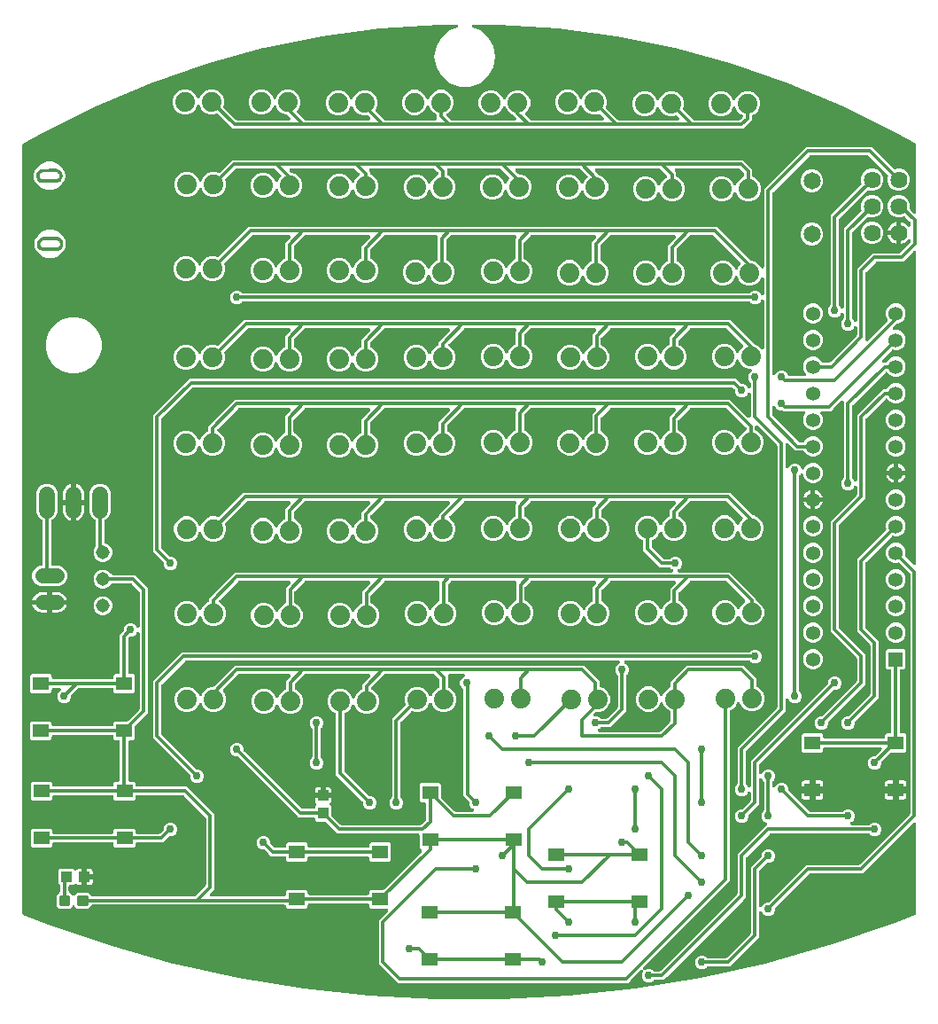
<source format=gbr>
G04 EAGLE Gerber RS-274X export*
G75*
%MOMM*%
%FSLAX34Y34*%
%LPD*%
%INTop Copper*%
%IPPOS*%
%AMOC8*
5,1,8,0,0,1.08239X$1,22.5*%
G01*
%ADD10C,0.300000*%
%ADD11C,1.879600*%
%ADD12C,1.625600*%
%ADD13R,1.100000X1.000000*%
%ADD14R,1.000000X1.100000*%
%ADD15C,1.524000*%
%ADD16R,1.358000X1.358000*%
%ADD17C,1.358000*%
%ADD18C,1.651000*%
%ADD19C,1.422400*%
%ADD20C,1.308000*%
%ADD21R,1.550000X1.300000*%
%ADD22C,0.304800*%
%ADD23C,0.756400*%

G36*
X-253987Y-429303D02*
X-253987Y-429303D01*
X-253935Y-429305D01*
X-190566Y-425829D01*
X-190534Y-425824D01*
X-190482Y-425822D01*
X-127399Y-418882D01*
X-127368Y-418875D01*
X-127316Y-418871D01*
X-64707Y-408486D01*
X-64677Y-408478D01*
X-64625Y-408470D01*
X-2679Y-394673D01*
X-2649Y-394663D01*
X-2598Y-394653D01*
X58500Y-377484D01*
X58529Y-377472D01*
X58579Y-377459D01*
X118645Y-356970D01*
X118667Y-356960D01*
X118704Y-356949D01*
X140505Y-348498D01*
X140588Y-348454D01*
X140675Y-348420D01*
X140741Y-348373D01*
X140813Y-348336D01*
X140884Y-348274D01*
X140961Y-348221D01*
X141015Y-348160D01*
X141076Y-348107D01*
X141131Y-348032D01*
X141194Y-347962D01*
X141234Y-347891D01*
X141281Y-347825D01*
X141317Y-347739D01*
X141363Y-347657D01*
X141385Y-347579D01*
X141416Y-347504D01*
X141432Y-347412D01*
X141458Y-347321D01*
X141467Y-347210D01*
X141475Y-347161D01*
X141473Y-347129D01*
X141477Y-347078D01*
X141477Y-261649D01*
X141466Y-261549D01*
X141464Y-261448D01*
X141446Y-261376D01*
X141437Y-261302D01*
X141404Y-261208D01*
X141379Y-261110D01*
X141345Y-261044D01*
X141320Y-260974D01*
X141265Y-260890D01*
X141219Y-260801D01*
X141171Y-260744D01*
X141131Y-260681D01*
X141059Y-260612D01*
X140994Y-260535D01*
X140934Y-260491D01*
X140880Y-260439D01*
X140794Y-260388D01*
X140713Y-260328D01*
X140645Y-260299D01*
X140581Y-260260D01*
X140485Y-260230D01*
X140393Y-260190D01*
X140320Y-260177D01*
X140249Y-260154D01*
X140149Y-260146D01*
X140050Y-260128D01*
X139976Y-260132D01*
X139902Y-260126D01*
X139802Y-260141D01*
X139702Y-260146D01*
X139631Y-260167D01*
X139557Y-260178D01*
X139464Y-260215D01*
X139367Y-260243D01*
X139302Y-260279D01*
X139233Y-260307D01*
X139151Y-260364D01*
X139063Y-260413D01*
X138987Y-260478D01*
X138947Y-260506D01*
X138923Y-260532D01*
X138877Y-260571D01*
X93411Y-306038D01*
X90584Y-308865D01*
X40415Y-308865D01*
X40289Y-308879D01*
X40163Y-308886D01*
X40116Y-308899D01*
X40068Y-308905D01*
X39949Y-308947D01*
X39828Y-308982D01*
X39786Y-309006D01*
X39740Y-309022D01*
X39634Y-309091D01*
X39524Y-309152D01*
X39478Y-309192D01*
X39448Y-309211D01*
X39414Y-309246D01*
X39338Y-309311D01*
X6769Y-341880D01*
X6690Y-341979D01*
X6606Y-342072D01*
X6582Y-342115D01*
X6552Y-342153D01*
X6498Y-342267D01*
X6437Y-342377D01*
X6424Y-342424D01*
X6403Y-342468D01*
X6377Y-342591D01*
X6342Y-342713D01*
X6337Y-342774D01*
X6330Y-342808D01*
X6331Y-342856D01*
X6323Y-342957D01*
X6323Y-344158D01*
X5360Y-346482D01*
X3582Y-348260D01*
X1258Y-349223D01*
X-1258Y-349223D01*
X-3582Y-348260D01*
X-5360Y-346482D01*
X-5705Y-345650D01*
X-5729Y-345606D01*
X-5746Y-345558D01*
X-5814Y-345454D01*
X-5874Y-345345D01*
X-5908Y-345308D01*
X-5935Y-345265D01*
X-6025Y-345179D01*
X-6108Y-345087D01*
X-6150Y-345058D01*
X-6186Y-345023D01*
X-6293Y-344959D01*
X-6395Y-344889D01*
X-6442Y-344870D01*
X-6485Y-344844D01*
X-6603Y-344807D01*
X-6719Y-344761D01*
X-6769Y-344754D01*
X-6817Y-344738D01*
X-6941Y-344728D01*
X-7064Y-344710D01*
X-7114Y-344714D01*
X-7164Y-344710D01*
X-7287Y-344729D01*
X-7411Y-344739D01*
X-7459Y-344754D01*
X-7509Y-344762D01*
X-7625Y-344808D01*
X-7743Y-344846D01*
X-7786Y-344872D01*
X-7833Y-344891D01*
X-7935Y-344962D01*
X-8041Y-345026D01*
X-8078Y-345061D01*
X-8119Y-345090D01*
X-8202Y-345182D01*
X-8291Y-345269D01*
X-8319Y-345311D01*
X-8352Y-345348D01*
X-8413Y-345457D01*
X-8480Y-345562D01*
X-8496Y-345609D01*
X-8521Y-345653D01*
X-8555Y-345773D01*
X-8596Y-345890D01*
X-8602Y-345940D01*
X-8616Y-345989D01*
X-8635Y-346233D01*
X-8635Y-369984D01*
X-36416Y-397765D01*
X-57992Y-397765D01*
X-58118Y-397779D01*
X-58244Y-397786D01*
X-58290Y-397799D01*
X-58338Y-397805D01*
X-58457Y-397847D01*
X-58579Y-397882D01*
X-58621Y-397906D01*
X-58666Y-397922D01*
X-58773Y-397991D01*
X-58883Y-398052D01*
X-58929Y-398092D01*
X-58959Y-398111D01*
X-58993Y-398146D01*
X-59069Y-398211D01*
X-59918Y-399060D01*
X-62242Y-400023D01*
X-64758Y-400023D01*
X-67082Y-399060D01*
X-68860Y-397282D01*
X-69823Y-394958D01*
X-69823Y-392442D01*
X-68860Y-390118D01*
X-67082Y-388340D01*
X-64758Y-387377D01*
X-62242Y-387377D01*
X-59918Y-388340D01*
X-59069Y-389189D01*
X-58970Y-389268D01*
X-58876Y-389352D01*
X-58834Y-389376D01*
X-58796Y-389406D01*
X-58682Y-389460D01*
X-58571Y-389521D01*
X-58525Y-389534D01*
X-58481Y-389555D01*
X-58358Y-389581D01*
X-58236Y-389616D01*
X-58175Y-389621D01*
X-58140Y-389628D01*
X-58092Y-389627D01*
X-57992Y-389635D01*
X-40415Y-389635D01*
X-40289Y-389621D01*
X-40163Y-389614D01*
X-40116Y-389601D01*
X-40068Y-389595D01*
X-39949Y-389553D01*
X-39828Y-389518D01*
X-39786Y-389494D01*
X-39740Y-389478D01*
X-39634Y-389409D01*
X-39524Y-389348D01*
X-39478Y-389308D01*
X-39448Y-389289D01*
X-39414Y-389254D01*
X-39338Y-389189D01*
X-17211Y-367062D01*
X-17132Y-366963D01*
X-17048Y-366870D01*
X-17024Y-366827D01*
X-16994Y-366789D01*
X-16940Y-366675D01*
X-16879Y-366565D01*
X-16866Y-366518D01*
X-16845Y-366474D01*
X-16819Y-366351D01*
X-16784Y-366229D01*
X-16779Y-366168D01*
X-16772Y-366134D01*
X-16773Y-366086D01*
X-16765Y-365985D01*
X-16765Y-303116D01*
X-6769Y-293120D01*
X-6690Y-293021D01*
X-6606Y-292928D01*
X-6582Y-292885D01*
X-6552Y-292847D01*
X-6498Y-292733D01*
X-6437Y-292623D01*
X-6424Y-292576D01*
X-6403Y-292532D01*
X-6377Y-292409D01*
X-6342Y-292287D01*
X-6337Y-292226D01*
X-6330Y-292192D01*
X-6331Y-292144D01*
X-6323Y-292043D01*
X-6323Y-290842D01*
X-5360Y-288518D01*
X-3582Y-286740D01*
X-1258Y-285777D01*
X1258Y-285777D01*
X3582Y-286740D01*
X5360Y-288518D01*
X6323Y-290842D01*
X6323Y-293358D01*
X5360Y-295682D01*
X3582Y-297460D01*
X1258Y-298423D01*
X57Y-298423D01*
X-69Y-298437D01*
X-195Y-298444D01*
X-242Y-298457D01*
X-290Y-298463D01*
X-409Y-298505D01*
X-530Y-298540D01*
X-572Y-298564D01*
X-618Y-298580D01*
X-724Y-298649D01*
X-834Y-298710D01*
X-881Y-298750D01*
X-911Y-298769D01*
X-944Y-298804D01*
X-1020Y-298869D01*
X-8189Y-306038D01*
X-8268Y-306137D01*
X-8352Y-306230D01*
X-8376Y-306273D01*
X-8406Y-306311D01*
X-8460Y-306425D01*
X-8521Y-306535D01*
X-8534Y-306582D01*
X-8555Y-306626D01*
X-8581Y-306749D01*
X-8616Y-306871D01*
X-8621Y-306932D01*
X-8628Y-306966D01*
X-8627Y-307014D01*
X-8635Y-307115D01*
X-8635Y-339567D01*
X-8630Y-339617D01*
X-8632Y-339668D01*
X-8610Y-339790D01*
X-8595Y-339914D01*
X-8578Y-339961D01*
X-8569Y-340011D01*
X-8520Y-340124D01*
X-8478Y-340242D01*
X-8451Y-340284D01*
X-8430Y-340330D01*
X-8356Y-340430D01*
X-8289Y-340535D01*
X-8253Y-340570D01*
X-8223Y-340610D01*
X-8128Y-340690D01*
X-8038Y-340777D01*
X-7995Y-340803D01*
X-7957Y-340835D01*
X-7846Y-340892D01*
X-7739Y-340956D01*
X-7691Y-340971D01*
X-7646Y-340994D01*
X-7526Y-341024D01*
X-7407Y-341062D01*
X-7357Y-341066D01*
X-7308Y-341078D01*
X-7184Y-341080D01*
X-7060Y-341090D01*
X-7010Y-341082D01*
X-6960Y-341083D01*
X-6838Y-341057D01*
X-6715Y-341038D01*
X-6668Y-341019D01*
X-6619Y-341009D01*
X-6507Y-340955D01*
X-6391Y-340909D01*
X-6350Y-340881D01*
X-6304Y-340859D01*
X-6207Y-340781D01*
X-6105Y-340710D01*
X-6072Y-340673D01*
X-6032Y-340642D01*
X-5955Y-340544D01*
X-5872Y-340452D01*
X-5847Y-340408D01*
X-5816Y-340368D01*
X-5705Y-340150D01*
X-5360Y-339318D01*
X-3582Y-337540D01*
X-1258Y-336577D01*
X-57Y-336577D01*
X69Y-336563D01*
X195Y-336556D01*
X242Y-336543D01*
X290Y-336537D01*
X409Y-336495D01*
X530Y-336460D01*
X572Y-336436D01*
X618Y-336420D01*
X724Y-336351D01*
X834Y-336290D01*
X881Y-336250D01*
X911Y-336231D01*
X944Y-336196D01*
X1020Y-336131D01*
X36416Y-300735D01*
X86585Y-300735D01*
X86711Y-300721D01*
X86837Y-300714D01*
X86884Y-300701D01*
X86932Y-300695D01*
X87051Y-300653D01*
X87172Y-300618D01*
X87214Y-300594D01*
X87260Y-300578D01*
X87366Y-300509D01*
X87476Y-300448D01*
X87522Y-300408D01*
X87552Y-300389D01*
X87586Y-300354D01*
X87662Y-300289D01*
X135189Y-252762D01*
X135268Y-252663D01*
X135352Y-252570D01*
X135376Y-252527D01*
X135406Y-252489D01*
X135460Y-252375D01*
X135521Y-252265D01*
X135534Y-252218D01*
X135555Y-252174D01*
X135581Y-252051D01*
X135616Y-251929D01*
X135621Y-251868D01*
X135628Y-251834D01*
X135627Y-251786D01*
X135635Y-251685D01*
X135635Y-22687D01*
X135621Y-22561D01*
X135614Y-22435D01*
X135601Y-22389D01*
X135595Y-22341D01*
X135553Y-22222D01*
X135518Y-22100D01*
X135494Y-22058D01*
X135478Y-22012D01*
X135409Y-21906D01*
X135348Y-21796D01*
X135308Y-21750D01*
X135289Y-21720D01*
X135254Y-21686D01*
X135189Y-21610D01*
X125731Y-12152D01*
X125672Y-12104D01*
X125618Y-12049D01*
X125535Y-11996D01*
X125458Y-11935D01*
X125389Y-11903D01*
X125325Y-11861D01*
X125232Y-11828D01*
X125143Y-11786D01*
X125068Y-11770D01*
X124996Y-11745D01*
X124899Y-11734D01*
X124803Y-11713D01*
X124726Y-11714D01*
X124650Y-11706D01*
X124552Y-11717D01*
X124454Y-11719D01*
X124380Y-11738D01*
X124304Y-11746D01*
X124162Y-11792D01*
X124116Y-11804D01*
X124099Y-11813D01*
X124071Y-11822D01*
X123791Y-11938D01*
X120079Y-11938D01*
X116649Y-10517D01*
X114025Y-7893D01*
X112604Y-4463D01*
X112604Y-751D01*
X114025Y2678D01*
X116649Y5303D01*
X120079Y6724D01*
X123791Y6724D01*
X127220Y5303D01*
X129845Y2678D01*
X131266Y-751D01*
X131266Y-4463D01*
X131150Y-4743D01*
X131129Y-4817D01*
X131098Y-4887D01*
X131081Y-4984D01*
X131054Y-5078D01*
X131050Y-5155D01*
X131037Y-5230D01*
X131042Y-5328D01*
X131037Y-5427D01*
X131051Y-5502D01*
X131055Y-5578D01*
X131082Y-5673D01*
X131099Y-5769D01*
X131130Y-5840D01*
X131151Y-5913D01*
X131199Y-5999D01*
X131238Y-6089D01*
X131284Y-6150D01*
X131321Y-6217D01*
X131418Y-6331D01*
X131446Y-6369D01*
X131461Y-6381D01*
X131480Y-6403D01*
X138877Y-13801D01*
X138955Y-13863D01*
X139028Y-13933D01*
X139092Y-13971D01*
X139150Y-14017D01*
X139241Y-14060D01*
X139327Y-14112D01*
X139398Y-14134D01*
X139465Y-14166D01*
X139563Y-14187D01*
X139659Y-14218D01*
X139733Y-14224D01*
X139806Y-14240D01*
X139906Y-14238D01*
X140006Y-14246D01*
X140080Y-14235D01*
X140154Y-14234D01*
X140251Y-14209D01*
X140351Y-14194D01*
X140420Y-14167D01*
X140492Y-14149D01*
X140582Y-14103D01*
X140675Y-14065D01*
X140736Y-14023D01*
X140802Y-13989D01*
X140879Y-13924D01*
X140961Y-13867D01*
X141011Y-13811D01*
X141067Y-13763D01*
X141127Y-13682D01*
X141194Y-13608D01*
X141230Y-13543D01*
X141275Y-13483D01*
X141314Y-13391D01*
X141363Y-13303D01*
X141383Y-13231D01*
X141413Y-13163D01*
X141430Y-13064D01*
X141458Y-12967D01*
X141466Y-12867D01*
X141474Y-12820D01*
X141472Y-12784D01*
X141477Y-12724D01*
X141477Y284197D01*
X141466Y284297D01*
X141464Y284398D01*
X141446Y284470D01*
X141437Y284544D01*
X141404Y284638D01*
X141379Y284736D01*
X141345Y284802D01*
X141320Y284872D01*
X141265Y284956D01*
X141219Y285045D01*
X141171Y285102D01*
X141131Y285165D01*
X141059Y285234D01*
X140994Y285311D01*
X140934Y285355D01*
X140880Y285407D01*
X140794Y285458D01*
X140713Y285518D01*
X140645Y285547D01*
X140581Y285586D01*
X140485Y285616D01*
X140393Y285656D01*
X140320Y285669D01*
X140249Y285692D01*
X140149Y285700D01*
X140050Y285718D01*
X139976Y285714D01*
X139902Y285720D01*
X139802Y285705D01*
X139702Y285700D01*
X139631Y285679D01*
X139557Y285668D01*
X139464Y285631D01*
X139367Y285603D01*
X139302Y285567D01*
X139233Y285539D01*
X139151Y285482D01*
X139063Y285433D01*
X138987Y285368D01*
X138947Y285340D01*
X138923Y285314D01*
X138877Y285275D01*
X131765Y278162D01*
X128938Y275335D01*
X103915Y275335D01*
X103789Y275321D01*
X103663Y275314D01*
X103616Y275301D01*
X103568Y275295D01*
X103449Y275253D01*
X103328Y275218D01*
X103286Y275194D01*
X103240Y275178D01*
X103134Y275109D01*
X103024Y275048D01*
X102977Y275008D01*
X102947Y274989D01*
X102914Y274954D01*
X102838Y274889D01*
X93411Y265462D01*
X93332Y265363D01*
X93248Y265270D01*
X93224Y265227D01*
X93194Y265189D01*
X93140Y265075D01*
X93079Y264965D01*
X93066Y264918D01*
X93045Y264874D01*
X93019Y264751D01*
X92984Y264629D01*
X92979Y264568D01*
X92972Y264534D01*
X92973Y264486D01*
X92965Y264385D01*
X92965Y201197D01*
X92976Y201097D01*
X92978Y200996D01*
X92996Y200924D01*
X93005Y200850D01*
X93038Y200756D01*
X93063Y200658D01*
X93097Y200592D01*
X93122Y200522D01*
X93177Y200438D01*
X93223Y200349D01*
X93271Y200292D01*
X93311Y200229D01*
X93383Y200160D01*
X93448Y200083D01*
X93508Y200039D01*
X93562Y199987D01*
X93648Y199936D01*
X93729Y199876D01*
X93797Y199847D01*
X93861Y199808D01*
X93957Y199778D01*
X94049Y199738D01*
X94122Y199725D01*
X94193Y199702D01*
X94293Y199694D01*
X94392Y199676D01*
X94466Y199680D01*
X94540Y199674D01*
X94640Y199689D01*
X94740Y199694D01*
X94811Y199715D01*
X94885Y199726D01*
X94978Y199763D01*
X95075Y199791D01*
X95140Y199827D01*
X95209Y199855D01*
X95291Y199912D01*
X95379Y199961D01*
X95455Y200026D01*
X95495Y200054D01*
X95519Y200080D01*
X95565Y200119D01*
X114012Y218566D01*
X114028Y218587D01*
X114048Y218604D01*
X114097Y218670D01*
X114098Y218671D01*
X114099Y218673D01*
X114136Y218723D01*
X114228Y218839D01*
X114240Y218863D01*
X114255Y218884D01*
X114314Y219020D01*
X114377Y219154D01*
X114383Y219180D01*
X114393Y219204D01*
X114420Y219350D01*
X114451Y219495D01*
X114450Y219521D01*
X114455Y219547D01*
X114447Y219696D01*
X114445Y219843D01*
X114438Y219869D01*
X114437Y219895D01*
X114396Y220037D01*
X114360Y220181D01*
X114348Y220205D01*
X114340Y220230D01*
X114268Y220359D01*
X114200Y220491D01*
X114183Y220511D01*
X114170Y220534D01*
X114027Y220703D01*
X112604Y224137D01*
X112604Y227849D01*
X114025Y231278D01*
X116649Y233903D01*
X120079Y235324D01*
X123791Y235324D01*
X127220Y233903D01*
X129845Y231278D01*
X131266Y227849D01*
X131266Y224137D01*
X129845Y220707D01*
X127220Y218083D01*
X123753Y216646D01*
X123751Y216645D01*
X123749Y216645D01*
X123597Y216560D01*
X123448Y216477D01*
X123447Y216476D01*
X123445Y216475D01*
X123259Y216316D01*
X119466Y212524D01*
X119404Y212445D01*
X119334Y212373D01*
X119296Y212309D01*
X119250Y212251D01*
X119207Y212160D01*
X119155Y212074D01*
X119133Y212003D01*
X119101Y211936D01*
X119080Y211838D01*
X119049Y211742D01*
X119043Y211668D01*
X119028Y211595D01*
X119029Y211495D01*
X119021Y211395D01*
X119032Y211321D01*
X119034Y211247D01*
X119058Y211149D01*
X119073Y211050D01*
X119100Y210981D01*
X119119Y210909D01*
X119165Y210819D01*
X119202Y210726D01*
X119244Y210665D01*
X119278Y210599D01*
X119343Y210523D01*
X119401Y210440D01*
X119456Y210390D01*
X119504Y210334D01*
X119585Y210274D01*
X119659Y210207D01*
X119724Y210171D01*
X119784Y210126D01*
X119876Y210087D01*
X119964Y210038D01*
X120036Y210018D01*
X120104Y209988D01*
X120203Y209971D01*
X120300Y209943D01*
X120400Y209935D01*
X120447Y209927D01*
X120483Y209929D01*
X120544Y209924D01*
X123791Y209924D01*
X127220Y208503D01*
X129845Y205878D01*
X131266Y202449D01*
X131266Y198737D01*
X129845Y195307D01*
X127220Y192683D01*
X123791Y191262D01*
X120079Y191262D01*
X119799Y191378D01*
X119725Y191399D01*
X119655Y191430D01*
X119558Y191447D01*
X119463Y191474D01*
X119387Y191478D01*
X119312Y191491D01*
X119213Y191486D01*
X119115Y191491D01*
X119040Y191477D01*
X118964Y191473D01*
X118869Y191446D01*
X118773Y191428D01*
X118702Y191398D01*
X118629Y191377D01*
X118543Y191329D01*
X118453Y191290D01*
X118391Y191244D01*
X118325Y191207D01*
X118211Y191110D01*
X118173Y191082D01*
X118161Y191067D01*
X118139Y191048D01*
X108948Y181858D01*
X108886Y181779D01*
X108816Y181707D01*
X108778Y181643D01*
X108732Y181585D01*
X108689Y181494D01*
X108637Y181408D01*
X108615Y181337D01*
X108583Y181270D01*
X108562Y181172D01*
X108531Y181076D01*
X108525Y181002D01*
X108509Y180929D01*
X108511Y180829D01*
X108503Y180729D01*
X108514Y180655D01*
X108515Y180581D01*
X108540Y180483D01*
X108555Y180384D01*
X108582Y180315D01*
X108600Y180243D01*
X108647Y180153D01*
X108684Y180060D01*
X108726Y179999D01*
X108760Y179933D01*
X108825Y179856D01*
X108882Y179774D01*
X108938Y179724D01*
X108986Y179668D01*
X109067Y179608D01*
X109141Y179541D01*
X109206Y179505D01*
X109266Y179460D01*
X109358Y179421D01*
X109446Y179372D01*
X109518Y179352D01*
X109586Y179322D01*
X109685Y179305D01*
X109782Y179277D01*
X109882Y179269D01*
X109929Y179261D01*
X109965Y179263D01*
X110025Y179258D01*
X112501Y179258D01*
X112577Y179266D01*
X112654Y179265D01*
X112750Y179286D01*
X112847Y179298D01*
X112919Y179323D01*
X112994Y179340D01*
X113083Y179382D01*
X113176Y179415D01*
X113240Y179457D01*
X113309Y179489D01*
X113386Y179551D01*
X113468Y179604D01*
X113522Y179659D01*
X113581Y179707D01*
X113642Y179784D01*
X113711Y179855D01*
X113750Y179920D01*
X113797Y179980D01*
X113865Y180113D01*
X113889Y180154D01*
X113895Y180172D01*
X113909Y180198D01*
X114025Y180478D01*
X116649Y183103D01*
X120079Y184524D01*
X123791Y184524D01*
X127220Y183103D01*
X129845Y180478D01*
X131266Y177049D01*
X131266Y173337D01*
X129845Y169907D01*
X127220Y167283D01*
X123791Y165862D01*
X120079Y165862D01*
X116649Y167283D01*
X114167Y169765D01*
X114147Y169781D01*
X114130Y169801D01*
X114010Y169889D01*
X113894Y169981D01*
X113871Y169993D01*
X113850Y170008D01*
X113713Y170067D01*
X113579Y170130D01*
X113554Y170136D01*
X113530Y170146D01*
X113383Y170173D01*
X113239Y170204D01*
X113213Y170203D01*
X113187Y170208D01*
X113038Y170200D01*
X112890Y170198D01*
X112865Y170191D01*
X112839Y170190D01*
X112696Y170149D01*
X112552Y170113D01*
X112529Y170101D01*
X112504Y170093D01*
X112374Y170021D01*
X112242Y169953D01*
X112222Y169936D01*
X112199Y169923D01*
X112013Y169765D01*
X80711Y138462D01*
X80632Y138363D01*
X80548Y138270D01*
X80524Y138227D01*
X80494Y138189D01*
X80440Y138075D01*
X80379Y137965D01*
X80366Y137918D01*
X80345Y137874D01*
X80319Y137751D01*
X80284Y137629D01*
X80279Y137568D01*
X80272Y137534D01*
X80273Y137486D01*
X80265Y137385D01*
X80265Y69008D01*
X80279Y68882D01*
X80286Y68756D01*
X80299Y68710D01*
X80305Y68662D01*
X80347Y68543D01*
X80382Y68421D01*
X80406Y68379D01*
X80422Y68334D01*
X80491Y68227D01*
X80552Y68117D01*
X80592Y68071D01*
X80611Y68041D01*
X80646Y68007D01*
X80711Y67931D01*
X81560Y67082D01*
X81905Y66250D01*
X81929Y66206D01*
X81946Y66158D01*
X82014Y66054D01*
X82074Y65945D01*
X82108Y65908D01*
X82135Y65865D01*
X82225Y65779D01*
X82308Y65687D01*
X82350Y65658D01*
X82386Y65623D01*
X82493Y65559D01*
X82595Y65489D01*
X82642Y65470D01*
X82685Y65444D01*
X82803Y65407D01*
X82919Y65361D01*
X82969Y65354D01*
X83017Y65338D01*
X83141Y65328D01*
X83264Y65310D01*
X83314Y65314D01*
X83364Y65310D01*
X83487Y65329D01*
X83611Y65339D01*
X83659Y65354D01*
X83709Y65362D01*
X83825Y65408D01*
X83943Y65446D01*
X83986Y65472D01*
X84033Y65491D01*
X84135Y65562D01*
X84241Y65626D01*
X84278Y65661D01*
X84319Y65690D01*
X84402Y65782D01*
X84491Y65869D01*
X84519Y65911D01*
X84552Y65948D01*
X84613Y66057D01*
X84680Y66162D01*
X84696Y66209D01*
X84721Y66253D01*
X84755Y66373D01*
X84796Y66490D01*
X84802Y66540D01*
X84816Y66589D01*
X84835Y66833D01*
X84835Y128684D01*
X110009Y153858D01*
X112501Y153858D01*
X112577Y153866D01*
X112654Y153865D01*
X112750Y153886D01*
X112847Y153898D01*
X112919Y153923D01*
X112994Y153940D01*
X113083Y153982D01*
X113176Y154015D01*
X113240Y154057D01*
X113309Y154089D01*
X113386Y154151D01*
X113468Y154204D01*
X113522Y154259D01*
X113581Y154307D01*
X113642Y154384D01*
X113711Y154455D01*
X113750Y154520D01*
X113797Y154580D01*
X113865Y154713D01*
X113889Y154754D01*
X113895Y154772D01*
X113909Y154798D01*
X114025Y155078D01*
X116649Y157703D01*
X120079Y159124D01*
X123791Y159124D01*
X127220Y157703D01*
X129845Y155078D01*
X131266Y151649D01*
X131266Y147937D01*
X129845Y144507D01*
X127220Y141883D01*
X123791Y140462D01*
X120079Y140462D01*
X116649Y141883D01*
X114167Y144365D01*
X114147Y144381D01*
X114130Y144401D01*
X114010Y144489D01*
X113894Y144581D01*
X113871Y144593D01*
X113850Y144608D01*
X113713Y144667D01*
X113579Y144730D01*
X113554Y144736D01*
X113530Y144746D01*
X113383Y144773D01*
X113239Y144804D01*
X113213Y144803D01*
X113187Y144808D01*
X113038Y144800D01*
X112890Y144798D01*
X112865Y144791D01*
X112839Y144790D01*
X112696Y144749D01*
X112552Y144713D01*
X112529Y144701D01*
X112504Y144693D01*
X112374Y144621D01*
X112242Y144553D01*
X112222Y144536D01*
X112199Y144523D01*
X112013Y144365D01*
X93411Y125762D01*
X93332Y125663D01*
X93248Y125570D01*
X93224Y125527D01*
X93194Y125489D01*
X93140Y125375D01*
X93079Y125265D01*
X93066Y125218D01*
X93045Y125174D01*
X93019Y125051D01*
X92984Y124929D01*
X92979Y124868D01*
X92972Y124834D01*
X92973Y124786D01*
X92965Y124685D01*
X92965Y49116D01*
X68011Y24162D01*
X67947Y24081D01*
X67892Y24025D01*
X67881Y24006D01*
X67848Y23970D01*
X67824Y23927D01*
X67794Y23889D01*
X67740Y23775D01*
X67679Y23665D01*
X67666Y23618D01*
X67645Y23574D01*
X67619Y23451D01*
X67584Y23329D01*
X67579Y23268D01*
X67572Y23234D01*
X67573Y23186D01*
X67565Y23085D01*
X67565Y-73885D01*
X67579Y-74011D01*
X67586Y-74137D01*
X67599Y-74184D01*
X67605Y-74232D01*
X67647Y-74351D01*
X67682Y-74472D01*
X67706Y-74514D01*
X67722Y-74560D01*
X67791Y-74666D01*
X67852Y-74776D01*
X67892Y-74822D01*
X67911Y-74852D01*
X67946Y-74886D01*
X68011Y-74962D01*
X92965Y-99916D01*
X92965Y-128684D01*
X57569Y-164080D01*
X57490Y-164179D01*
X57406Y-164272D01*
X57382Y-164315D01*
X57352Y-164353D01*
X57298Y-164467D01*
X57237Y-164577D01*
X57224Y-164624D01*
X57203Y-164668D01*
X57177Y-164791D01*
X57142Y-164913D01*
X57137Y-164974D01*
X57130Y-165008D01*
X57131Y-165056D01*
X57123Y-165157D01*
X57123Y-166358D01*
X56160Y-168682D01*
X54382Y-170460D01*
X52058Y-171423D01*
X49542Y-171423D01*
X47218Y-170460D01*
X45440Y-168682D01*
X44477Y-166358D01*
X44477Y-163842D01*
X45440Y-161518D01*
X47218Y-159740D01*
X49542Y-158777D01*
X50743Y-158777D01*
X50869Y-158763D01*
X50995Y-158756D01*
X51042Y-158743D01*
X51090Y-158737D01*
X51209Y-158695D01*
X51330Y-158660D01*
X51372Y-158636D01*
X51418Y-158620D01*
X51524Y-158551D01*
X51634Y-158490D01*
X51680Y-158450D01*
X51710Y-158431D01*
X51744Y-158396D01*
X51820Y-158331D01*
X84389Y-125762D01*
X84468Y-125663D01*
X84552Y-125570D01*
X84576Y-125527D01*
X84606Y-125489D01*
X84660Y-125375D01*
X84721Y-125265D01*
X84734Y-125218D01*
X84755Y-125174D01*
X84781Y-125051D01*
X84816Y-124929D01*
X84821Y-124868D01*
X84828Y-124834D01*
X84827Y-124786D01*
X84835Y-124685D01*
X84835Y-103915D01*
X84821Y-103789D01*
X84814Y-103663D01*
X84801Y-103616D01*
X84795Y-103568D01*
X84753Y-103449D01*
X84718Y-103328D01*
X84694Y-103286D01*
X84678Y-103240D01*
X84609Y-103134D01*
X84548Y-103024D01*
X84508Y-102978D01*
X84489Y-102948D01*
X84454Y-102914D01*
X84389Y-102838D01*
X59435Y-77884D01*
X59435Y27084D01*
X84389Y52038D01*
X84468Y52137D01*
X84552Y52230D01*
X84576Y52273D01*
X84606Y52311D01*
X84660Y52425D01*
X84721Y52535D01*
X84734Y52582D01*
X84755Y52626D01*
X84781Y52749D01*
X84816Y52871D01*
X84821Y52932D01*
X84828Y52966D01*
X84827Y53014D01*
X84835Y53115D01*
X84835Y60167D01*
X84830Y60217D01*
X84832Y60268D01*
X84810Y60390D01*
X84795Y60514D01*
X84778Y60561D01*
X84769Y60611D01*
X84720Y60724D01*
X84678Y60842D01*
X84651Y60884D01*
X84630Y60930D01*
X84556Y61030D01*
X84489Y61135D01*
X84453Y61170D01*
X84423Y61210D01*
X84328Y61290D01*
X84238Y61377D01*
X84195Y61403D01*
X84157Y61435D01*
X84046Y61492D01*
X83939Y61556D01*
X83891Y61571D01*
X83846Y61594D01*
X83726Y61624D01*
X83607Y61662D01*
X83557Y61666D01*
X83508Y61678D01*
X83384Y61680D01*
X83260Y61690D01*
X83210Y61682D01*
X83160Y61683D01*
X83038Y61657D01*
X82915Y61638D01*
X82868Y61619D01*
X82819Y61609D01*
X82707Y61555D01*
X82591Y61509D01*
X82550Y61481D01*
X82504Y61459D01*
X82407Y61381D01*
X82305Y61310D01*
X82272Y61273D01*
X82232Y61242D01*
X82155Y61144D01*
X82072Y61052D01*
X82047Y61008D01*
X82016Y60968D01*
X81905Y60750D01*
X81560Y59918D01*
X79782Y58140D01*
X77458Y57177D01*
X74942Y57177D01*
X72618Y58140D01*
X70840Y59918D01*
X69877Y62242D01*
X69877Y64758D01*
X70840Y67082D01*
X71689Y67931D01*
X71768Y68030D01*
X71852Y68124D01*
X71876Y68166D01*
X71906Y68204D01*
X71960Y68318D01*
X72021Y68429D01*
X72034Y68475D01*
X72055Y68519D01*
X72081Y68642D01*
X72116Y68764D01*
X72121Y68825D01*
X72128Y68860D01*
X72127Y68908D01*
X72135Y69008D01*
X72135Y141367D01*
X72124Y141467D01*
X72122Y141568D01*
X72104Y141640D01*
X72095Y141714D01*
X72062Y141808D01*
X72037Y141906D01*
X72003Y141972D01*
X71978Y142042D01*
X71923Y142126D01*
X71877Y142215D01*
X71829Y142272D01*
X71789Y142335D01*
X71717Y142404D01*
X71652Y142481D01*
X71592Y142525D01*
X71538Y142577D01*
X71452Y142628D01*
X71371Y142688D01*
X71303Y142717D01*
X71239Y142756D01*
X71143Y142786D01*
X71051Y142826D01*
X70978Y142839D01*
X70907Y142862D01*
X70807Y142870D01*
X70708Y142888D01*
X70634Y142884D01*
X70560Y142890D01*
X70460Y142875D01*
X70360Y142870D01*
X70289Y142849D01*
X70215Y142838D01*
X70122Y142801D01*
X70025Y142773D01*
X69960Y142737D01*
X69891Y142709D01*
X69809Y142652D01*
X69721Y142603D01*
X69645Y142538D01*
X69605Y142510D01*
X69581Y142484D01*
X69535Y142445D01*
X62505Y135414D01*
X59678Y132587D01*
X51414Y132587D01*
X51314Y132576D01*
X51213Y132574D01*
X51141Y132556D01*
X51067Y132547D01*
X50973Y132514D01*
X50876Y132489D01*
X50809Y132455D01*
X50739Y132430D01*
X50655Y132375D01*
X50566Y132329D01*
X50509Y132281D01*
X50447Y132241D01*
X50377Y132169D01*
X50300Y132104D01*
X50256Y132044D01*
X50204Y131990D01*
X50153Y131904D01*
X50093Y131823D01*
X50064Y131755D01*
X50026Y131691D01*
X49995Y131596D01*
X49955Y131503D01*
X49942Y131430D01*
X49919Y131359D01*
X49911Y131259D01*
X49893Y131160D01*
X49897Y131086D01*
X49891Y131012D01*
X49906Y130913D01*
X49911Y130812D01*
X49932Y130741D01*
X49943Y130667D01*
X49980Y130574D01*
X50008Y130477D01*
X50044Y130412D01*
X50072Y130343D01*
X50129Y130261D01*
X50178Y130173D01*
X50243Y130097D01*
X50271Y130057D01*
X50297Y130033D01*
X50337Y129987D01*
X50645Y129678D01*
X52066Y126249D01*
X52066Y122537D01*
X50645Y119107D01*
X48020Y116483D01*
X44591Y115062D01*
X40879Y115062D01*
X37449Y116483D01*
X34825Y119107D01*
X33404Y122537D01*
X33404Y126249D01*
X34825Y129678D01*
X35133Y129987D01*
X35195Y130065D01*
X35265Y130138D01*
X35304Y130202D01*
X35350Y130260D01*
X35393Y130351D01*
X35444Y130437D01*
X35467Y130508D01*
X35499Y130575D01*
X35520Y130673D01*
X35550Y130769D01*
X35556Y130843D01*
X35572Y130916D01*
X35570Y131016D01*
X35578Y131116D01*
X35567Y131190D01*
X35566Y131264D01*
X35542Y131362D01*
X35527Y131461D01*
X35499Y131530D01*
X35481Y131602D01*
X35435Y131691D01*
X35398Y131785D01*
X35356Y131846D01*
X35322Y131912D01*
X35256Y131988D01*
X35199Y132071D01*
X35144Y132121D01*
X35096Y132177D01*
X35015Y132237D01*
X34940Y132304D01*
X34875Y132340D01*
X34815Y132385D01*
X34723Y132424D01*
X34635Y132473D01*
X34564Y132493D01*
X34495Y132523D01*
X34397Y132540D01*
X34300Y132568D01*
X34200Y132576D01*
X34152Y132584D01*
X34117Y132582D01*
X34056Y132587D01*
X14064Y132587D01*
X13720Y132931D01*
X13621Y133010D01*
X13528Y133094D01*
X13485Y133118D01*
X13447Y133148D01*
X13333Y133202D01*
X13223Y133263D01*
X13176Y133276D01*
X13132Y133297D01*
X13009Y133323D01*
X12887Y133358D01*
X12826Y133363D01*
X12792Y133370D01*
X12744Y133369D01*
X12643Y133377D01*
X11442Y133377D01*
X9118Y134340D01*
X7340Y136118D01*
X6995Y136950D01*
X6971Y136994D01*
X6954Y137042D01*
X6886Y137146D01*
X6826Y137255D01*
X6792Y137292D01*
X6765Y137335D01*
X6675Y137421D01*
X6592Y137513D01*
X6550Y137542D01*
X6514Y137577D01*
X6407Y137641D01*
X6305Y137711D01*
X6258Y137730D01*
X6215Y137756D01*
X6097Y137793D01*
X5981Y137839D01*
X5931Y137846D01*
X5883Y137862D01*
X5759Y137872D01*
X5636Y137890D01*
X5586Y137886D01*
X5536Y137890D01*
X5413Y137871D01*
X5289Y137861D01*
X5241Y137846D01*
X5191Y137838D01*
X5075Y137792D01*
X4957Y137754D01*
X4914Y137728D01*
X4867Y137709D01*
X4765Y137638D01*
X4659Y137574D01*
X4622Y137539D01*
X4581Y137510D01*
X4498Y137418D01*
X4409Y137331D01*
X4381Y137289D01*
X4348Y137252D01*
X4287Y137143D01*
X4220Y137038D01*
X4204Y136991D01*
X4179Y136947D01*
X4145Y136827D01*
X4104Y136710D01*
X4098Y136660D01*
X4084Y136611D01*
X4065Y136367D01*
X4065Y129315D01*
X4079Y129189D01*
X4086Y129063D01*
X4099Y129016D01*
X4105Y128968D01*
X4147Y128849D01*
X4182Y128728D01*
X4206Y128686D01*
X4222Y128640D01*
X4291Y128534D01*
X4352Y128424D01*
X4392Y128378D01*
X4411Y128348D01*
X4446Y128314D01*
X4511Y128238D01*
X29245Y103504D01*
X29344Y103425D01*
X29437Y103341D01*
X29480Y103317D01*
X29518Y103287D01*
X29632Y103233D01*
X29742Y103172D01*
X29789Y103159D01*
X29833Y103138D01*
X29956Y103112D01*
X30078Y103077D01*
X30139Y103072D01*
X30173Y103065D01*
X30221Y103066D01*
X30322Y103058D01*
X33301Y103058D01*
X33377Y103066D01*
X33454Y103065D01*
X33550Y103086D01*
X33647Y103098D01*
X33719Y103123D01*
X33794Y103140D01*
X33883Y103182D01*
X33976Y103215D01*
X34040Y103257D01*
X34109Y103289D01*
X34186Y103351D01*
X34268Y103404D01*
X34322Y103459D01*
X34381Y103507D01*
X34442Y103584D01*
X34511Y103655D01*
X34550Y103720D01*
X34597Y103780D01*
X34665Y103913D01*
X34689Y103954D01*
X34695Y103972D01*
X34709Y103998D01*
X34825Y104278D01*
X37449Y106903D01*
X40879Y108324D01*
X44591Y108324D01*
X48020Y106903D01*
X50645Y104278D01*
X52066Y100849D01*
X52066Y97137D01*
X50645Y93707D01*
X48020Y91083D01*
X44591Y89662D01*
X40879Y89662D01*
X37449Y91083D01*
X34825Y93707D01*
X34709Y93988D01*
X34671Y94055D01*
X34643Y94126D01*
X34587Y94207D01*
X34539Y94292D01*
X34488Y94349D01*
X34444Y94412D01*
X34371Y94478D01*
X34305Y94551D01*
X34242Y94594D01*
X34185Y94645D01*
X34099Y94693D01*
X34018Y94749D01*
X33947Y94777D01*
X33880Y94814D01*
X33786Y94841D01*
X33694Y94877D01*
X33619Y94888D01*
X33545Y94909D01*
X33396Y94921D01*
X33349Y94927D01*
X33330Y94926D01*
X33301Y94928D01*
X26323Y94928D01*
X23496Y97755D01*
X19365Y101887D01*
X19287Y101949D01*
X19214Y102019D01*
X19150Y102057D01*
X19092Y102103D01*
X19001Y102146D01*
X18915Y102198D01*
X18844Y102220D01*
X18777Y102252D01*
X18679Y102273D01*
X18583Y102304D01*
X18509Y102310D01*
X18436Y102325D01*
X18336Y102324D01*
X18236Y102332D01*
X18162Y102321D01*
X18088Y102319D01*
X17991Y102295D01*
X17891Y102280D01*
X17822Y102253D01*
X17750Y102234D01*
X17660Y102188D01*
X17567Y102151D01*
X17506Y102109D01*
X17440Y102075D01*
X17363Y102010D01*
X17281Y101952D01*
X17231Y101897D01*
X17175Y101849D01*
X17115Y101768D01*
X17048Y101694D01*
X17012Y101629D01*
X16967Y101569D01*
X16928Y101476D01*
X16879Y101389D01*
X16859Y101317D01*
X16829Y101249D01*
X16812Y101150D01*
X16784Y101053D01*
X16776Y100953D01*
X16768Y100906D01*
X16770Y100870D01*
X16765Y100809D01*
X16765Y79533D01*
X16770Y79483D01*
X16768Y79432D01*
X16790Y79310D01*
X16805Y79186D01*
X16822Y79139D01*
X16831Y79089D01*
X16880Y78975D01*
X16922Y78858D01*
X16949Y78816D01*
X16969Y78770D01*
X17044Y78670D01*
X17111Y78565D01*
X17147Y78530D01*
X17177Y78490D01*
X17272Y78410D01*
X17362Y78323D01*
X17405Y78297D01*
X17443Y78265D01*
X17554Y78208D01*
X17661Y78144D01*
X17709Y78129D01*
X17754Y78106D01*
X17874Y78076D01*
X17993Y78038D01*
X18043Y78034D01*
X18092Y78022D01*
X18216Y78020D01*
X18340Y78010D01*
X18390Y78018D01*
X18440Y78017D01*
X18562Y78044D01*
X18685Y78062D01*
X18732Y78081D01*
X18781Y78091D01*
X18893Y78145D01*
X19009Y78191D01*
X19050Y78219D01*
X19096Y78241D01*
X19193Y78319D01*
X19295Y78390D01*
X19329Y78427D01*
X19368Y78458D01*
X19445Y78556D01*
X19528Y78648D01*
X19553Y78692D01*
X19584Y78732D01*
X19695Y78950D01*
X20040Y79782D01*
X21818Y81560D01*
X24142Y82523D01*
X26658Y82523D01*
X28982Y81560D01*
X30760Y79782D01*
X31572Y77821D01*
X31621Y77733D01*
X31661Y77641D01*
X31705Y77581D01*
X31741Y77517D01*
X31809Y77442D01*
X31869Y77362D01*
X31926Y77313D01*
X31976Y77258D01*
X32058Y77201D01*
X32135Y77136D01*
X32201Y77103D01*
X32262Y77060D01*
X32356Y77023D01*
X32445Y76978D01*
X32517Y76960D01*
X32586Y76932D01*
X32686Y76918D01*
X32783Y76894D01*
X32858Y76892D01*
X32931Y76882D01*
X33031Y76890D01*
X33132Y76888D01*
X33204Y76904D01*
X33279Y76910D01*
X33374Y76941D01*
X33472Y76963D01*
X33539Y76995D01*
X33610Y77018D01*
X33696Y77069D01*
X33787Y77113D01*
X33845Y77159D01*
X33909Y77197D01*
X33981Y77267D01*
X34059Y77330D01*
X34105Y77388D01*
X34159Y77440D01*
X34213Y77525D01*
X34275Y77603D01*
X34321Y77693D01*
X34347Y77733D01*
X34359Y77767D01*
X34387Y77821D01*
X34825Y78878D01*
X37449Y81503D01*
X40879Y82924D01*
X44591Y82924D01*
X48020Y81503D01*
X50645Y78878D01*
X52066Y75449D01*
X52066Y71737D01*
X50645Y68307D01*
X48020Y65683D01*
X44591Y64262D01*
X40879Y64262D01*
X37449Y65683D01*
X34825Y68307D01*
X33391Y71768D01*
X33391Y71785D01*
X33373Y71857D01*
X33364Y71931D01*
X33330Y72026D01*
X33306Y72123D01*
X33272Y72189D01*
X33247Y72259D01*
X33192Y72344D01*
X33146Y72433D01*
X33098Y72490D01*
X33058Y72552D01*
X32986Y72622D01*
X32920Y72698D01*
X32861Y72743D01*
X32807Y72794D01*
X32721Y72846D01*
X32640Y72906D01*
X32572Y72935D01*
X32508Y72973D01*
X32413Y73004D01*
X32320Y73044D01*
X32247Y73057D01*
X32176Y73079D01*
X32076Y73087D01*
X31977Y73105D01*
X31903Y73101D01*
X31829Y73107D01*
X31729Y73092D01*
X31629Y73087D01*
X31558Y73067D01*
X31484Y73056D01*
X31391Y73019D01*
X31294Y72991D01*
X31229Y72954D01*
X31160Y72927D01*
X31078Y72870D01*
X30990Y72821D01*
X30913Y72755D01*
X30874Y72728D01*
X30850Y72702D01*
X30804Y72662D01*
X29911Y71769D01*
X29832Y71670D01*
X29748Y71576D01*
X29724Y71534D01*
X29694Y71496D01*
X29640Y71382D01*
X29579Y71271D01*
X29566Y71225D01*
X29545Y71181D01*
X29519Y71058D01*
X29484Y70936D01*
X29479Y70875D01*
X29472Y70840D01*
X29473Y70792D01*
X29465Y70692D01*
X29465Y-134192D01*
X29479Y-134318D01*
X29486Y-134444D01*
X29499Y-134490D01*
X29505Y-134538D01*
X29547Y-134657D01*
X29582Y-134779D01*
X29606Y-134821D01*
X29622Y-134866D01*
X29691Y-134973D01*
X29752Y-135083D01*
X29792Y-135129D01*
X29811Y-135159D01*
X29846Y-135193D01*
X29911Y-135269D01*
X30760Y-136118D01*
X31723Y-138442D01*
X31723Y-140958D01*
X30760Y-143282D01*
X28982Y-145060D01*
X26658Y-146023D01*
X24142Y-146023D01*
X21818Y-145060D01*
X20040Y-143282D01*
X19695Y-142450D01*
X19671Y-142406D01*
X19654Y-142358D01*
X19586Y-142254D01*
X19526Y-142145D01*
X19492Y-142108D01*
X19465Y-142065D01*
X19375Y-141979D01*
X19292Y-141887D01*
X19250Y-141858D01*
X19214Y-141823D01*
X19107Y-141759D01*
X19005Y-141689D01*
X18958Y-141670D01*
X18915Y-141644D01*
X18797Y-141607D01*
X18681Y-141561D01*
X18631Y-141554D01*
X18583Y-141538D01*
X18459Y-141528D01*
X18336Y-141510D01*
X18286Y-141514D01*
X18236Y-141510D01*
X18113Y-141529D01*
X17989Y-141539D01*
X17941Y-141554D01*
X17891Y-141562D01*
X17775Y-141608D01*
X17657Y-141646D01*
X17614Y-141672D01*
X17567Y-141691D01*
X17465Y-141762D01*
X17359Y-141826D01*
X17322Y-141861D01*
X17281Y-141890D01*
X17198Y-141982D01*
X17109Y-142069D01*
X17081Y-142111D01*
X17048Y-142148D01*
X16987Y-142257D01*
X16920Y-142362D01*
X16904Y-142409D01*
X16879Y-142453D01*
X16845Y-142573D01*
X16804Y-142690D01*
X16798Y-142740D01*
X16784Y-142789D01*
X16765Y-143033D01*
X16765Y-154084D01*
X-20889Y-191738D01*
X-20968Y-191837D01*
X-21052Y-191930D01*
X-21076Y-191973D01*
X-21106Y-192011D01*
X-21160Y-192125D01*
X-21221Y-192235D01*
X-21234Y-192282D01*
X-21255Y-192326D01*
X-21281Y-192449D01*
X-21316Y-192571D01*
X-21321Y-192632D01*
X-21328Y-192666D01*
X-21327Y-192714D01*
X-21335Y-192815D01*
X-21335Y-223092D01*
X-21321Y-223218D01*
X-21314Y-223344D01*
X-21301Y-223390D01*
X-21295Y-223438D01*
X-21253Y-223557D01*
X-21218Y-223679D01*
X-21194Y-223721D01*
X-21178Y-223766D01*
X-21109Y-223873D01*
X-21048Y-223983D01*
X-21008Y-224029D01*
X-20989Y-224059D01*
X-20954Y-224093D01*
X-20889Y-224169D01*
X-20040Y-225018D01*
X-19695Y-225850D01*
X-19671Y-225894D01*
X-19654Y-225942D01*
X-19586Y-226046D01*
X-19526Y-226155D01*
X-19492Y-226192D01*
X-19465Y-226235D01*
X-19375Y-226321D01*
X-19292Y-226413D01*
X-19250Y-226442D01*
X-19214Y-226477D01*
X-19107Y-226541D01*
X-19005Y-226611D01*
X-18958Y-226630D01*
X-18915Y-226656D01*
X-18797Y-226693D01*
X-18681Y-226739D01*
X-18631Y-226746D01*
X-18583Y-226762D01*
X-18459Y-226772D01*
X-18336Y-226790D01*
X-18286Y-226786D01*
X-18236Y-226790D01*
X-18113Y-226771D01*
X-17989Y-226761D01*
X-17941Y-226746D01*
X-17891Y-226738D01*
X-17775Y-226692D01*
X-17657Y-226654D01*
X-17614Y-226628D01*
X-17567Y-226609D01*
X-17465Y-226538D01*
X-17359Y-226474D01*
X-17322Y-226439D01*
X-17281Y-226410D01*
X-17198Y-226318D01*
X-17109Y-226231D01*
X-17081Y-226189D01*
X-17048Y-226152D01*
X-16987Y-226043D01*
X-16920Y-225938D01*
X-16904Y-225891D01*
X-16879Y-225847D01*
X-16845Y-225727D01*
X-16804Y-225610D01*
X-16798Y-225560D01*
X-16784Y-225511D01*
X-16765Y-225267D01*
X-16765Y-201516D01*
X56731Y-128020D01*
X56810Y-127921D01*
X56894Y-127828D01*
X56918Y-127785D01*
X56948Y-127747D01*
X57002Y-127633D01*
X57063Y-127523D01*
X57076Y-127476D01*
X57097Y-127432D01*
X57123Y-127309D01*
X57158Y-127187D01*
X57163Y-127126D01*
X57170Y-127092D01*
X57169Y-127044D01*
X57177Y-126943D01*
X57177Y-125742D01*
X58140Y-123418D01*
X59918Y-121640D01*
X62242Y-120677D01*
X64758Y-120677D01*
X67082Y-121640D01*
X68860Y-123418D01*
X69823Y-125742D01*
X69823Y-128258D01*
X68860Y-130582D01*
X67082Y-132360D01*
X64758Y-133323D01*
X63557Y-133323D01*
X63431Y-133337D01*
X63305Y-133344D01*
X63258Y-133357D01*
X63210Y-133363D01*
X63091Y-133405D01*
X62970Y-133440D01*
X62928Y-133464D01*
X62882Y-133480D01*
X62776Y-133549D01*
X62666Y-133610D01*
X62619Y-133650D01*
X62589Y-133669D01*
X62556Y-133704D01*
X62480Y-133769D01*
X-8189Y-204438D01*
X-8268Y-204537D01*
X-8352Y-204630D01*
X-8376Y-204673D01*
X-8406Y-204711D01*
X-8460Y-204825D01*
X-8521Y-204935D01*
X-8534Y-204982D01*
X-8555Y-205026D01*
X-8581Y-205149D01*
X-8616Y-205271D01*
X-8621Y-205332D01*
X-8628Y-205366D01*
X-8627Y-205414D01*
X-8635Y-205515D01*
X-8635Y-212567D01*
X-8630Y-212617D01*
X-8632Y-212668D01*
X-8610Y-212790D01*
X-8595Y-212914D01*
X-8578Y-212961D01*
X-8569Y-213011D01*
X-8520Y-213124D01*
X-8478Y-213242D01*
X-8451Y-213284D01*
X-8430Y-213330D01*
X-8356Y-213430D01*
X-8289Y-213535D01*
X-8253Y-213570D01*
X-8223Y-213610D01*
X-8128Y-213690D01*
X-8038Y-213777D01*
X-7995Y-213803D01*
X-7957Y-213835D01*
X-7846Y-213892D01*
X-7739Y-213956D01*
X-7691Y-213971D01*
X-7646Y-213994D01*
X-7526Y-214024D01*
X-7407Y-214062D01*
X-7357Y-214066D01*
X-7308Y-214078D01*
X-7184Y-214080D01*
X-7060Y-214090D01*
X-7010Y-214082D01*
X-6960Y-214083D01*
X-6838Y-214057D01*
X-6715Y-214038D01*
X-6668Y-214019D01*
X-6619Y-214009D01*
X-6507Y-213955D01*
X-6391Y-213909D01*
X-6350Y-213881D01*
X-6304Y-213859D01*
X-6207Y-213781D01*
X-6105Y-213710D01*
X-6072Y-213673D01*
X-6032Y-213642D01*
X-5955Y-213544D01*
X-5872Y-213452D01*
X-5847Y-213408D01*
X-5816Y-213368D01*
X-5705Y-213150D01*
X-5360Y-212318D01*
X-3582Y-210540D01*
X-1258Y-209577D01*
X1258Y-209577D01*
X3582Y-210540D01*
X5360Y-212318D01*
X6323Y-214642D01*
X6323Y-217158D01*
X5360Y-219482D01*
X4511Y-220331D01*
X4432Y-220430D01*
X4348Y-220524D01*
X4324Y-220566D01*
X4294Y-220604D01*
X4240Y-220718D01*
X4179Y-220829D01*
X4166Y-220875D01*
X4145Y-220919D01*
X4119Y-221042D01*
X4084Y-221164D01*
X4079Y-221225D01*
X4072Y-221260D01*
X4073Y-221308D01*
X4065Y-221408D01*
X4065Y-225267D01*
X4070Y-225317D01*
X4068Y-225368D01*
X4090Y-225490D01*
X4105Y-225614D01*
X4122Y-225661D01*
X4131Y-225711D01*
X4180Y-225824D01*
X4222Y-225942D01*
X4249Y-225984D01*
X4270Y-226030D01*
X4344Y-226130D01*
X4411Y-226235D01*
X4447Y-226270D01*
X4477Y-226310D01*
X4572Y-226390D01*
X4662Y-226477D01*
X4705Y-226503D01*
X4743Y-226535D01*
X4854Y-226592D01*
X4961Y-226656D01*
X5009Y-226671D01*
X5054Y-226694D01*
X5174Y-226724D01*
X5293Y-226762D01*
X5343Y-226766D01*
X5392Y-226778D01*
X5516Y-226780D01*
X5640Y-226790D01*
X5690Y-226782D01*
X5740Y-226783D01*
X5862Y-226757D01*
X5985Y-226738D01*
X6032Y-226719D01*
X6081Y-226709D01*
X6193Y-226655D01*
X6309Y-226609D01*
X6350Y-226581D01*
X6396Y-226559D01*
X6493Y-226481D01*
X6595Y-226410D01*
X6628Y-226373D01*
X6668Y-226342D01*
X6745Y-226244D01*
X6828Y-226152D01*
X6853Y-226108D01*
X6884Y-226068D01*
X6995Y-225850D01*
X7340Y-225018D01*
X9118Y-223240D01*
X11442Y-222277D01*
X13958Y-222277D01*
X16282Y-223240D01*
X18060Y-225018D01*
X19023Y-227342D01*
X19023Y-228543D01*
X19037Y-228669D01*
X19044Y-228795D01*
X19057Y-228842D01*
X19063Y-228890D01*
X19105Y-229009D01*
X19140Y-229130D01*
X19164Y-229172D01*
X19180Y-229218D01*
X19249Y-229324D01*
X19310Y-229434D01*
X19350Y-229481D01*
X19369Y-229511D01*
X19404Y-229544D01*
X19469Y-229620D01*
X39338Y-249489D01*
X39437Y-249568D01*
X39530Y-249652D01*
X39573Y-249676D01*
X39611Y-249706D01*
X39725Y-249760D01*
X39835Y-249821D01*
X39882Y-249834D01*
X39926Y-249855D01*
X40049Y-249881D01*
X40171Y-249916D01*
X40232Y-249921D01*
X40266Y-249928D01*
X40314Y-249927D01*
X40415Y-249935D01*
X70692Y-249935D01*
X70818Y-249921D01*
X70944Y-249914D01*
X70990Y-249901D01*
X71038Y-249895D01*
X71158Y-249853D01*
X71279Y-249818D01*
X71321Y-249794D01*
X71366Y-249778D01*
X71473Y-249709D01*
X71583Y-249648D01*
X71629Y-249608D01*
X71659Y-249589D01*
X71693Y-249554D01*
X71769Y-249489D01*
X72618Y-248640D01*
X74942Y-247677D01*
X77458Y-247677D01*
X79782Y-248640D01*
X81560Y-250418D01*
X82523Y-252742D01*
X82523Y-255258D01*
X81560Y-257582D01*
X79782Y-259360D01*
X78950Y-259705D01*
X78906Y-259729D01*
X78858Y-259746D01*
X78754Y-259814D01*
X78645Y-259874D01*
X78608Y-259908D01*
X78565Y-259935D01*
X78479Y-260025D01*
X78387Y-260108D01*
X78358Y-260150D01*
X78323Y-260186D01*
X78259Y-260293D01*
X78189Y-260395D01*
X78170Y-260442D01*
X78144Y-260485D01*
X78107Y-260603D01*
X78061Y-260719D01*
X78054Y-260769D01*
X78038Y-260817D01*
X78028Y-260941D01*
X78010Y-261064D01*
X78014Y-261114D01*
X78010Y-261164D01*
X78029Y-261287D01*
X78039Y-261411D01*
X78054Y-261459D01*
X78062Y-261509D01*
X78108Y-261625D01*
X78146Y-261743D01*
X78172Y-261786D01*
X78191Y-261833D01*
X78262Y-261935D01*
X78326Y-262041D01*
X78361Y-262078D01*
X78390Y-262119D01*
X78482Y-262202D01*
X78569Y-262291D01*
X78611Y-262319D01*
X78648Y-262352D01*
X78757Y-262413D01*
X78862Y-262480D01*
X78909Y-262496D01*
X78953Y-262521D01*
X79073Y-262555D01*
X79190Y-262596D01*
X79240Y-262602D01*
X79289Y-262616D01*
X79533Y-262635D01*
X96092Y-262635D01*
X96218Y-262621D01*
X96344Y-262614D01*
X96390Y-262601D01*
X96438Y-262595D01*
X96558Y-262553D01*
X96679Y-262518D01*
X96721Y-262494D01*
X96766Y-262478D01*
X96873Y-262409D01*
X96983Y-262348D01*
X97029Y-262308D01*
X97059Y-262289D01*
X97093Y-262254D01*
X97169Y-262189D01*
X98018Y-261340D01*
X100342Y-260377D01*
X102858Y-260377D01*
X105182Y-261340D01*
X106960Y-263118D01*
X107923Y-265442D01*
X107923Y-267958D01*
X106960Y-270282D01*
X105182Y-272060D01*
X102858Y-273023D01*
X100342Y-273023D01*
X98018Y-272060D01*
X97169Y-271211D01*
X97070Y-271132D01*
X96976Y-271048D01*
X96934Y-271024D01*
X96896Y-270994D01*
X96782Y-270940D01*
X96671Y-270879D01*
X96625Y-270866D01*
X96581Y-270845D01*
X96458Y-270819D01*
X96336Y-270784D01*
X96275Y-270779D01*
X96240Y-270772D01*
X96192Y-270773D01*
X96092Y-270765D01*
X2315Y-270765D01*
X2189Y-270779D01*
X2063Y-270786D01*
X2016Y-270799D01*
X1968Y-270805D01*
X1849Y-270847D01*
X1728Y-270882D01*
X1686Y-270906D01*
X1640Y-270922D01*
X1534Y-270991D01*
X1424Y-271052D01*
X1378Y-271092D01*
X1348Y-271111D01*
X1314Y-271146D01*
X1238Y-271211D01*
X-20889Y-293338D01*
X-20968Y-293437D01*
X-21052Y-293530D01*
X-21076Y-293573D01*
X-21106Y-293611D01*
X-21160Y-293725D01*
X-21221Y-293835D01*
X-21234Y-293882D01*
X-21255Y-293926D01*
X-21281Y-294049D01*
X-21316Y-294171D01*
X-21321Y-294232D01*
X-21328Y-294266D01*
X-21327Y-294314D01*
X-21335Y-294415D01*
X-21335Y-331884D01*
X-24162Y-334711D01*
X-97089Y-407638D01*
X-99916Y-410465D01*
X-108792Y-410465D01*
X-108918Y-410479D01*
X-109044Y-410486D01*
X-109090Y-410499D01*
X-109138Y-410505D01*
X-109257Y-410547D01*
X-109379Y-410582D01*
X-109421Y-410606D01*
X-109466Y-410622D01*
X-109573Y-410691D01*
X-109683Y-410752D01*
X-109729Y-410792D01*
X-109759Y-410811D01*
X-109793Y-410846D01*
X-109869Y-410911D01*
X-110718Y-411760D01*
X-113042Y-412723D01*
X-115558Y-412723D01*
X-117882Y-411760D01*
X-119660Y-409982D01*
X-120623Y-407658D01*
X-120623Y-405142D01*
X-119687Y-402884D01*
X-119674Y-402836D01*
X-119652Y-402790D01*
X-119626Y-402669D01*
X-119592Y-402549D01*
X-119589Y-402499D01*
X-119579Y-402450D01*
X-119581Y-402325D01*
X-119575Y-402201D01*
X-119584Y-402151D01*
X-119585Y-402101D01*
X-119615Y-401981D01*
X-119637Y-401858D01*
X-119657Y-401812D01*
X-119670Y-401763D01*
X-119727Y-401652D01*
X-119776Y-401538D01*
X-119806Y-401498D01*
X-119829Y-401453D01*
X-119910Y-401359D01*
X-119984Y-401259D01*
X-120022Y-401226D01*
X-120055Y-401188D01*
X-120155Y-401114D01*
X-120250Y-401034D01*
X-120295Y-401011D01*
X-120335Y-400981D01*
X-120450Y-400931D01*
X-120560Y-400875D01*
X-120609Y-400863D01*
X-120655Y-400843D01*
X-120778Y-400821D01*
X-120899Y-400791D01*
X-120949Y-400790D01*
X-120998Y-400781D01*
X-121123Y-400787D01*
X-121247Y-400786D01*
X-121296Y-400796D01*
X-121346Y-400799D01*
X-121466Y-400833D01*
X-121587Y-400860D01*
X-121633Y-400882D01*
X-121681Y-400896D01*
X-121790Y-400956D01*
X-121902Y-401010D01*
X-121942Y-401041D01*
X-121986Y-401066D01*
X-122172Y-401224D01*
X-131633Y-410686D01*
X-134460Y-413513D01*
X-354236Y-413513D01*
X-372365Y-395384D01*
X-372365Y-353916D01*
X-369538Y-351089D01*
X-363577Y-345129D01*
X-363515Y-345050D01*
X-363445Y-344978D01*
X-363407Y-344914D01*
X-363360Y-344856D01*
X-363317Y-344765D01*
X-363266Y-344679D01*
X-363243Y-344608D01*
X-363211Y-344540D01*
X-363190Y-344442D01*
X-363160Y-344347D01*
X-363154Y-344272D01*
X-363138Y-344200D01*
X-363140Y-344099D01*
X-363132Y-343999D01*
X-363143Y-343926D01*
X-363144Y-343851D01*
X-363169Y-343754D01*
X-363183Y-343655D01*
X-363211Y-343586D01*
X-363229Y-343513D01*
X-363275Y-343424D01*
X-363312Y-343331D01*
X-363355Y-343270D01*
X-363389Y-343204D01*
X-363454Y-343127D01*
X-363511Y-343045D01*
X-363566Y-342995D01*
X-363615Y-342938D01*
X-363695Y-342878D01*
X-363770Y-342811D01*
X-363835Y-342775D01*
X-363895Y-342731D01*
X-363987Y-342691D01*
X-364075Y-342643D01*
X-364147Y-342622D01*
X-364215Y-342593D01*
X-364314Y-342575D01*
X-364410Y-342548D01*
X-364510Y-342540D01*
X-364558Y-342531D01*
X-364594Y-342533D01*
X-364654Y-342528D01*
X-379769Y-342528D01*
X-381257Y-341040D01*
X-381257Y-339075D01*
X-381260Y-339049D01*
X-381258Y-339023D01*
X-381280Y-338877D01*
X-381297Y-338729D01*
X-381306Y-338705D01*
X-381310Y-338679D01*
X-381365Y-338541D01*
X-381415Y-338401D01*
X-381429Y-338379D01*
X-381439Y-338355D01*
X-381523Y-338233D01*
X-381604Y-338108D01*
X-381623Y-338090D01*
X-381637Y-338069D01*
X-381747Y-337970D01*
X-381854Y-337866D01*
X-381877Y-337853D01*
X-381896Y-337835D01*
X-382026Y-337763D01*
X-382153Y-337687D01*
X-382178Y-337679D01*
X-382201Y-337667D01*
X-382344Y-337626D01*
X-382485Y-337581D01*
X-382511Y-337579D01*
X-382537Y-337572D01*
X-382780Y-337552D01*
X-438652Y-337552D01*
X-438679Y-337555D01*
X-438705Y-337553D01*
X-438851Y-337575D01*
X-438999Y-337592D01*
X-439023Y-337601D01*
X-439049Y-337605D01*
X-439187Y-337660D01*
X-439327Y-337710D01*
X-439349Y-337724D01*
X-439373Y-337734D01*
X-439495Y-337818D01*
X-439620Y-337899D01*
X-439638Y-337918D01*
X-439659Y-337932D01*
X-439758Y-338042D01*
X-439862Y-338149D01*
X-439875Y-338172D01*
X-439893Y-338191D01*
X-439965Y-338321D01*
X-440041Y-338448D01*
X-440049Y-338473D01*
X-440061Y-338496D01*
X-440102Y-338639D01*
X-440147Y-338780D01*
X-440149Y-338806D01*
X-440156Y-338832D01*
X-440176Y-339075D01*
X-440176Y-341040D01*
X-441664Y-342528D01*
X-459269Y-342528D01*
X-460757Y-341040D01*
X-460757Y-340233D01*
X-460760Y-340207D01*
X-460758Y-340181D01*
X-460780Y-340034D01*
X-460797Y-339887D01*
X-460806Y-339862D01*
X-460810Y-339836D01*
X-460865Y-339698D01*
X-460915Y-339559D01*
X-460929Y-339537D01*
X-460939Y-339512D01*
X-461023Y-339391D01*
X-461104Y-339266D01*
X-461123Y-339248D01*
X-461137Y-339226D01*
X-461247Y-339127D01*
X-461354Y-339024D01*
X-461377Y-339010D01*
X-461396Y-338993D01*
X-461526Y-338921D01*
X-461653Y-338845D01*
X-461678Y-338837D01*
X-461701Y-338824D01*
X-461844Y-338784D01*
X-461985Y-338739D01*
X-462011Y-338736D01*
X-462037Y-338729D01*
X-462280Y-338710D01*
X-646191Y-338710D01*
X-646217Y-338713D01*
X-646243Y-338711D01*
X-646390Y-338733D01*
X-646537Y-338750D01*
X-646562Y-338758D01*
X-646588Y-338762D01*
X-646726Y-338817D01*
X-646865Y-338867D01*
X-646888Y-338881D01*
X-646912Y-338891D01*
X-647033Y-338976D01*
X-647158Y-339056D01*
X-647177Y-339075D01*
X-647198Y-339090D01*
X-647297Y-339200D01*
X-647400Y-339307D01*
X-647414Y-339329D01*
X-647431Y-339349D01*
X-647503Y-339479D01*
X-647579Y-339606D01*
X-647587Y-339631D01*
X-647600Y-339654D01*
X-647620Y-339724D01*
X-650081Y-342186D01*
X-660429Y-342186D01*
X-662948Y-339667D01*
X-662969Y-339650D01*
X-662986Y-339630D01*
X-663105Y-339542D01*
X-663221Y-339450D01*
X-663245Y-339439D01*
X-663266Y-339423D01*
X-663402Y-339364D01*
X-663536Y-339301D01*
X-663562Y-339295D01*
X-663586Y-339285D01*
X-663732Y-339259D01*
X-663877Y-339228D01*
X-663903Y-339228D01*
X-663929Y-339223D01*
X-664077Y-339231D01*
X-664225Y-339234D01*
X-664251Y-339240D01*
X-664277Y-339241D01*
X-664419Y-339282D01*
X-664563Y-339319D01*
X-664587Y-339331D01*
X-664612Y-339338D01*
X-664741Y-339410D01*
X-664873Y-339478D01*
X-664893Y-339495D01*
X-664916Y-339508D01*
X-665102Y-339667D01*
X-667621Y-342186D01*
X-677969Y-342186D01*
X-680336Y-339819D01*
X-680336Y-329471D01*
X-677870Y-327005D01*
X-677848Y-326997D01*
X-677709Y-326947D01*
X-677687Y-326933D01*
X-677662Y-326923D01*
X-677541Y-326838D01*
X-677416Y-326758D01*
X-677398Y-326739D01*
X-677376Y-326724D01*
X-677277Y-326614D01*
X-677174Y-326507D01*
X-677160Y-326485D01*
X-677143Y-326465D01*
X-677071Y-326335D01*
X-676995Y-326208D01*
X-676987Y-326183D01*
X-676974Y-326160D01*
X-676934Y-326017D01*
X-676889Y-325876D01*
X-676887Y-325850D01*
X-676879Y-325825D01*
X-676860Y-325581D01*
X-676860Y-320754D01*
X-676874Y-320629D01*
X-676881Y-320502D01*
X-676894Y-320456D01*
X-676900Y-320408D01*
X-676942Y-320289D01*
X-676977Y-320167D01*
X-677001Y-320125D01*
X-677017Y-320080D01*
X-677086Y-319974D01*
X-677147Y-319863D01*
X-677187Y-319817D01*
X-677206Y-319787D01*
X-677241Y-319753D01*
X-677306Y-319677D01*
X-678805Y-318178D01*
X-678805Y-306073D01*
X-677316Y-304585D01*
X-664212Y-304585D01*
X-663341Y-305456D01*
X-663321Y-305472D01*
X-663304Y-305492D01*
X-663184Y-305580D01*
X-663068Y-305672D01*
X-663044Y-305683D01*
X-663023Y-305699D01*
X-662887Y-305758D01*
X-662753Y-305821D01*
X-662727Y-305827D01*
X-662703Y-305837D01*
X-662557Y-305863D01*
X-662412Y-305895D01*
X-662386Y-305894D01*
X-662360Y-305899D01*
X-662212Y-305891D01*
X-662064Y-305889D01*
X-662038Y-305882D01*
X-662012Y-305881D01*
X-661870Y-305840D01*
X-661726Y-305804D01*
X-661702Y-305791D01*
X-661677Y-305784D01*
X-661548Y-305712D01*
X-661416Y-305644D01*
X-661396Y-305627D01*
X-661373Y-305614D01*
X-661187Y-305456D01*
X-660824Y-305093D01*
X-660245Y-304758D01*
X-659599Y-304585D01*
X-656263Y-304585D01*
X-656263Y-311150D01*
X-656260Y-311176D01*
X-656262Y-311202D01*
X-656240Y-311349D01*
X-656223Y-311496D01*
X-656215Y-311520D01*
X-656211Y-311546D01*
X-656156Y-311684D01*
X-656106Y-311824D01*
X-656092Y-311846D01*
X-656082Y-311870D01*
X-655997Y-311992D01*
X-655917Y-312117D01*
X-655904Y-312129D01*
X-655949Y-312176D01*
X-655963Y-312198D01*
X-655980Y-312218D01*
X-656052Y-312348D01*
X-656128Y-312475D01*
X-656136Y-312500D01*
X-656149Y-312523D01*
X-656189Y-312666D01*
X-656234Y-312807D01*
X-656237Y-312833D01*
X-656244Y-312858D01*
X-656263Y-313102D01*
X-656263Y-319667D01*
X-659599Y-319667D01*
X-660245Y-319493D01*
X-660824Y-319159D01*
X-661187Y-318796D01*
X-661207Y-318780D01*
X-661224Y-318760D01*
X-661344Y-318671D01*
X-661460Y-318579D01*
X-661484Y-318568D01*
X-661505Y-318553D01*
X-661641Y-318494D01*
X-661775Y-318431D01*
X-661801Y-318425D01*
X-661825Y-318415D01*
X-661971Y-318388D01*
X-662116Y-318357D01*
X-662142Y-318358D01*
X-662168Y-318353D01*
X-662316Y-318361D01*
X-662464Y-318363D01*
X-662490Y-318370D01*
X-662516Y-318371D01*
X-662658Y-318412D01*
X-662802Y-318448D01*
X-662825Y-318460D01*
X-662851Y-318467D01*
X-662980Y-318540D01*
X-663112Y-318608D01*
X-663132Y-318625D01*
X-663155Y-318638D01*
X-663341Y-318796D01*
X-664212Y-319667D01*
X-667207Y-319667D01*
X-667233Y-319670D01*
X-667259Y-319667D01*
X-667406Y-319689D01*
X-667553Y-319706D01*
X-667578Y-319715D01*
X-667604Y-319719D01*
X-667742Y-319774D01*
X-667881Y-319824D01*
X-667904Y-319838D01*
X-667928Y-319848D01*
X-668049Y-319932D01*
X-668174Y-320013D01*
X-668193Y-320032D01*
X-668214Y-320047D01*
X-668313Y-320157D01*
X-668416Y-320264D01*
X-668430Y-320286D01*
X-668447Y-320306D01*
X-668519Y-320436D01*
X-668595Y-320563D01*
X-668603Y-320588D01*
X-668616Y-320611D01*
X-668657Y-320754D01*
X-668701Y-320895D01*
X-668704Y-320921D01*
X-668711Y-320946D01*
X-668730Y-321190D01*
X-668730Y-325581D01*
X-668727Y-325607D01*
X-668729Y-325633D01*
X-668707Y-325780D01*
X-668690Y-325927D01*
X-668682Y-325952D01*
X-668678Y-325978D01*
X-668623Y-326116D01*
X-668573Y-326255D01*
X-668559Y-326277D01*
X-668549Y-326302D01*
X-668465Y-326423D01*
X-668384Y-326548D01*
X-668365Y-326566D01*
X-668350Y-326588D01*
X-668240Y-326687D01*
X-668133Y-326790D01*
X-668111Y-326804D01*
X-668091Y-326821D01*
X-667961Y-326893D01*
X-667834Y-326969D01*
X-667809Y-326977D01*
X-667786Y-326990D01*
X-667716Y-327010D01*
X-665102Y-329623D01*
X-665082Y-329640D01*
X-665065Y-329660D01*
X-664945Y-329748D01*
X-664829Y-329840D01*
X-664806Y-329851D01*
X-664784Y-329867D01*
X-664648Y-329926D01*
X-664514Y-329989D01*
X-664488Y-329994D01*
X-664464Y-330005D01*
X-664318Y-330031D01*
X-664173Y-330062D01*
X-664147Y-330062D01*
X-664121Y-330067D01*
X-663973Y-330059D01*
X-663825Y-330056D01*
X-663800Y-330050D01*
X-663773Y-330049D01*
X-663631Y-330008D01*
X-663487Y-329971D01*
X-663464Y-329959D01*
X-663438Y-329952D01*
X-663309Y-329880D01*
X-663177Y-329812D01*
X-663157Y-329795D01*
X-663134Y-329782D01*
X-662948Y-329623D01*
X-660429Y-327104D01*
X-650081Y-327104D01*
X-647616Y-329570D01*
X-647607Y-329592D01*
X-647557Y-329731D01*
X-647543Y-329753D01*
X-647533Y-329778D01*
X-647449Y-329899D01*
X-647368Y-330024D01*
X-647349Y-330042D01*
X-647334Y-330064D01*
X-647224Y-330163D01*
X-647117Y-330266D01*
X-647095Y-330280D01*
X-647075Y-330297D01*
X-646945Y-330369D01*
X-646818Y-330445D01*
X-646793Y-330453D01*
X-646770Y-330466D01*
X-646627Y-330506D01*
X-646486Y-330551D01*
X-646460Y-330553D01*
X-646435Y-330561D01*
X-646191Y-330580D01*
X-548415Y-330580D01*
X-548289Y-330566D01*
X-548163Y-330559D01*
X-548116Y-330546D01*
X-548068Y-330540D01*
X-547949Y-330498D01*
X-547828Y-330463D01*
X-547786Y-330439D01*
X-547740Y-330423D01*
X-547634Y-330354D01*
X-547524Y-330293D01*
X-547478Y-330253D01*
X-547448Y-330234D01*
X-547414Y-330199D01*
X-547338Y-330134D01*
X-537911Y-320707D01*
X-537848Y-320628D01*
X-537781Y-320559D01*
X-537768Y-320537D01*
X-537748Y-320515D01*
X-537724Y-320472D01*
X-537694Y-320434D01*
X-537648Y-320336D01*
X-537602Y-320260D01*
X-537596Y-320240D01*
X-537579Y-320210D01*
X-537566Y-320163D01*
X-537545Y-320119D01*
X-537521Y-320005D01*
X-537496Y-319928D01*
X-537495Y-319911D01*
X-537484Y-319874D01*
X-537479Y-319813D01*
X-537472Y-319779D01*
X-537473Y-319731D01*
X-537465Y-319630D01*
X-537465Y-256315D01*
X-537479Y-256189D01*
X-537486Y-256063D01*
X-537499Y-256016D01*
X-537505Y-255968D01*
X-537547Y-255849D01*
X-537582Y-255728D01*
X-537606Y-255686D01*
X-537622Y-255640D01*
X-537691Y-255534D01*
X-537752Y-255424D01*
X-537792Y-255378D01*
X-537811Y-255348D01*
X-537846Y-255314D01*
X-537911Y-255238D01*
X-558535Y-234613D01*
X-558634Y-234534D01*
X-558728Y-234450D01*
X-558771Y-234426D01*
X-558808Y-234396D01*
X-558923Y-234342D01*
X-559033Y-234281D01*
X-559080Y-234268D01*
X-559124Y-234247D01*
X-559247Y-234221D01*
X-559369Y-234186D01*
X-559429Y-234182D01*
X-559464Y-234174D01*
X-559512Y-234175D01*
X-559613Y-234167D01*
X-603456Y-234167D01*
X-603482Y-234170D01*
X-603508Y-234168D01*
X-603655Y-234190D01*
X-603802Y-234207D01*
X-603827Y-234216D01*
X-603853Y-234219D01*
X-603991Y-234274D01*
X-604130Y-234324D01*
X-604152Y-234338D01*
X-604177Y-234348D01*
X-604298Y-234433D01*
X-604423Y-234513D01*
X-604441Y-234532D01*
X-604463Y-234547D01*
X-604562Y-234657D01*
X-604665Y-234764D01*
X-604679Y-234786D01*
X-604696Y-234806D01*
X-604768Y-234936D01*
X-604844Y-235063D01*
X-604852Y-235088D01*
X-604865Y-235111D01*
X-604905Y-235254D01*
X-604950Y-235395D01*
X-604952Y-235421D01*
X-604960Y-235446D01*
X-604979Y-235690D01*
X-604979Y-237655D01*
X-606468Y-239143D01*
X-624072Y-239143D01*
X-625561Y-237655D01*
X-625561Y-235690D01*
X-625564Y-235664D01*
X-625562Y-235638D01*
X-625584Y-235491D01*
X-625601Y-235344D01*
X-625609Y-235319D01*
X-625613Y-235293D01*
X-625668Y-235155D01*
X-625718Y-235016D01*
X-625732Y-234994D01*
X-625742Y-234969D01*
X-625826Y-234848D01*
X-625907Y-234723D01*
X-625926Y-234705D01*
X-625941Y-234683D01*
X-626051Y-234584D01*
X-626158Y-234481D01*
X-626180Y-234467D01*
X-626200Y-234450D01*
X-626330Y-234378D01*
X-626457Y-234302D01*
X-626482Y-234294D01*
X-626505Y-234281D01*
X-626648Y-234241D01*
X-626789Y-234196D01*
X-626815Y-234194D01*
X-626840Y-234186D01*
X-627084Y-234167D01*
X-682956Y-234167D01*
X-682982Y-234170D01*
X-683008Y-234168D01*
X-683155Y-234190D01*
X-683302Y-234207D01*
X-683327Y-234216D01*
X-683353Y-234219D01*
X-683491Y-234274D01*
X-683630Y-234324D01*
X-683652Y-234338D01*
X-683677Y-234348D01*
X-683798Y-234433D01*
X-683923Y-234513D01*
X-683941Y-234532D01*
X-683963Y-234547D01*
X-684062Y-234657D01*
X-684165Y-234764D01*
X-684179Y-234786D01*
X-684196Y-234806D01*
X-684268Y-234936D01*
X-684344Y-235063D01*
X-684352Y-235088D01*
X-684365Y-235111D01*
X-684405Y-235254D01*
X-684450Y-235395D01*
X-684452Y-235421D01*
X-684460Y-235446D01*
X-684479Y-235690D01*
X-684479Y-237655D01*
X-685968Y-239143D01*
X-703572Y-239143D01*
X-705061Y-237655D01*
X-705061Y-222550D01*
X-703572Y-221061D01*
X-685968Y-221061D01*
X-684479Y-222550D01*
X-684479Y-224514D01*
X-684476Y-224540D01*
X-684478Y-224566D01*
X-684456Y-224713D01*
X-684439Y-224860D01*
X-684431Y-224885D01*
X-684427Y-224911D01*
X-684372Y-225049D01*
X-684322Y-225188D01*
X-684308Y-225211D01*
X-684298Y-225235D01*
X-684213Y-225356D01*
X-684133Y-225481D01*
X-684114Y-225500D01*
X-684099Y-225521D01*
X-683989Y-225620D01*
X-683882Y-225723D01*
X-683860Y-225737D01*
X-683840Y-225754D01*
X-683710Y-225826D01*
X-683583Y-225902D01*
X-683558Y-225910D01*
X-683535Y-225923D01*
X-683392Y-225963D01*
X-683251Y-226009D01*
X-683225Y-226011D01*
X-683200Y-226018D01*
X-682956Y-226037D01*
X-627084Y-226037D01*
X-627058Y-226034D01*
X-627032Y-226036D01*
X-626885Y-226014D01*
X-626738Y-225998D01*
X-626713Y-225989D01*
X-626687Y-225985D01*
X-626549Y-225930D01*
X-626410Y-225880D01*
X-626388Y-225866D01*
X-626363Y-225856D01*
X-626242Y-225772D01*
X-626117Y-225691D01*
X-626099Y-225672D01*
X-626077Y-225657D01*
X-625978Y-225547D01*
X-625875Y-225440D01*
X-625861Y-225418D01*
X-625844Y-225398D01*
X-625772Y-225268D01*
X-625696Y-225141D01*
X-625688Y-225116D01*
X-625675Y-225093D01*
X-625635Y-224950D01*
X-625590Y-224809D01*
X-625587Y-224783D01*
X-625580Y-224758D01*
X-625561Y-224514D01*
X-625561Y-222550D01*
X-624072Y-221061D01*
X-621194Y-221061D01*
X-621168Y-221058D01*
X-621142Y-221060D01*
X-620995Y-221038D01*
X-620848Y-221022D01*
X-620823Y-221013D01*
X-620797Y-221009D01*
X-620659Y-220954D01*
X-620520Y-220904D01*
X-620498Y-220890D01*
X-620473Y-220880D01*
X-620352Y-220796D01*
X-620227Y-220715D01*
X-620209Y-220696D01*
X-620187Y-220681D01*
X-620088Y-220571D01*
X-619985Y-220464D01*
X-619971Y-220442D01*
X-619954Y-220422D01*
X-619882Y-220292D01*
X-619806Y-220165D01*
X-619798Y-220140D01*
X-619785Y-220117D01*
X-619745Y-219974D01*
X-619700Y-219833D01*
X-619698Y-219807D01*
X-619690Y-219782D01*
X-619671Y-219538D01*
X-619671Y-183070D01*
X-619674Y-183044D01*
X-619672Y-183017D01*
X-619694Y-182871D01*
X-619711Y-182723D01*
X-619720Y-182699D01*
X-619723Y-182673D01*
X-619778Y-182535D01*
X-619828Y-182395D01*
X-619842Y-182373D01*
X-619852Y-182349D01*
X-619937Y-182227D01*
X-620017Y-182103D01*
X-620036Y-182084D01*
X-620051Y-182063D01*
X-620161Y-181964D01*
X-620268Y-181860D01*
X-620290Y-181847D01*
X-620310Y-181829D01*
X-620440Y-181758D01*
X-620567Y-181681D01*
X-620592Y-181674D01*
X-620615Y-181661D01*
X-620758Y-181620D01*
X-620899Y-181575D01*
X-620925Y-181573D01*
X-620950Y-181566D01*
X-621194Y-181546D01*
X-624409Y-181546D01*
X-625897Y-180058D01*
X-625897Y-178094D01*
X-625900Y-178068D01*
X-625898Y-178041D01*
X-625920Y-177895D01*
X-625937Y-177747D01*
X-625946Y-177723D01*
X-625949Y-177697D01*
X-626004Y-177559D01*
X-626054Y-177419D01*
X-626068Y-177397D01*
X-626078Y-177373D01*
X-626163Y-177251D01*
X-626243Y-177127D01*
X-626262Y-177108D01*
X-626277Y-177087D01*
X-626387Y-176988D01*
X-626494Y-176884D01*
X-626516Y-176871D01*
X-626536Y-176853D01*
X-626666Y-176782D01*
X-626793Y-176705D01*
X-626818Y-176698D01*
X-626841Y-176685D01*
X-626984Y-176644D01*
X-627125Y-176599D01*
X-627151Y-176597D01*
X-627176Y-176590D01*
X-627420Y-176570D01*
X-683292Y-176570D01*
X-683318Y-176573D01*
X-683344Y-176571D01*
X-683491Y-176593D01*
X-683638Y-176610D01*
X-683663Y-176619D01*
X-683689Y-176623D01*
X-683827Y-176678D01*
X-683966Y-176728D01*
X-683989Y-176742D01*
X-684013Y-176752D01*
X-684134Y-176836D01*
X-684259Y-176917D01*
X-684278Y-176936D01*
X-684299Y-176951D01*
X-684398Y-177060D01*
X-684501Y-177167D01*
X-684515Y-177190D01*
X-684532Y-177209D01*
X-684604Y-177340D01*
X-684680Y-177467D01*
X-684688Y-177491D01*
X-684701Y-177514D01*
X-684741Y-177657D01*
X-684786Y-177798D01*
X-684789Y-177825D01*
X-684796Y-177850D01*
X-684815Y-178094D01*
X-684815Y-180058D01*
X-686304Y-181546D01*
X-703909Y-181546D01*
X-705397Y-180058D01*
X-705397Y-164953D01*
X-703909Y-163465D01*
X-686304Y-163465D01*
X-684815Y-164953D01*
X-684815Y-166918D01*
X-684812Y-166944D01*
X-684814Y-166970D01*
X-684792Y-167117D01*
X-684775Y-167264D01*
X-684767Y-167289D01*
X-684763Y-167315D01*
X-684708Y-167452D01*
X-684658Y-167592D01*
X-684644Y-167614D01*
X-684634Y-167638D01*
X-684550Y-167760D01*
X-684469Y-167885D01*
X-684450Y-167903D01*
X-684435Y-167925D01*
X-684325Y-168024D01*
X-684218Y-168127D01*
X-684196Y-168140D01*
X-684176Y-168158D01*
X-684046Y-168230D01*
X-683919Y-168306D01*
X-683894Y-168314D01*
X-683871Y-168327D01*
X-683728Y-168367D01*
X-683587Y-168412D01*
X-683561Y-168414D01*
X-683536Y-168421D01*
X-683292Y-168441D01*
X-627420Y-168441D01*
X-627394Y-168438D01*
X-627368Y-168440D01*
X-627221Y-168418D01*
X-627074Y-168401D01*
X-627049Y-168392D01*
X-627023Y-168388D01*
X-626885Y-168334D01*
X-626746Y-168284D01*
X-626724Y-168269D01*
X-626699Y-168260D01*
X-626578Y-168175D01*
X-626453Y-168095D01*
X-626435Y-168076D01*
X-626413Y-168061D01*
X-626314Y-167951D01*
X-626211Y-167844D01*
X-626197Y-167821D01*
X-626180Y-167802D01*
X-626108Y-167672D01*
X-626032Y-167545D01*
X-626024Y-167520D01*
X-626011Y-167497D01*
X-625971Y-167354D01*
X-625926Y-167213D01*
X-625924Y-167187D01*
X-625916Y-167161D01*
X-625897Y-166918D01*
X-625897Y-164953D01*
X-624409Y-163465D01*
X-612945Y-163465D01*
X-612819Y-163450D01*
X-612693Y-163444D01*
X-612647Y-163431D01*
X-612599Y-163425D01*
X-612480Y-163382D01*
X-612358Y-163347D01*
X-612316Y-163324D01*
X-612270Y-163308D01*
X-612164Y-163239D01*
X-612054Y-163177D01*
X-612008Y-163138D01*
X-611978Y-163119D01*
X-611944Y-163084D01*
X-611868Y-163019D01*
X-601411Y-152562D01*
X-601332Y-152463D01*
X-601248Y-152369D01*
X-601224Y-152327D01*
X-601194Y-152289D01*
X-601140Y-152175D01*
X-601079Y-152064D01*
X-601066Y-152018D01*
X-601045Y-151974D01*
X-601019Y-151851D01*
X-600984Y-151729D01*
X-600979Y-151668D01*
X-600972Y-151633D01*
X-600973Y-151585D01*
X-600965Y-151485D01*
X-600965Y-79533D01*
X-600970Y-79483D01*
X-600968Y-79432D01*
X-600990Y-79310D01*
X-601005Y-79186D01*
X-601022Y-79139D01*
X-601031Y-79089D01*
X-601080Y-78976D01*
X-601122Y-78858D01*
X-601149Y-78816D01*
X-601170Y-78770D01*
X-601244Y-78670D01*
X-601311Y-78565D01*
X-601347Y-78530D01*
X-601377Y-78490D01*
X-601472Y-78410D01*
X-601562Y-78323D01*
X-601605Y-78297D01*
X-601643Y-78265D01*
X-601754Y-78208D01*
X-601861Y-78144D01*
X-601909Y-78129D01*
X-601954Y-78106D01*
X-602074Y-78076D01*
X-602193Y-78038D01*
X-602243Y-78034D01*
X-602292Y-78022D01*
X-602416Y-78020D01*
X-602540Y-78010D01*
X-602590Y-78018D01*
X-602640Y-78017D01*
X-602762Y-78043D01*
X-602885Y-78062D01*
X-602932Y-78081D01*
X-602981Y-78091D01*
X-603093Y-78145D01*
X-603209Y-78191D01*
X-603250Y-78219D01*
X-603296Y-78241D01*
X-603393Y-78319D01*
X-603495Y-78390D01*
X-603528Y-78427D01*
X-603568Y-78458D01*
X-603645Y-78556D01*
X-603728Y-78648D01*
X-603753Y-78692D01*
X-603784Y-78732D01*
X-603895Y-78950D01*
X-604240Y-79782D01*
X-606018Y-81560D01*
X-608342Y-82523D01*
X-609543Y-82523D01*
X-609669Y-82537D01*
X-609795Y-82544D01*
X-609842Y-82557D01*
X-609890Y-82563D01*
X-610009Y-82605D01*
X-610130Y-82640D01*
X-610172Y-82664D01*
X-610218Y-82680D01*
X-610324Y-82749D01*
X-610434Y-82810D01*
X-610480Y-82850D01*
X-610510Y-82869D01*
X-610544Y-82904D01*
X-610620Y-82969D01*
X-611095Y-83444D01*
X-611174Y-83543D01*
X-611258Y-83637D01*
X-611282Y-83679D01*
X-611312Y-83717D01*
X-611366Y-83831D01*
X-611427Y-83942D01*
X-611440Y-83988D01*
X-611461Y-84032D01*
X-611487Y-84155D01*
X-611522Y-84277D01*
X-611527Y-84338D01*
X-611534Y-84372D01*
X-611533Y-84420D01*
X-611541Y-84521D01*
X-611541Y-116942D01*
X-611538Y-116968D01*
X-611540Y-116994D01*
X-611518Y-117141D01*
X-611501Y-117288D01*
X-611493Y-117313D01*
X-611489Y-117339D01*
X-611434Y-117476D01*
X-611384Y-117616D01*
X-611370Y-117638D01*
X-611360Y-117662D01*
X-611276Y-117784D01*
X-611195Y-117909D01*
X-611176Y-117927D01*
X-611161Y-117949D01*
X-611051Y-118048D01*
X-610944Y-118151D01*
X-610922Y-118164D01*
X-610902Y-118182D01*
X-610772Y-118254D01*
X-610645Y-118330D01*
X-610620Y-118338D01*
X-610597Y-118351D01*
X-610454Y-118391D01*
X-610313Y-118436D01*
X-610287Y-118438D01*
X-610262Y-118445D01*
X-610018Y-118465D01*
X-606804Y-118465D01*
X-605315Y-119953D01*
X-605315Y-135058D01*
X-606804Y-136546D01*
X-624409Y-136546D01*
X-625897Y-135058D01*
X-625897Y-133094D01*
X-625900Y-133068D01*
X-625898Y-133041D01*
X-625920Y-132895D01*
X-625937Y-132747D01*
X-625946Y-132723D01*
X-625949Y-132697D01*
X-626004Y-132559D01*
X-626054Y-132419D01*
X-626068Y-132397D01*
X-626078Y-132373D01*
X-626163Y-132251D01*
X-626243Y-132127D01*
X-626262Y-132108D01*
X-626277Y-132087D01*
X-626387Y-131988D01*
X-626494Y-131884D01*
X-626516Y-131871D01*
X-626536Y-131853D01*
X-626666Y-131782D01*
X-626793Y-131705D01*
X-626818Y-131698D01*
X-626841Y-131685D01*
X-626984Y-131644D01*
X-627125Y-131599D01*
X-627151Y-131597D01*
X-627176Y-131590D01*
X-627420Y-131570D01*
X-658591Y-131570D01*
X-658717Y-131585D01*
X-658843Y-131591D01*
X-658889Y-131605D01*
X-658937Y-131610D01*
X-659056Y-131653D01*
X-659178Y-131688D01*
X-659220Y-131711D01*
X-659265Y-131728D01*
X-659372Y-131796D01*
X-659482Y-131858D01*
X-659528Y-131897D01*
X-659558Y-131917D01*
X-659592Y-131952D01*
X-659668Y-132017D01*
X-666331Y-138680D01*
X-666410Y-138779D01*
X-666494Y-138872D01*
X-666518Y-138915D01*
X-666548Y-138953D01*
X-666602Y-139067D01*
X-666663Y-139177D01*
X-666676Y-139224D01*
X-666697Y-139268D01*
X-666723Y-139391D01*
X-666758Y-139513D01*
X-666763Y-139574D01*
X-666770Y-139608D01*
X-666769Y-139656D01*
X-666777Y-139757D01*
X-666777Y-140958D01*
X-667740Y-143282D01*
X-669518Y-145060D01*
X-671842Y-146023D01*
X-674358Y-146023D01*
X-676682Y-145060D01*
X-678460Y-143282D01*
X-679423Y-140958D01*
X-679423Y-138442D01*
X-678460Y-136118D01*
X-676512Y-134171D01*
X-676450Y-134092D01*
X-676380Y-134020D01*
X-676342Y-133956D01*
X-676296Y-133898D01*
X-676253Y-133807D01*
X-676201Y-133721D01*
X-676179Y-133650D01*
X-676147Y-133583D01*
X-676126Y-133484D01*
X-676095Y-133389D01*
X-676089Y-133315D01*
X-676074Y-133242D01*
X-676075Y-133142D01*
X-676067Y-133041D01*
X-676078Y-132968D01*
X-676079Y-132893D01*
X-676104Y-132796D01*
X-676119Y-132697D01*
X-676146Y-132628D01*
X-676164Y-132556D01*
X-676210Y-132466D01*
X-676248Y-132373D01*
X-676290Y-132312D01*
X-676324Y-132246D01*
X-676389Y-132169D01*
X-676447Y-132087D01*
X-676502Y-132037D01*
X-676550Y-131980D01*
X-676631Y-131921D01*
X-676705Y-131853D01*
X-676770Y-131817D01*
X-676830Y-131773D01*
X-676922Y-131733D01*
X-677010Y-131685D01*
X-677082Y-131665D01*
X-677150Y-131635D01*
X-677249Y-131617D01*
X-677346Y-131590D01*
X-677446Y-131582D01*
X-677493Y-131573D01*
X-677529Y-131575D01*
X-677590Y-131570D01*
X-683292Y-131570D01*
X-683318Y-131573D01*
X-683344Y-131571D01*
X-683491Y-131593D01*
X-683638Y-131610D01*
X-683663Y-131619D01*
X-683689Y-131623D01*
X-683827Y-131678D01*
X-683966Y-131728D01*
X-683989Y-131742D01*
X-684013Y-131752D01*
X-684134Y-131836D01*
X-684259Y-131917D01*
X-684278Y-131936D01*
X-684299Y-131951D01*
X-684398Y-132060D01*
X-684501Y-132167D01*
X-684515Y-132190D01*
X-684532Y-132209D01*
X-684604Y-132339D01*
X-684680Y-132467D01*
X-684688Y-132491D01*
X-684701Y-132514D01*
X-684741Y-132657D01*
X-684786Y-132798D01*
X-684789Y-132825D01*
X-684796Y-132850D01*
X-684815Y-133094D01*
X-684815Y-135058D01*
X-686304Y-136546D01*
X-703909Y-136546D01*
X-705397Y-135058D01*
X-705397Y-119953D01*
X-703909Y-118465D01*
X-686304Y-118465D01*
X-684815Y-119953D01*
X-684815Y-121918D01*
X-684812Y-121944D01*
X-684814Y-121970D01*
X-684792Y-122117D01*
X-684775Y-122264D01*
X-684767Y-122289D01*
X-684763Y-122315D01*
X-684708Y-122452D01*
X-684658Y-122592D01*
X-684644Y-122614D01*
X-684634Y-122638D01*
X-684550Y-122760D01*
X-684469Y-122885D01*
X-684450Y-122903D01*
X-684435Y-122925D01*
X-684325Y-123024D01*
X-684218Y-123127D01*
X-684196Y-123140D01*
X-684176Y-123158D01*
X-684046Y-123230D01*
X-683919Y-123306D01*
X-683894Y-123314D01*
X-683871Y-123327D01*
X-683728Y-123367D01*
X-683587Y-123412D01*
X-683561Y-123414D01*
X-683536Y-123421D01*
X-683292Y-123441D01*
X-627420Y-123441D01*
X-627394Y-123438D01*
X-627368Y-123440D01*
X-627221Y-123418D01*
X-627074Y-123401D01*
X-627049Y-123392D01*
X-627023Y-123388D01*
X-626885Y-123334D01*
X-626746Y-123284D01*
X-626724Y-123269D01*
X-626699Y-123260D01*
X-626578Y-123175D01*
X-626453Y-123095D01*
X-626435Y-123076D01*
X-626413Y-123061D01*
X-626314Y-122951D01*
X-626211Y-122844D01*
X-626197Y-122821D01*
X-626180Y-122802D01*
X-626108Y-122672D01*
X-626032Y-122545D01*
X-626024Y-122520D01*
X-626011Y-122497D01*
X-625971Y-122354D01*
X-625926Y-122213D01*
X-625924Y-122187D01*
X-625916Y-122161D01*
X-625897Y-121918D01*
X-625897Y-119953D01*
X-624409Y-118465D01*
X-621194Y-118465D01*
X-621168Y-118462D01*
X-621142Y-118464D01*
X-620995Y-118442D01*
X-620848Y-118425D01*
X-620823Y-118416D01*
X-620797Y-118412D01*
X-620659Y-118358D01*
X-620520Y-118308D01*
X-620498Y-118293D01*
X-620473Y-118284D01*
X-620352Y-118199D01*
X-620227Y-118119D01*
X-620209Y-118100D01*
X-620187Y-118085D01*
X-620088Y-117975D01*
X-619985Y-117868D01*
X-619971Y-117845D01*
X-619954Y-117826D01*
X-619882Y-117696D01*
X-619806Y-117569D01*
X-619798Y-117544D01*
X-619785Y-117521D01*
X-619745Y-117378D01*
X-619700Y-117237D01*
X-619698Y-117211D01*
X-619690Y-117185D01*
X-619671Y-116942D01*
X-619671Y-80522D01*
X-616369Y-77220D01*
X-616290Y-77121D01*
X-616206Y-77028D01*
X-616182Y-76985D01*
X-616152Y-76947D01*
X-616098Y-76833D01*
X-616037Y-76723D01*
X-616024Y-76676D01*
X-616003Y-76632D01*
X-615977Y-76509D01*
X-615942Y-76387D01*
X-615937Y-76326D01*
X-615930Y-76292D01*
X-615931Y-76244D01*
X-615923Y-76143D01*
X-615923Y-74942D01*
X-614960Y-72618D01*
X-613182Y-70840D01*
X-610858Y-69877D01*
X-608342Y-69877D01*
X-606018Y-70840D01*
X-604240Y-72618D01*
X-603895Y-73450D01*
X-603871Y-73494D01*
X-603854Y-73542D01*
X-603840Y-73564D01*
X-603830Y-73587D01*
X-603775Y-73667D01*
X-603726Y-73755D01*
X-603692Y-73792D01*
X-603665Y-73835D01*
X-603645Y-73854D01*
X-603631Y-73873D01*
X-603561Y-73936D01*
X-603492Y-74013D01*
X-603450Y-74042D01*
X-603414Y-74077D01*
X-603389Y-74092D01*
X-603373Y-74107D01*
X-603292Y-74151D01*
X-603205Y-74211D01*
X-603158Y-74230D01*
X-603115Y-74256D01*
X-603087Y-74265D01*
X-603068Y-74275D01*
X-602981Y-74300D01*
X-602881Y-74339D01*
X-602831Y-74346D01*
X-602783Y-74362D01*
X-602752Y-74364D01*
X-602732Y-74370D01*
X-602598Y-74381D01*
X-602536Y-74390D01*
X-602511Y-74388D01*
X-602488Y-74390D01*
X-602467Y-74387D01*
X-602436Y-74390D01*
X-602313Y-74371D01*
X-602189Y-74361D01*
X-602161Y-74352D01*
X-602142Y-74350D01*
X-602122Y-74343D01*
X-602091Y-74338D01*
X-601975Y-74292D01*
X-601857Y-74254D01*
X-601832Y-74239D01*
X-601814Y-74232D01*
X-601796Y-74221D01*
X-601767Y-74209D01*
X-601665Y-74138D01*
X-601559Y-74074D01*
X-601538Y-74054D01*
X-601521Y-74043D01*
X-601506Y-74028D01*
X-601481Y-74010D01*
X-601398Y-73918D01*
X-601309Y-73831D01*
X-601293Y-73808D01*
X-601279Y-73793D01*
X-601267Y-73773D01*
X-601248Y-73752D01*
X-601187Y-73643D01*
X-601120Y-73538D01*
X-601111Y-73513D01*
X-601100Y-73493D01*
X-601093Y-73471D01*
X-601079Y-73447D01*
X-601045Y-73327D01*
X-601004Y-73210D01*
X-601001Y-73184D01*
X-600994Y-73162D01*
X-600992Y-73137D01*
X-600984Y-73111D01*
X-600965Y-72867D01*
X-600965Y-40415D01*
X-600979Y-40289D01*
X-600986Y-40163D01*
X-600999Y-40116D01*
X-601005Y-40068D01*
X-601047Y-39949D01*
X-601082Y-39828D01*
X-601106Y-39786D01*
X-601122Y-39740D01*
X-601191Y-39634D01*
X-601252Y-39524D01*
X-601292Y-39478D01*
X-601311Y-39448D01*
X-601346Y-39414D01*
X-601411Y-39338D01*
X-608371Y-32377D01*
X-608470Y-32298D01*
X-608564Y-32214D01*
X-608607Y-32190D01*
X-608644Y-32160D01*
X-608759Y-32106D01*
X-608869Y-32045D01*
X-608916Y-32032D01*
X-608960Y-32011D01*
X-609083Y-31985D01*
X-609205Y-31950D01*
X-609266Y-31946D01*
X-609300Y-31938D01*
X-609348Y-31939D01*
X-609449Y-31931D01*
X-626665Y-31931D01*
X-626741Y-31940D01*
X-626817Y-31938D01*
X-626913Y-31959D01*
X-627011Y-31971D01*
X-627083Y-31996D01*
X-627158Y-32013D01*
X-627246Y-32055D01*
X-627339Y-32088D01*
X-627403Y-32130D01*
X-627472Y-32163D01*
X-627549Y-32224D01*
X-627632Y-32277D01*
X-627685Y-32332D01*
X-627745Y-32380D01*
X-627806Y-32457D01*
X-627874Y-32528D01*
X-627913Y-32593D01*
X-627961Y-32653D01*
X-628029Y-32787D01*
X-628053Y-32827D01*
X-628059Y-32845D01*
X-628072Y-32871D01*
X-628130Y-33010D01*
X-630684Y-35564D01*
X-634022Y-36947D01*
X-637634Y-36947D01*
X-640972Y-35564D01*
X-643526Y-33010D01*
X-644909Y-29672D01*
X-644909Y-26060D01*
X-643526Y-22722D01*
X-640972Y-20168D01*
X-637634Y-18785D01*
X-634022Y-18785D01*
X-630684Y-20168D01*
X-628130Y-22722D01*
X-628072Y-22861D01*
X-628035Y-22928D01*
X-628007Y-22999D01*
X-627950Y-23080D01*
X-627903Y-23166D01*
X-627851Y-23222D01*
X-627808Y-23285D01*
X-627735Y-23351D01*
X-627669Y-23424D01*
X-627606Y-23467D01*
X-627549Y-23518D01*
X-627463Y-23566D01*
X-627382Y-23622D01*
X-627311Y-23650D01*
X-627244Y-23687D01*
X-627149Y-23714D01*
X-627058Y-23750D01*
X-626982Y-23761D01*
X-626909Y-23782D01*
X-626760Y-23794D01*
X-626713Y-23801D01*
X-626694Y-23799D01*
X-626665Y-23801D01*
X-605450Y-23801D01*
X-592835Y-36416D01*
X-592835Y-155483D01*
X-604869Y-167517D01*
X-604948Y-167616D01*
X-605032Y-167710D01*
X-605056Y-167752D01*
X-605086Y-167790D01*
X-605140Y-167904D01*
X-605201Y-168015D01*
X-605214Y-168062D01*
X-605235Y-168105D01*
X-605261Y-168229D01*
X-605296Y-168351D01*
X-605301Y-168411D01*
X-605308Y-168446D01*
X-605307Y-168494D01*
X-605315Y-168594D01*
X-605315Y-180058D01*
X-606804Y-181546D01*
X-610018Y-181546D01*
X-610044Y-181549D01*
X-610070Y-181547D01*
X-610217Y-181569D01*
X-610364Y-181586D01*
X-610389Y-181595D01*
X-610415Y-181599D01*
X-610553Y-181654D01*
X-610692Y-181704D01*
X-610715Y-181718D01*
X-610739Y-181728D01*
X-610860Y-181812D01*
X-610985Y-181893D01*
X-611004Y-181912D01*
X-611025Y-181927D01*
X-611124Y-182036D01*
X-611227Y-182143D01*
X-611241Y-182166D01*
X-611258Y-182185D01*
X-611330Y-182315D01*
X-611406Y-182443D01*
X-611414Y-182467D01*
X-611427Y-182490D01*
X-611467Y-182633D01*
X-611512Y-182774D01*
X-611515Y-182801D01*
X-611522Y-182826D01*
X-611541Y-183070D01*
X-611541Y-219538D01*
X-611538Y-219564D01*
X-611540Y-219590D01*
X-611518Y-219737D01*
X-611501Y-219884D01*
X-611493Y-219909D01*
X-611489Y-219935D01*
X-611434Y-220073D01*
X-611384Y-220212D01*
X-611370Y-220235D01*
X-611360Y-220259D01*
X-611276Y-220380D01*
X-611195Y-220505D01*
X-611176Y-220524D01*
X-611161Y-220545D01*
X-611051Y-220644D01*
X-610944Y-220747D01*
X-610922Y-220761D01*
X-610902Y-220778D01*
X-610772Y-220850D01*
X-610645Y-220926D01*
X-610620Y-220934D01*
X-610597Y-220947D01*
X-610454Y-220987D01*
X-610313Y-221033D01*
X-610287Y-221035D01*
X-610262Y-221042D01*
X-610018Y-221061D01*
X-606468Y-221061D01*
X-604979Y-222550D01*
X-604979Y-224514D01*
X-604976Y-224540D01*
X-604978Y-224566D01*
X-604956Y-224713D01*
X-604939Y-224860D01*
X-604931Y-224885D01*
X-604927Y-224911D01*
X-604872Y-225049D01*
X-604822Y-225188D01*
X-604808Y-225211D01*
X-604798Y-225235D01*
X-604713Y-225356D01*
X-604633Y-225481D01*
X-604614Y-225500D01*
X-604599Y-225521D01*
X-604489Y-225620D01*
X-604382Y-225723D01*
X-604360Y-225737D01*
X-604340Y-225754D01*
X-604210Y-225826D01*
X-604083Y-225902D01*
X-604058Y-225910D01*
X-604035Y-225923D01*
X-603892Y-225963D01*
X-603751Y-226009D01*
X-603725Y-226011D01*
X-603700Y-226018D01*
X-603456Y-226037D01*
X-555614Y-226037D01*
X-529335Y-252316D01*
X-529335Y-323629D01*
X-532162Y-326456D01*
X-533687Y-327980D01*
X-533749Y-328059D01*
X-533819Y-328131D01*
X-533857Y-328195D01*
X-533903Y-328253D01*
X-533946Y-328344D01*
X-533998Y-328430D01*
X-534020Y-328501D01*
X-534052Y-328568D01*
X-534073Y-328666D01*
X-534104Y-328762D01*
X-534110Y-328836D01*
X-534125Y-328909D01*
X-534124Y-329009D01*
X-534132Y-329109D01*
X-534121Y-329183D01*
X-534119Y-329257D01*
X-534095Y-329354D01*
X-534080Y-329454D01*
X-534053Y-329523D01*
X-534034Y-329595D01*
X-533988Y-329684D01*
X-533951Y-329778D01*
X-533909Y-329839D01*
X-533875Y-329905D01*
X-533810Y-329981D01*
X-533752Y-330064D01*
X-533697Y-330114D01*
X-533649Y-330170D01*
X-533568Y-330230D01*
X-533494Y-330297D01*
X-533429Y-330333D01*
X-533369Y-330378D01*
X-533276Y-330417D01*
X-533189Y-330466D01*
X-533117Y-330486D01*
X-533049Y-330516D01*
X-532950Y-330533D01*
X-532853Y-330561D01*
X-532753Y-330569D01*
X-532706Y-330577D01*
X-532670Y-330575D01*
X-532609Y-330580D01*
X-462280Y-330580D01*
X-462254Y-330577D01*
X-462228Y-330579D01*
X-462081Y-330557D01*
X-461934Y-330540D01*
X-461910Y-330532D01*
X-461884Y-330528D01*
X-461746Y-330473D01*
X-461606Y-330423D01*
X-461584Y-330409D01*
X-461560Y-330399D01*
X-461438Y-330314D01*
X-461313Y-330234D01*
X-461295Y-330215D01*
X-461274Y-330200D01*
X-461174Y-330090D01*
X-461071Y-329983D01*
X-461058Y-329961D01*
X-461040Y-329941D01*
X-460968Y-329811D01*
X-460892Y-329684D01*
X-460884Y-329659D01*
X-460872Y-329636D01*
X-460831Y-329493D01*
X-460786Y-329352D01*
X-460784Y-329326D01*
X-460777Y-329301D01*
X-460757Y-329057D01*
X-460757Y-325935D01*
X-459269Y-324447D01*
X-441664Y-324447D01*
X-440176Y-325935D01*
X-440176Y-327900D01*
X-440173Y-327926D01*
X-440175Y-327952D01*
X-440153Y-328098D01*
X-440136Y-328246D01*
X-440127Y-328270D01*
X-440123Y-328296D01*
X-440068Y-328434D01*
X-440018Y-328574D01*
X-440004Y-328596D01*
X-439994Y-328620D01*
X-439910Y-328742D01*
X-439829Y-328867D01*
X-439810Y-328885D01*
X-439795Y-328906D01*
X-439686Y-329005D01*
X-439579Y-329109D01*
X-439556Y-329122D01*
X-439537Y-329140D01*
X-439407Y-329212D01*
X-439280Y-329288D01*
X-439255Y-329296D01*
X-439232Y-329308D01*
X-439089Y-329349D01*
X-438948Y-329394D01*
X-438922Y-329396D01*
X-438896Y-329403D01*
X-438652Y-329423D01*
X-382780Y-329423D01*
X-382754Y-329420D01*
X-382728Y-329422D01*
X-382581Y-329400D01*
X-382434Y-329383D01*
X-382410Y-329374D01*
X-382384Y-329370D01*
X-382246Y-329315D01*
X-382106Y-329265D01*
X-382084Y-329251D01*
X-382060Y-329241D01*
X-381938Y-329157D01*
X-381813Y-329076D01*
X-381795Y-329057D01*
X-381774Y-329043D01*
X-381674Y-328933D01*
X-381571Y-328826D01*
X-381558Y-328803D01*
X-381540Y-328784D01*
X-381468Y-328654D01*
X-381392Y-328527D01*
X-381384Y-328502D01*
X-381372Y-328479D01*
X-381331Y-328336D01*
X-381286Y-328195D01*
X-381284Y-328169D01*
X-381277Y-328143D01*
X-381257Y-327900D01*
X-381257Y-325935D01*
X-379769Y-324447D01*
X-368305Y-324447D01*
X-368180Y-324432D01*
X-368053Y-324426D01*
X-368007Y-324412D01*
X-367959Y-324407D01*
X-367840Y-324364D01*
X-367718Y-324329D01*
X-367676Y-324306D01*
X-367631Y-324289D01*
X-367524Y-324221D01*
X-367414Y-324159D01*
X-367368Y-324120D01*
X-367338Y-324100D01*
X-367304Y-324066D01*
X-367228Y-324001D01*
X-331540Y-288312D01*
X-331523Y-288292D01*
X-331503Y-288275D01*
X-331415Y-288155D01*
X-331323Y-288039D01*
X-331312Y-288016D01*
X-331296Y-287994D01*
X-331237Y-287858D01*
X-331174Y-287724D01*
X-331169Y-287698D01*
X-331158Y-287674D01*
X-331132Y-287528D01*
X-331101Y-287383D01*
X-331101Y-287357D01*
X-331096Y-287331D01*
X-331104Y-287183D01*
X-331107Y-287035D01*
X-331113Y-287010D01*
X-331114Y-286983D01*
X-331155Y-286841D01*
X-331192Y-286697D01*
X-331204Y-286674D01*
X-331211Y-286648D01*
X-331283Y-286519D01*
X-331351Y-286387D01*
X-331368Y-286367D01*
X-331381Y-286344D01*
X-331540Y-286158D01*
X-333417Y-284281D01*
X-333417Y-272288D01*
X-333420Y-272262D01*
X-333418Y-272236D01*
X-333440Y-272089D01*
X-333457Y-271942D01*
X-333466Y-271917D01*
X-333470Y-271891D01*
X-333524Y-271753D01*
X-333574Y-271614D01*
X-333589Y-271592D01*
X-333598Y-271567D01*
X-333683Y-271446D01*
X-333764Y-271321D01*
X-333782Y-271303D01*
X-333797Y-271281D01*
X-333907Y-271182D01*
X-334014Y-271079D01*
X-334037Y-271065D01*
X-334056Y-271048D01*
X-334186Y-270976D01*
X-334313Y-270900D01*
X-334338Y-270892D01*
X-334361Y-270879D01*
X-334504Y-270839D01*
X-334645Y-270794D01*
X-334671Y-270792D01*
X-334697Y-270784D01*
X-334940Y-270765D01*
X-411778Y-270765D01*
X-422802Y-259741D01*
X-422901Y-259662D01*
X-422995Y-259578D01*
X-423038Y-259554D01*
X-423075Y-259524D01*
X-423190Y-259470D01*
X-423300Y-259409D01*
X-423347Y-259396D01*
X-423390Y-259375D01*
X-423514Y-259349D01*
X-423636Y-259314D01*
X-423696Y-259309D01*
X-423731Y-259302D01*
X-423779Y-259303D01*
X-423879Y-259295D01*
X-431593Y-259295D01*
X-433082Y-257806D01*
X-433082Y-256842D01*
X-433085Y-256816D01*
X-433082Y-256790D01*
X-433104Y-256643D01*
X-433121Y-256496D01*
X-433130Y-256471D01*
X-433134Y-256445D01*
X-433189Y-256307D01*
X-433239Y-256168D01*
X-433253Y-256145D01*
X-433263Y-256121D01*
X-433347Y-256000D01*
X-433428Y-255875D01*
X-433447Y-255856D01*
X-433462Y-255835D01*
X-433572Y-255736D01*
X-433679Y-255633D01*
X-433701Y-255619D01*
X-433721Y-255602D01*
X-433851Y-255530D01*
X-433978Y-255454D01*
X-434003Y-255446D01*
X-434026Y-255433D01*
X-434169Y-255393D01*
X-434310Y-255348D01*
X-434336Y-255345D01*
X-434361Y-255338D01*
X-434605Y-255319D01*
X-448930Y-255319D01*
X-506980Y-197269D01*
X-507079Y-197190D01*
X-507172Y-197106D01*
X-507215Y-197082D01*
X-507253Y-197052D01*
X-507367Y-196998D01*
X-507477Y-196937D01*
X-507524Y-196924D01*
X-507568Y-196903D01*
X-507691Y-196877D01*
X-507813Y-196842D01*
X-507874Y-196837D01*
X-507908Y-196830D01*
X-507956Y-196831D01*
X-508057Y-196823D01*
X-509258Y-196823D01*
X-511582Y-195860D01*
X-513360Y-194082D01*
X-514323Y-191758D01*
X-514323Y-189242D01*
X-513360Y-186918D01*
X-511582Y-185140D01*
X-509258Y-184177D01*
X-506742Y-184177D01*
X-504418Y-185140D01*
X-502640Y-186918D01*
X-501677Y-189242D01*
X-501677Y-190443D01*
X-501663Y-190569D01*
X-501656Y-190695D01*
X-501643Y-190742D01*
X-501637Y-190790D01*
X-501595Y-190909D01*
X-501560Y-191030D01*
X-501536Y-191072D01*
X-501520Y-191118D01*
X-501451Y-191224D01*
X-501390Y-191334D01*
X-501350Y-191380D01*
X-501331Y-191410D01*
X-501296Y-191444D01*
X-501231Y-191520D01*
X-446009Y-246743D01*
X-445910Y-246822D01*
X-445816Y-246906D01*
X-445773Y-246930D01*
X-445736Y-246960D01*
X-445621Y-247014D01*
X-445511Y-247075D01*
X-445464Y-247088D01*
X-445420Y-247109D01*
X-445297Y-247135D01*
X-445175Y-247170D01*
X-445114Y-247174D01*
X-445080Y-247182D01*
X-445032Y-247181D01*
X-444931Y-247189D01*
X-434605Y-247189D01*
X-434579Y-247186D01*
X-434553Y-247188D01*
X-434406Y-247166D01*
X-434259Y-247149D01*
X-434234Y-247140D01*
X-434208Y-247137D01*
X-434070Y-247082D01*
X-433931Y-247032D01*
X-433908Y-247018D01*
X-433884Y-247008D01*
X-433763Y-246923D01*
X-433638Y-246843D01*
X-433619Y-246824D01*
X-433598Y-246809D01*
X-433499Y-246699D01*
X-433396Y-246592D01*
X-433382Y-246570D01*
X-433364Y-246550D01*
X-433293Y-246420D01*
X-433217Y-246293D01*
X-433209Y-246268D01*
X-433196Y-246245D01*
X-433156Y-246102D01*
X-433110Y-245961D01*
X-433108Y-245935D01*
X-433101Y-245910D01*
X-433082Y-245666D01*
X-433082Y-244702D01*
X-432211Y-243831D01*
X-432195Y-243810D01*
X-432175Y-243793D01*
X-432087Y-243674D01*
X-431994Y-243558D01*
X-431983Y-243534D01*
X-431968Y-243513D01*
X-431909Y-243377D01*
X-431846Y-243243D01*
X-431840Y-243217D01*
X-431830Y-243193D01*
X-431803Y-243047D01*
X-431772Y-242902D01*
X-431773Y-242876D01*
X-431768Y-242850D01*
X-431776Y-242702D01*
X-431778Y-242554D01*
X-431785Y-242528D01*
X-431786Y-242502D01*
X-431827Y-242360D01*
X-431863Y-242216D01*
X-431875Y-242192D01*
X-431882Y-242167D01*
X-431955Y-242038D01*
X-432023Y-241906D01*
X-432040Y-241886D01*
X-432053Y-241863D01*
X-432211Y-241677D01*
X-432574Y-241314D01*
X-432908Y-240735D01*
X-433082Y-240088D01*
X-433082Y-236753D01*
X-426517Y-236753D01*
X-426491Y-236750D01*
X-426465Y-236752D01*
X-426318Y-236730D01*
X-426171Y-236713D01*
X-426146Y-236704D01*
X-426120Y-236701D01*
X-425982Y-236646D01*
X-425843Y-236596D01*
X-425821Y-236582D01*
X-425796Y-236572D01*
X-425675Y-236487D01*
X-425550Y-236407D01*
X-425538Y-236394D01*
X-425491Y-236439D01*
X-425468Y-236453D01*
X-425449Y-236470D01*
X-425319Y-236542D01*
X-425192Y-236618D01*
X-425167Y-236626D01*
X-425144Y-236639D01*
X-425001Y-236679D01*
X-424860Y-236724D01*
X-424834Y-236726D01*
X-424808Y-236734D01*
X-424565Y-236753D01*
X-418000Y-236753D01*
X-418000Y-240088D01*
X-418173Y-240735D01*
X-418508Y-241314D01*
X-418871Y-241677D01*
X-418887Y-241697D01*
X-418907Y-241714D01*
X-418995Y-241834D01*
X-419087Y-241950D01*
X-419098Y-241973D01*
X-419114Y-241995D01*
X-419173Y-242131D01*
X-419236Y-242265D01*
X-419242Y-242291D01*
X-419252Y-242315D01*
X-419278Y-242461D01*
X-419310Y-242606D01*
X-419309Y-242632D01*
X-419314Y-242658D01*
X-419306Y-242807D01*
X-419304Y-242954D01*
X-419297Y-242980D01*
X-419296Y-243006D01*
X-419255Y-243148D01*
X-419219Y-243292D01*
X-419207Y-243315D01*
X-419199Y-243341D01*
X-419127Y-243470D01*
X-419059Y-243602D01*
X-419042Y-243622D01*
X-419029Y-243645D01*
X-418871Y-243831D01*
X-418000Y-244702D01*
X-418000Y-252415D01*
X-417986Y-252541D01*
X-417979Y-252667D01*
X-417966Y-252713D01*
X-417960Y-252761D01*
X-417918Y-252880D01*
X-417883Y-253002D01*
X-417859Y-253044D01*
X-417843Y-253090D01*
X-417774Y-253196D01*
X-417712Y-253306D01*
X-417673Y-253352D01*
X-417654Y-253382D01*
X-417619Y-253416D01*
X-417554Y-253492D01*
X-408857Y-262189D01*
X-408758Y-262268D01*
X-408664Y-262352D01*
X-408622Y-262376D01*
X-408584Y-262406D01*
X-408470Y-262460D01*
X-408359Y-262521D01*
X-408313Y-262534D01*
X-408269Y-262555D01*
X-408146Y-262581D01*
X-408024Y-262616D01*
X-407963Y-262621D01*
X-407928Y-262628D01*
X-407880Y-262627D01*
X-407780Y-262635D01*
X-332515Y-262635D01*
X-332389Y-262621D01*
X-332263Y-262614D01*
X-332216Y-262601D01*
X-332168Y-262595D01*
X-332049Y-262553D01*
X-331928Y-262518D01*
X-331886Y-262494D01*
X-331840Y-262478D01*
X-331734Y-262409D01*
X-331624Y-262348D01*
X-331578Y-262308D01*
X-331548Y-262289D01*
X-331514Y-262254D01*
X-331438Y-262189D01*
X-327637Y-258389D01*
X-327559Y-258290D01*
X-327474Y-258196D01*
X-327451Y-258154D01*
X-327421Y-258116D01*
X-327367Y-258002D01*
X-327306Y-257891D01*
X-327292Y-257844D01*
X-327272Y-257801D01*
X-327245Y-257677D01*
X-327211Y-257556D01*
X-327206Y-257495D01*
X-327198Y-257460D01*
X-327199Y-257412D01*
X-327191Y-257312D01*
X-327191Y-242292D01*
X-327194Y-242266D01*
X-327192Y-242240D01*
X-327214Y-242093D01*
X-327231Y-241946D01*
X-327240Y-241921D01*
X-327244Y-241895D01*
X-327298Y-241757D01*
X-327348Y-241618D01*
X-327363Y-241596D01*
X-327372Y-241571D01*
X-327457Y-241450D01*
X-327538Y-241325D01*
X-327556Y-241307D01*
X-327571Y-241285D01*
X-327681Y-241186D01*
X-327788Y-241083D01*
X-327811Y-241069D01*
X-327830Y-241052D01*
X-327960Y-240980D01*
X-328087Y-240904D01*
X-328112Y-240896D01*
X-328135Y-240883D01*
X-328278Y-240843D01*
X-328419Y-240798D01*
X-328445Y-240796D01*
X-328471Y-240788D01*
X-328714Y-240769D01*
X-331929Y-240769D01*
X-333417Y-239281D01*
X-333417Y-224176D01*
X-331929Y-222687D01*
X-314324Y-222687D01*
X-312836Y-224176D01*
X-312836Y-235639D01*
X-312821Y-235765D01*
X-312815Y-235891D01*
X-312801Y-235938D01*
X-312796Y-235986D01*
X-312753Y-236105D01*
X-312718Y-236226D01*
X-312695Y-236268D01*
X-312678Y-236314D01*
X-312610Y-236420D01*
X-312548Y-236530D01*
X-312509Y-236577D01*
X-312489Y-236607D01*
X-312455Y-236640D01*
X-312389Y-236717D01*
X-299617Y-249489D01*
X-299518Y-249568D01*
X-299424Y-249652D01*
X-299382Y-249676D01*
X-299344Y-249706D01*
X-299230Y-249760D01*
X-299119Y-249821D01*
X-299072Y-249834D01*
X-299029Y-249855D01*
X-298905Y-249881D01*
X-298784Y-249916D01*
X-298723Y-249921D01*
X-298688Y-249928D01*
X-298640Y-249927D01*
X-298540Y-249935D01*
X-282733Y-249935D01*
X-282683Y-249930D01*
X-282632Y-249932D01*
X-282510Y-249910D01*
X-282386Y-249895D01*
X-282339Y-249878D01*
X-282289Y-249869D01*
X-282175Y-249820D01*
X-282058Y-249778D01*
X-282016Y-249751D01*
X-281970Y-249731D01*
X-281870Y-249656D01*
X-281765Y-249589D01*
X-281730Y-249553D01*
X-281690Y-249523D01*
X-281610Y-249428D01*
X-281523Y-249338D01*
X-281497Y-249295D01*
X-281465Y-249257D01*
X-281408Y-249146D01*
X-281344Y-249039D01*
X-281329Y-248991D01*
X-281306Y-248946D01*
X-281276Y-248826D01*
X-281238Y-248707D01*
X-281234Y-248657D01*
X-281222Y-248608D01*
X-281220Y-248484D01*
X-281210Y-248360D01*
X-281218Y-248310D01*
X-281217Y-248260D01*
X-281244Y-248138D01*
X-281262Y-248015D01*
X-281281Y-247968D01*
X-281291Y-247919D01*
X-281345Y-247807D01*
X-281391Y-247691D01*
X-281419Y-247650D01*
X-281441Y-247604D01*
X-281519Y-247507D01*
X-281590Y-247405D01*
X-281627Y-247371D01*
X-281658Y-247332D01*
X-281756Y-247255D01*
X-281848Y-247172D01*
X-281892Y-247147D01*
X-281932Y-247116D01*
X-282150Y-247005D01*
X-282982Y-246660D01*
X-284760Y-244882D01*
X-285723Y-242558D01*
X-285723Y-241357D01*
X-285737Y-241231D01*
X-285744Y-241105D01*
X-285757Y-241058D01*
X-285763Y-241010D01*
X-285805Y-240891D01*
X-285840Y-240770D01*
X-285864Y-240728D01*
X-285880Y-240682D01*
X-285949Y-240576D01*
X-286010Y-240466D01*
X-286050Y-240419D01*
X-286069Y-240389D01*
X-286104Y-240356D01*
X-286169Y-240280D01*
X-288512Y-237937D01*
X-291339Y-235110D01*
X-291339Y-133524D01*
X-291353Y-133398D01*
X-291360Y-133272D01*
X-291373Y-133226D01*
X-291379Y-133178D01*
X-291421Y-133059D01*
X-291456Y-132937D01*
X-291480Y-132895D01*
X-291496Y-132850D01*
X-291565Y-132743D01*
X-291626Y-132633D01*
X-291666Y-132587D01*
X-291685Y-132557D01*
X-291720Y-132523D01*
X-291785Y-132447D01*
X-293650Y-130582D01*
X-294613Y-128258D01*
X-294613Y-125742D01*
X-293650Y-123418D01*
X-291872Y-121640D01*
X-291040Y-121295D01*
X-290996Y-121271D01*
X-290948Y-121254D01*
X-290844Y-121186D01*
X-290735Y-121126D01*
X-290698Y-121092D01*
X-290655Y-121065D01*
X-290569Y-120975D01*
X-290477Y-120892D01*
X-290448Y-120850D01*
X-290413Y-120814D01*
X-290349Y-120707D01*
X-290279Y-120605D01*
X-290260Y-120558D01*
X-290234Y-120515D01*
X-290197Y-120397D01*
X-290151Y-120281D01*
X-290144Y-120231D01*
X-290128Y-120183D01*
X-290118Y-120059D01*
X-290100Y-119936D01*
X-290104Y-119886D01*
X-290100Y-119836D01*
X-290119Y-119713D01*
X-290129Y-119589D01*
X-290144Y-119541D01*
X-290152Y-119491D01*
X-290198Y-119375D01*
X-290236Y-119257D01*
X-290262Y-119214D01*
X-290281Y-119167D01*
X-290352Y-119065D01*
X-290416Y-118959D01*
X-290451Y-118922D01*
X-290480Y-118881D01*
X-290572Y-118798D01*
X-290659Y-118709D01*
X-290701Y-118681D01*
X-290738Y-118648D01*
X-290847Y-118587D01*
X-290952Y-118520D01*
X-290999Y-118504D01*
X-291043Y-118479D01*
X-291163Y-118445D01*
X-291280Y-118404D01*
X-291330Y-118398D01*
X-291379Y-118384D01*
X-291623Y-118365D01*
X-304556Y-118365D01*
X-304582Y-118368D01*
X-304609Y-118366D01*
X-304755Y-118388D01*
X-304903Y-118405D01*
X-304927Y-118413D01*
X-304953Y-118417D01*
X-305091Y-118472D01*
X-305231Y-118522D01*
X-305253Y-118536D01*
X-305277Y-118546D01*
X-305399Y-118631D01*
X-305523Y-118711D01*
X-305542Y-118730D01*
X-305563Y-118745D01*
X-305662Y-118855D01*
X-305766Y-118962D01*
X-305779Y-118984D01*
X-305797Y-119004D01*
X-305868Y-119134D01*
X-305944Y-119261D01*
X-305952Y-119286D01*
X-305965Y-119309D01*
X-306006Y-119452D01*
X-306051Y-119593D01*
X-306053Y-119619D01*
X-306060Y-119644D01*
X-306080Y-119888D01*
X-306080Y-130440D01*
X-306071Y-130516D01*
X-306072Y-130593D01*
X-306051Y-130689D01*
X-306040Y-130787D01*
X-306014Y-130858D01*
X-305998Y-130933D01*
X-305955Y-131022D01*
X-305922Y-131115D01*
X-305881Y-131179D01*
X-305848Y-131248D01*
X-305787Y-131325D01*
X-305733Y-131407D01*
X-305678Y-131461D01*
X-305631Y-131520D01*
X-305553Y-131581D01*
X-305483Y-131650D01*
X-305417Y-131689D01*
X-305357Y-131736D01*
X-305224Y-131804D01*
X-305183Y-131828D01*
X-305165Y-131834D01*
X-305139Y-131848D01*
X-303381Y-132576D01*
X-300023Y-135934D01*
X-298206Y-140322D01*
X-298206Y-145072D01*
X-300023Y-149460D01*
X-303381Y-152818D01*
X-307770Y-154636D01*
X-312519Y-154636D01*
X-316907Y-152818D01*
X-320265Y-149460D01*
X-321437Y-146631D01*
X-321486Y-146543D01*
X-321526Y-146451D01*
X-321570Y-146392D01*
X-321606Y-146327D01*
X-321674Y-146252D01*
X-321734Y-146172D01*
X-321790Y-146124D01*
X-321840Y-146068D01*
X-321923Y-146011D01*
X-322000Y-145947D01*
X-322066Y-145913D01*
X-322127Y-145870D01*
X-322221Y-145833D01*
X-322310Y-145788D01*
X-322382Y-145770D01*
X-322451Y-145742D01*
X-322551Y-145728D01*
X-322648Y-145704D01*
X-322722Y-145703D01*
X-322796Y-145692D01*
X-322896Y-145700D01*
X-322997Y-145699D01*
X-323069Y-145714D01*
X-323143Y-145721D01*
X-323239Y-145751D01*
X-323337Y-145773D01*
X-323404Y-145805D01*
X-323475Y-145828D01*
X-323561Y-145880D01*
X-323652Y-145923D01*
X-323710Y-145969D01*
X-323774Y-146007D01*
X-323846Y-146077D01*
X-323924Y-146140D01*
X-323970Y-146198D01*
X-324024Y-146250D01*
X-324078Y-146335D01*
X-324140Y-146414D01*
X-324186Y-146503D01*
X-324212Y-146543D01*
X-324224Y-146577D01*
X-324252Y-146631D01*
X-325423Y-149460D01*
X-328781Y-152818D01*
X-333170Y-154636D01*
X-337919Y-154636D01*
X-339677Y-153908D01*
X-339750Y-153887D01*
X-339820Y-153856D01*
X-339917Y-153839D01*
X-340012Y-153812D01*
X-340088Y-153808D01*
X-340163Y-153795D01*
X-340262Y-153800D01*
X-340360Y-153795D01*
X-340435Y-153809D01*
X-340511Y-153813D01*
X-340606Y-153840D01*
X-340703Y-153857D01*
X-340773Y-153888D01*
X-340846Y-153909D01*
X-340932Y-153957D01*
X-341022Y-153996D01*
X-341084Y-154042D01*
X-341150Y-154079D01*
X-341264Y-154176D01*
X-341302Y-154204D01*
X-341315Y-154219D01*
X-341337Y-154238D01*
X-351089Y-163990D01*
X-351168Y-164089D01*
X-351252Y-164183D01*
X-351276Y-164225D01*
X-351306Y-164263D01*
X-351360Y-164377D01*
X-351421Y-164488D01*
X-351434Y-164535D01*
X-351455Y-164578D01*
X-351481Y-164702D01*
X-351516Y-164823D01*
X-351521Y-164884D01*
X-351528Y-164919D01*
X-351527Y-164967D01*
X-351535Y-165067D01*
X-351535Y-235792D01*
X-351521Y-235918D01*
X-351514Y-236044D01*
X-351501Y-236090D01*
X-351495Y-236138D01*
X-351453Y-236258D01*
X-351418Y-236379D01*
X-351394Y-236421D01*
X-351378Y-236466D01*
X-351309Y-236573D01*
X-351248Y-236683D01*
X-351208Y-236729D01*
X-351189Y-236759D01*
X-351154Y-236793D01*
X-351089Y-236869D01*
X-350240Y-237718D01*
X-349277Y-240042D01*
X-349277Y-242558D01*
X-350240Y-244882D01*
X-352018Y-246660D01*
X-354342Y-247623D01*
X-356858Y-247623D01*
X-359182Y-246660D01*
X-360960Y-244882D01*
X-361923Y-242558D01*
X-361923Y-240042D01*
X-360960Y-237718D01*
X-360111Y-236869D01*
X-360032Y-236770D01*
X-359948Y-236676D01*
X-359924Y-236634D01*
X-359894Y-236596D01*
X-359840Y-236482D01*
X-359779Y-236371D01*
X-359766Y-236325D01*
X-359745Y-236281D01*
X-359719Y-236158D01*
X-359684Y-236036D01*
X-359679Y-235975D01*
X-359672Y-235940D01*
X-359673Y-235892D01*
X-359665Y-235792D01*
X-359665Y-161069D01*
X-347085Y-148489D01*
X-347038Y-148430D01*
X-346983Y-148376D01*
X-346930Y-148293D01*
X-346869Y-148216D01*
X-346836Y-148147D01*
X-346795Y-148083D01*
X-346762Y-147990D01*
X-346720Y-147901D01*
X-346704Y-147827D01*
X-346678Y-147754D01*
X-346667Y-147657D01*
X-346646Y-147561D01*
X-346648Y-147484D01*
X-346639Y-147408D01*
X-346651Y-147310D01*
X-346652Y-147212D01*
X-346671Y-147138D01*
X-346680Y-147062D01*
X-346726Y-146920D01*
X-346737Y-146874D01*
X-346746Y-146857D01*
X-346755Y-146829D01*
X-347483Y-145072D01*
X-347483Y-140322D01*
X-345665Y-135934D01*
X-342307Y-132576D01*
X-337919Y-130758D01*
X-333170Y-130758D01*
X-328781Y-132576D01*
X-325423Y-135934D01*
X-324252Y-138762D01*
X-324203Y-138850D01*
X-324163Y-138942D01*
X-324118Y-139002D01*
X-324082Y-139067D01*
X-324015Y-139141D01*
X-323955Y-139222D01*
X-323898Y-139270D01*
X-323848Y-139325D01*
X-323766Y-139382D01*
X-323689Y-139447D01*
X-323623Y-139481D01*
X-323561Y-139523D01*
X-323468Y-139560D01*
X-323379Y-139606D01*
X-323306Y-139624D01*
X-323237Y-139651D01*
X-323138Y-139666D01*
X-323040Y-139690D01*
X-322966Y-139691D01*
X-322892Y-139702D01*
X-322792Y-139694D01*
X-322692Y-139695D01*
X-322619Y-139679D01*
X-322545Y-139673D01*
X-322449Y-139642D01*
X-322351Y-139621D01*
X-322284Y-139589D01*
X-322213Y-139566D01*
X-322127Y-139514D01*
X-322037Y-139471D01*
X-321979Y-139425D01*
X-321915Y-139386D01*
X-321843Y-139316D01*
X-321764Y-139254D01*
X-321718Y-139195D01*
X-321665Y-139144D01*
X-321611Y-139059D01*
X-321548Y-138980D01*
X-321503Y-138891D01*
X-321477Y-138850D01*
X-321465Y-138817D01*
X-321437Y-138762D01*
X-320265Y-135934D01*
X-316907Y-132576D01*
X-315149Y-131848D01*
X-315083Y-131810D01*
X-315012Y-131782D01*
X-314931Y-131726D01*
X-314845Y-131678D01*
X-314788Y-131627D01*
X-314725Y-131583D01*
X-314660Y-131510D01*
X-314587Y-131444D01*
X-314543Y-131381D01*
X-314492Y-131325D01*
X-314444Y-131238D01*
X-314388Y-131157D01*
X-314360Y-131086D01*
X-314323Y-131020D01*
X-314297Y-130925D01*
X-314261Y-130833D01*
X-314249Y-130758D01*
X-314229Y-130684D01*
X-314217Y-130535D01*
X-314210Y-130488D01*
X-314211Y-130469D01*
X-314209Y-130440D01*
X-314209Y-123970D01*
X-314223Y-123845D01*
X-314230Y-123719D01*
X-314243Y-123672D01*
X-314249Y-123624D01*
X-314292Y-123505D01*
X-314327Y-123384D01*
X-314350Y-123342D01*
X-314366Y-123296D01*
X-314435Y-123190D01*
X-314497Y-123080D01*
X-314536Y-123033D01*
X-314555Y-123003D01*
X-314590Y-122970D01*
X-314655Y-122893D01*
X-318738Y-118811D01*
X-318837Y-118732D01*
X-318930Y-118648D01*
X-318973Y-118624D01*
X-319011Y-118594D01*
X-319125Y-118540D01*
X-319235Y-118479D01*
X-319282Y-118466D01*
X-319326Y-118445D01*
X-319449Y-118419D01*
X-319571Y-118384D01*
X-319632Y-118379D01*
X-319666Y-118372D01*
X-319714Y-118373D01*
X-319815Y-118365D01*
X-365985Y-118365D01*
X-366111Y-118379D01*
X-366237Y-118386D01*
X-366284Y-118399D01*
X-366332Y-118405D01*
X-366451Y-118447D01*
X-366572Y-118482D01*
X-366614Y-118506D01*
X-366660Y-118522D01*
X-366766Y-118591D01*
X-366876Y-118652D01*
X-366922Y-118692D01*
X-366952Y-118711D01*
X-366986Y-118746D01*
X-367062Y-118811D01*
X-379355Y-131104D01*
X-379434Y-131203D01*
X-379518Y-131297D01*
X-379542Y-131339D01*
X-379572Y-131377D01*
X-379626Y-131491D01*
X-379687Y-131602D01*
X-379700Y-131648D01*
X-379721Y-131692D01*
X-379747Y-131815D01*
X-379782Y-131937D01*
X-379787Y-131998D01*
X-379794Y-132032D01*
X-379793Y-132080D01*
X-379801Y-132181D01*
X-379801Y-132301D01*
X-379800Y-132316D01*
X-379800Y-132325D01*
X-379793Y-132378D01*
X-379794Y-132454D01*
X-379773Y-132550D01*
X-379762Y-132648D01*
X-379736Y-132720D01*
X-379719Y-132794D01*
X-379677Y-132883D01*
X-379644Y-132976D01*
X-379602Y-133040D01*
X-379570Y-133109D01*
X-379508Y-133186D01*
X-379455Y-133269D01*
X-379400Y-133322D01*
X-379352Y-133381D01*
X-379275Y-133442D01*
X-379204Y-133511D01*
X-379139Y-133550D01*
X-379079Y-133597D01*
X-378946Y-133665D01*
X-378905Y-133690D01*
X-378887Y-133695D01*
X-378861Y-133709D01*
X-377103Y-134437D01*
X-373745Y-137795D01*
X-371927Y-142183D01*
X-371927Y-146933D01*
X-373745Y-151321D01*
X-377103Y-154679D01*
X-381491Y-156497D01*
X-386241Y-156497D01*
X-390629Y-154679D01*
X-393987Y-151321D01*
X-395159Y-148492D01*
X-395208Y-148405D01*
X-395248Y-148312D01*
X-395292Y-148253D01*
X-395328Y-148188D01*
X-395396Y-148113D01*
X-395456Y-148033D01*
X-395512Y-147985D01*
X-395562Y-147930D01*
X-395645Y-147872D01*
X-395722Y-147808D01*
X-395788Y-147774D01*
X-395849Y-147731D01*
X-395942Y-147695D01*
X-396032Y-147649D01*
X-396104Y-147631D01*
X-396173Y-147604D01*
X-396273Y-147589D01*
X-396370Y-147565D01*
X-396444Y-147564D01*
X-396518Y-147553D01*
X-396618Y-147561D01*
X-396718Y-147560D01*
X-396791Y-147576D01*
X-396865Y-147582D01*
X-396961Y-147613D01*
X-397059Y-147634D01*
X-397126Y-147666D01*
X-397197Y-147689D01*
X-397283Y-147741D01*
X-397374Y-147784D01*
X-397432Y-147830D01*
X-397496Y-147868D01*
X-397568Y-147938D01*
X-397646Y-148001D01*
X-397692Y-148060D01*
X-397746Y-148111D01*
X-397800Y-148196D01*
X-397862Y-148275D01*
X-397908Y-148364D01*
X-397934Y-148405D01*
X-397946Y-148438D01*
X-397973Y-148492D01*
X-399145Y-151321D01*
X-402503Y-154679D01*
X-404261Y-155407D01*
X-404328Y-155444D01*
X-404399Y-155473D01*
X-404480Y-155529D01*
X-404566Y-155577D01*
X-404622Y-155628D01*
X-404685Y-155671D01*
X-404751Y-155744D01*
X-404824Y-155811D01*
X-404867Y-155874D01*
X-404918Y-155930D01*
X-404966Y-156016D01*
X-405022Y-156097D01*
X-405050Y-156168D01*
X-405087Y-156235D01*
X-405114Y-156330D01*
X-405150Y-156422D01*
X-405161Y-156497D01*
X-405182Y-156571D01*
X-405194Y-156720D01*
X-405201Y-156766D01*
X-405199Y-156785D01*
X-405201Y-156814D01*
X-405201Y-210719D01*
X-405187Y-210845D01*
X-405180Y-210971D01*
X-405167Y-211017D01*
X-405162Y-211065D01*
X-405119Y-211184D01*
X-405084Y-211306D01*
X-405060Y-211348D01*
X-405044Y-211394D01*
X-404975Y-211500D01*
X-404914Y-211610D01*
X-404874Y-211656D01*
X-404855Y-211686D01*
X-404820Y-211720D01*
X-404755Y-211796D01*
X-382020Y-234531D01*
X-381921Y-234610D01*
X-381828Y-234694D01*
X-381785Y-234718D01*
X-381747Y-234748D01*
X-381633Y-234802D01*
X-381523Y-234863D01*
X-381476Y-234876D01*
X-381432Y-234897D01*
X-381309Y-234923D01*
X-381187Y-234958D01*
X-381126Y-234963D01*
X-381092Y-234970D01*
X-381044Y-234969D01*
X-380943Y-234977D01*
X-379742Y-234977D01*
X-377418Y-235940D01*
X-375640Y-237718D01*
X-374677Y-240042D01*
X-374677Y-242558D01*
X-375640Y-244882D01*
X-377418Y-246660D01*
X-379742Y-247623D01*
X-382258Y-247623D01*
X-384582Y-246660D01*
X-386360Y-244882D01*
X-387323Y-242558D01*
X-387323Y-241357D01*
X-387337Y-241231D01*
X-387344Y-241105D01*
X-387357Y-241058D01*
X-387363Y-241010D01*
X-387405Y-240891D01*
X-387440Y-240770D01*
X-387464Y-240728D01*
X-387480Y-240682D01*
X-387549Y-240576D01*
X-387610Y-240466D01*
X-387650Y-240420D01*
X-387669Y-240390D01*
X-387704Y-240356D01*
X-387769Y-240280D01*
X-413331Y-214718D01*
X-413331Y-156814D01*
X-413340Y-156739D01*
X-413338Y-156662D01*
X-413359Y-156566D01*
X-413371Y-156468D01*
X-413396Y-156396D01*
X-413413Y-156322D01*
X-413455Y-156233D01*
X-413488Y-156140D01*
X-413530Y-156076D01*
X-413563Y-156007D01*
X-413624Y-155930D01*
X-413677Y-155847D01*
X-413732Y-155794D01*
X-413780Y-155735D01*
X-413857Y-155674D01*
X-413928Y-155605D01*
X-413994Y-155566D01*
X-414053Y-155519D01*
X-414187Y-155450D01*
X-414227Y-155426D01*
X-414245Y-155421D01*
X-414271Y-155407D01*
X-416029Y-154679D01*
X-419387Y-151321D01*
X-421205Y-146933D01*
X-421205Y-142183D01*
X-419387Y-137795D01*
X-416029Y-134437D01*
X-411641Y-132619D01*
X-406891Y-132619D01*
X-402503Y-134437D01*
X-399145Y-137795D01*
X-397973Y-140624D01*
X-397925Y-140711D01*
X-397885Y-140803D01*
X-397840Y-140863D01*
X-397804Y-140928D01*
X-397737Y-141003D01*
X-397677Y-141083D01*
X-397620Y-141131D01*
X-397570Y-141186D01*
X-397487Y-141243D01*
X-397411Y-141308D01*
X-397345Y-141342D01*
X-397283Y-141385D01*
X-397190Y-141421D01*
X-397100Y-141467D01*
X-397028Y-141485D01*
X-396959Y-141512D01*
X-396860Y-141527D01*
X-396762Y-141551D01*
X-396688Y-141552D01*
X-396614Y-141563D01*
X-396514Y-141555D01*
X-396414Y-141556D01*
X-396341Y-141540D01*
X-396267Y-141534D01*
X-396171Y-141503D01*
X-396073Y-141482D01*
X-396006Y-141450D01*
X-395935Y-141427D01*
X-395849Y-141375D01*
X-395759Y-141332D01*
X-395700Y-141286D01*
X-395637Y-141247D01*
X-395565Y-141177D01*
X-395486Y-141115D01*
X-395440Y-141056D01*
X-395387Y-141005D01*
X-395333Y-140920D01*
X-395270Y-140841D01*
X-395224Y-140752D01*
X-395198Y-140711D01*
X-395187Y-140678D01*
X-395159Y-140624D01*
X-393987Y-137795D01*
X-390629Y-134437D01*
X-388871Y-133709D01*
X-388804Y-133672D01*
X-388733Y-133643D01*
X-388653Y-133587D01*
X-388567Y-133539D01*
X-388510Y-133488D01*
X-388447Y-133444D01*
X-388381Y-133371D01*
X-388308Y-133305D01*
X-388265Y-133242D01*
X-388214Y-133186D01*
X-388166Y-133100D01*
X-388110Y-133019D01*
X-388082Y-132948D01*
X-388045Y-132881D01*
X-388018Y-132786D01*
X-387982Y-132694D01*
X-387971Y-132619D01*
X-387950Y-132545D01*
X-387938Y-132396D01*
X-387932Y-132350D01*
X-387933Y-132331D01*
X-387931Y-132301D01*
X-387931Y-128182D01*
X-380713Y-120965D01*
X-380651Y-120887D01*
X-380581Y-120814D01*
X-380543Y-120750D01*
X-380497Y-120692D01*
X-380454Y-120601D01*
X-380402Y-120515D01*
X-380380Y-120444D01*
X-380348Y-120377D01*
X-380327Y-120279D01*
X-380296Y-120183D01*
X-380290Y-120109D01*
X-380275Y-120036D01*
X-380276Y-119936D01*
X-380268Y-119836D01*
X-380279Y-119762D01*
X-380281Y-119688D01*
X-380305Y-119591D01*
X-380320Y-119491D01*
X-380347Y-119422D01*
X-380366Y-119350D01*
X-380412Y-119260D01*
X-380449Y-119167D01*
X-380491Y-119106D01*
X-380525Y-119040D01*
X-380590Y-118963D01*
X-380648Y-118881D01*
X-380703Y-118831D01*
X-380751Y-118775D01*
X-380832Y-118715D01*
X-380906Y-118648D01*
X-380971Y-118612D01*
X-381031Y-118567D01*
X-381124Y-118528D01*
X-381211Y-118479D01*
X-381283Y-118459D01*
X-381351Y-118429D01*
X-381450Y-118412D01*
X-381547Y-118384D01*
X-381647Y-118376D01*
X-381694Y-118368D01*
X-381730Y-118370D01*
X-381791Y-118365D01*
X-442185Y-118365D01*
X-442311Y-118379D01*
X-442437Y-118386D01*
X-442484Y-118399D01*
X-442532Y-118405D01*
X-442651Y-118447D01*
X-442772Y-118482D01*
X-442814Y-118506D01*
X-442860Y-118522D01*
X-442966Y-118591D01*
X-443076Y-118652D01*
X-443122Y-118692D01*
X-443152Y-118711D01*
X-443186Y-118746D01*
X-443262Y-118811D01*
X-452265Y-127813D01*
X-452343Y-127912D01*
X-452428Y-128006D01*
X-452451Y-128048D01*
X-452481Y-128086D01*
X-452535Y-128200D01*
X-452596Y-128311D01*
X-452610Y-128357D01*
X-452630Y-128401D01*
X-452657Y-128525D01*
X-452691Y-128646D01*
X-452696Y-128707D01*
X-452704Y-128742D01*
X-452703Y-128790D01*
X-452711Y-128890D01*
X-452711Y-132146D01*
X-452702Y-132222D01*
X-452703Y-132298D01*
X-452682Y-132395D01*
X-452671Y-132492D01*
X-452645Y-132564D01*
X-452629Y-132639D01*
X-452587Y-132728D01*
X-452553Y-132820D01*
X-452512Y-132885D01*
X-452479Y-132954D01*
X-452418Y-133030D01*
X-452364Y-133113D01*
X-452309Y-133166D01*
X-452262Y-133226D01*
X-452185Y-133287D01*
X-452114Y-133355D01*
X-452048Y-133395D01*
X-451988Y-133442D01*
X-451855Y-133510D01*
X-451815Y-133534D01*
X-451797Y-133540D01*
X-451770Y-133553D01*
X-450013Y-134281D01*
X-446654Y-137640D01*
X-444837Y-142028D01*
X-444837Y-146777D01*
X-446654Y-151165D01*
X-450013Y-154524D01*
X-454401Y-156341D01*
X-459150Y-156341D01*
X-463538Y-154524D01*
X-466897Y-151165D01*
X-468068Y-148337D01*
X-468117Y-148249D01*
X-468157Y-148157D01*
X-468201Y-148097D01*
X-468238Y-148032D01*
X-468305Y-147958D01*
X-468365Y-147877D01*
X-468422Y-147829D01*
X-468472Y-147774D01*
X-468554Y-147717D01*
X-468631Y-147652D01*
X-468697Y-147618D01*
X-468758Y-147576D01*
X-468852Y-147539D01*
X-468941Y-147493D01*
X-469013Y-147475D01*
X-469083Y-147448D01*
X-469182Y-147434D01*
X-469279Y-147409D01*
X-469354Y-147408D01*
X-469427Y-147397D01*
X-469527Y-147406D01*
X-469628Y-147404D01*
X-469701Y-147420D01*
X-469775Y-147426D01*
X-469870Y-147457D01*
X-469968Y-147479D01*
X-470035Y-147511D01*
X-470106Y-147533D01*
X-470192Y-147585D01*
X-470283Y-147628D01*
X-470341Y-147675D01*
X-470405Y-147713D01*
X-470477Y-147783D01*
X-470555Y-147846D01*
X-470602Y-147904D01*
X-470655Y-147956D01*
X-470709Y-148040D01*
X-470771Y-148119D01*
X-470817Y-148209D01*
X-470843Y-148249D01*
X-470855Y-148283D01*
X-470883Y-148337D01*
X-472054Y-151165D01*
X-475413Y-154524D01*
X-479801Y-156341D01*
X-484550Y-156341D01*
X-488938Y-154524D01*
X-492297Y-151165D01*
X-494114Y-146777D01*
X-494114Y-142028D01*
X-492297Y-137640D01*
X-488938Y-134281D01*
X-484550Y-132464D01*
X-479801Y-132464D01*
X-475413Y-134281D01*
X-472054Y-137640D01*
X-470883Y-140468D01*
X-470834Y-140556D01*
X-470794Y-140648D01*
X-470750Y-140708D01*
X-470713Y-140773D01*
X-470646Y-140847D01*
X-470586Y-140928D01*
X-470529Y-140976D01*
X-470479Y-141031D01*
X-470397Y-141088D01*
X-470320Y-141153D01*
X-470254Y-141187D01*
X-470193Y-141229D01*
X-470099Y-141266D01*
X-470010Y-141312D01*
X-469938Y-141330D01*
X-469868Y-141357D01*
X-469769Y-141372D01*
X-469672Y-141396D01*
X-469597Y-141397D01*
X-469524Y-141408D01*
X-469424Y-141399D01*
X-469323Y-141401D01*
X-469250Y-141385D01*
X-469176Y-141379D01*
X-469081Y-141348D01*
X-468983Y-141327D01*
X-468916Y-141295D01*
X-468845Y-141272D01*
X-468759Y-141220D01*
X-468668Y-141177D01*
X-468610Y-141130D01*
X-468546Y-141092D01*
X-468474Y-141022D01*
X-468396Y-140959D01*
X-468349Y-140901D01*
X-468296Y-140849D01*
X-468242Y-140765D01*
X-468180Y-140686D01*
X-468134Y-140596D01*
X-468108Y-140556D01*
X-468096Y-140522D01*
X-468068Y-140468D01*
X-466897Y-137640D01*
X-463538Y-134281D01*
X-461781Y-133553D01*
X-461714Y-133516D01*
X-461643Y-133488D01*
X-461562Y-133432D01*
X-461476Y-133384D01*
X-461419Y-133333D01*
X-461357Y-133289D01*
X-461291Y-133216D01*
X-461218Y-133150D01*
X-461174Y-133087D01*
X-461123Y-133030D01*
X-461076Y-132944D01*
X-461020Y-132863D01*
X-460992Y-132792D01*
X-460955Y-132725D01*
X-460928Y-132630D01*
X-460892Y-132539D01*
X-460881Y-132463D01*
X-460860Y-132390D01*
X-460848Y-132241D01*
X-460841Y-132194D01*
X-460843Y-132175D01*
X-460840Y-132146D01*
X-460840Y-124892D01*
X-456913Y-120965D01*
X-456851Y-120887D01*
X-456781Y-120814D01*
X-456743Y-120750D01*
X-456697Y-120692D01*
X-456654Y-120601D01*
X-456602Y-120515D01*
X-456580Y-120444D01*
X-456548Y-120377D01*
X-456527Y-120279D01*
X-456496Y-120183D01*
X-456490Y-120109D01*
X-456475Y-120036D01*
X-456476Y-119936D01*
X-456468Y-119836D01*
X-456479Y-119762D01*
X-456481Y-119688D01*
X-456505Y-119591D01*
X-456520Y-119491D01*
X-456547Y-119422D01*
X-456566Y-119350D01*
X-456612Y-119260D01*
X-456649Y-119167D01*
X-456691Y-119106D01*
X-456725Y-119040D01*
X-456790Y-118963D01*
X-456848Y-118881D01*
X-456903Y-118831D01*
X-456951Y-118775D01*
X-457032Y-118715D01*
X-457106Y-118648D01*
X-457171Y-118612D01*
X-457231Y-118567D01*
X-457324Y-118528D01*
X-457411Y-118479D01*
X-457483Y-118459D01*
X-457551Y-118429D01*
X-457650Y-118412D01*
X-457747Y-118384D01*
X-457847Y-118376D01*
X-457894Y-118368D01*
X-457930Y-118370D01*
X-457991Y-118365D01*
X-505685Y-118365D01*
X-505811Y-118379D01*
X-505937Y-118386D01*
X-505984Y-118399D01*
X-506032Y-118405D01*
X-506151Y-118447D01*
X-506272Y-118482D01*
X-506314Y-118506D01*
X-506360Y-118522D01*
X-506466Y-118591D01*
X-506576Y-118652D01*
X-506622Y-118692D01*
X-506652Y-118711D01*
X-506686Y-118746D01*
X-506762Y-118811D01*
X-520847Y-132895D01*
X-520863Y-132916D01*
X-520883Y-132933D01*
X-520971Y-133052D01*
X-521063Y-133168D01*
X-521074Y-133192D01*
X-521090Y-133213D01*
X-521149Y-133349D01*
X-521212Y-133483D01*
X-521218Y-133509D01*
X-521228Y-133533D01*
X-521254Y-133680D01*
X-521286Y-133824D01*
X-521285Y-133850D01*
X-521290Y-133876D01*
X-521282Y-134024D01*
X-521280Y-134172D01*
X-521273Y-134198D01*
X-521272Y-134224D01*
X-521231Y-134366D01*
X-521195Y-134510D01*
X-521182Y-134534D01*
X-521175Y-134559D01*
X-521103Y-134688D01*
X-521035Y-134820D01*
X-521018Y-134840D01*
X-521005Y-134863D01*
X-520847Y-135049D01*
X-519962Y-135934D01*
X-518144Y-140322D01*
X-518144Y-145072D01*
X-519962Y-149460D01*
X-523320Y-152818D01*
X-527708Y-154636D01*
X-532458Y-154636D01*
X-536846Y-152818D01*
X-540204Y-149460D01*
X-541376Y-146631D01*
X-541424Y-146543D01*
X-541464Y-146451D01*
X-541509Y-146392D01*
X-541545Y-146327D01*
X-541612Y-146252D01*
X-541672Y-146172D01*
X-541729Y-146124D01*
X-541779Y-146068D01*
X-541862Y-146011D01*
X-541938Y-145947D01*
X-542004Y-145913D01*
X-542066Y-145870D01*
X-542159Y-145833D01*
X-542249Y-145788D01*
X-542321Y-145770D01*
X-542390Y-145742D01*
X-542489Y-145728D01*
X-542587Y-145704D01*
X-542661Y-145703D01*
X-542735Y-145692D01*
X-542835Y-145700D01*
X-542935Y-145699D01*
X-543008Y-145714D01*
X-543082Y-145721D01*
X-543178Y-145751D01*
X-543276Y-145773D01*
X-543343Y-145805D01*
X-543414Y-145828D01*
X-543500Y-145880D01*
X-543590Y-145923D01*
X-543649Y-145969D01*
X-543712Y-146007D01*
X-543784Y-146077D01*
X-543863Y-146140D01*
X-543909Y-146198D01*
X-543962Y-146250D01*
X-544016Y-146335D01*
X-544079Y-146414D01*
X-544125Y-146503D01*
X-544151Y-146543D01*
X-544163Y-146577D01*
X-544190Y-146631D01*
X-545362Y-149460D01*
X-548720Y-152818D01*
X-553108Y-154636D01*
X-557858Y-154636D01*
X-562246Y-152818D01*
X-565604Y-149460D01*
X-567422Y-145072D01*
X-567422Y-140322D01*
X-565604Y-135934D01*
X-562246Y-132576D01*
X-557858Y-130758D01*
X-553108Y-130758D01*
X-548720Y-132576D01*
X-545362Y-135934D01*
X-544190Y-138762D01*
X-544141Y-138850D01*
X-544101Y-138942D01*
X-544057Y-139002D01*
X-544021Y-139067D01*
X-543953Y-139141D01*
X-543894Y-139222D01*
X-543837Y-139270D01*
X-543787Y-139325D01*
X-543704Y-139382D01*
X-543627Y-139447D01*
X-543561Y-139481D01*
X-543500Y-139523D01*
X-543406Y-139560D01*
X-543317Y-139606D01*
X-543245Y-139624D01*
X-543176Y-139651D01*
X-543076Y-139666D01*
X-542979Y-139690D01*
X-542905Y-139691D01*
X-542831Y-139702D01*
X-542731Y-139694D01*
X-542631Y-139695D01*
X-542558Y-139679D01*
X-542484Y-139673D01*
X-542388Y-139642D01*
X-542290Y-139621D01*
X-542223Y-139589D01*
X-542152Y-139566D01*
X-542066Y-139514D01*
X-541975Y-139471D01*
X-541917Y-139425D01*
X-541853Y-139386D01*
X-541781Y-139316D01*
X-541703Y-139254D01*
X-541657Y-139195D01*
X-541603Y-139144D01*
X-541549Y-139059D01*
X-541487Y-138980D01*
X-541441Y-138891D01*
X-541415Y-138850D01*
X-541403Y-138817D01*
X-541376Y-138762D01*
X-540204Y-135934D01*
X-536846Y-132576D01*
X-532458Y-130758D01*
X-530837Y-130758D01*
X-530712Y-130744D01*
X-530586Y-130737D01*
X-530539Y-130724D01*
X-530491Y-130718D01*
X-530372Y-130676D01*
X-530251Y-130641D01*
X-530209Y-130617D01*
X-530163Y-130601D01*
X-530057Y-130532D01*
X-529947Y-130470D01*
X-529900Y-130431D01*
X-529870Y-130412D01*
X-529863Y-130404D01*
X-529862Y-130403D01*
X-529835Y-130376D01*
X-529760Y-130312D01*
X-512511Y-113062D01*
X-509684Y-110235D01*
X-176116Y-110235D01*
X-161035Y-125316D01*
X-161035Y-129594D01*
X-161027Y-129670D01*
X-161028Y-129746D01*
X-161007Y-129843D01*
X-160995Y-129940D01*
X-160970Y-130012D01*
X-160953Y-130087D01*
X-160911Y-130176D01*
X-160878Y-130268D01*
X-160836Y-130333D01*
X-160804Y-130402D01*
X-160742Y-130478D01*
X-160689Y-130561D01*
X-160634Y-130614D01*
X-160586Y-130674D01*
X-160509Y-130735D01*
X-160438Y-130803D01*
X-160373Y-130843D01*
X-160313Y-130890D01*
X-160179Y-130958D01*
X-160139Y-130982D01*
X-160121Y-130988D01*
X-160095Y-131001D01*
X-156473Y-132502D01*
X-153115Y-135860D01*
X-151297Y-140248D01*
X-151297Y-144997D01*
X-153115Y-149386D01*
X-156473Y-152744D01*
X-160861Y-154561D01*
X-164477Y-154561D01*
X-164602Y-154576D01*
X-164729Y-154582D01*
X-164775Y-154596D01*
X-164823Y-154601D01*
X-164942Y-154644D01*
X-165064Y-154679D01*
X-165106Y-154703D01*
X-165151Y-154719D01*
X-165258Y-154787D01*
X-165368Y-154849D01*
X-165414Y-154889D01*
X-165444Y-154908D01*
X-165478Y-154942D01*
X-165554Y-155008D01*
X-166724Y-156177D01*
X-166786Y-156256D01*
X-166856Y-156328D01*
X-166894Y-156392D01*
X-166940Y-156450D01*
X-166983Y-156541D01*
X-167035Y-156627D01*
X-167057Y-156698D01*
X-167089Y-156765D01*
X-167110Y-156863D01*
X-167141Y-156959D01*
X-167147Y-157033D01*
X-167162Y-157106D01*
X-167161Y-157206D01*
X-167169Y-157306D01*
X-167158Y-157380D01*
X-167157Y-157454D01*
X-167132Y-157551D01*
X-167117Y-157651D01*
X-167090Y-157720D01*
X-167072Y-157792D01*
X-167026Y-157881D01*
X-166988Y-157975D01*
X-166946Y-158036D01*
X-166912Y-158102D01*
X-166847Y-158178D01*
X-166789Y-158261D01*
X-166734Y-158311D01*
X-166686Y-158367D01*
X-166605Y-158427D01*
X-166531Y-158494D01*
X-166466Y-158530D01*
X-166406Y-158575D01*
X-166314Y-158614D01*
X-166226Y-158663D01*
X-166154Y-158683D01*
X-166086Y-158713D01*
X-165987Y-158730D01*
X-165890Y-158758D01*
X-165790Y-158766D01*
X-165743Y-158774D01*
X-165707Y-158772D01*
X-165646Y-158777D01*
X-163842Y-158777D01*
X-161518Y-159740D01*
X-160669Y-160589D01*
X-160570Y-160668D01*
X-160476Y-160752D01*
X-160434Y-160776D01*
X-160396Y-160806D01*
X-160282Y-160860D01*
X-160171Y-160921D01*
X-160125Y-160934D01*
X-160081Y-160955D01*
X-159958Y-160981D01*
X-159836Y-161016D01*
X-159775Y-161021D01*
X-159740Y-161028D01*
X-159692Y-161027D01*
X-159592Y-161035D01*
X-154715Y-161035D01*
X-154589Y-161021D01*
X-154463Y-161014D01*
X-154416Y-161001D01*
X-154368Y-160995D01*
X-154249Y-160953D01*
X-154128Y-160918D01*
X-154086Y-160894D01*
X-154040Y-160878D01*
X-153934Y-160809D01*
X-153824Y-160748D01*
X-153778Y-160708D01*
X-153748Y-160689D01*
X-153714Y-160654D01*
X-153638Y-160589D01*
X-144211Y-151162D01*
X-144132Y-151063D01*
X-144048Y-150970D01*
X-144024Y-150927D01*
X-143994Y-150889D01*
X-143940Y-150775D01*
X-143879Y-150665D01*
X-143866Y-150618D01*
X-143845Y-150574D01*
X-143819Y-150451D01*
X-143784Y-150329D01*
X-143779Y-150268D01*
X-143772Y-150234D01*
X-143773Y-150186D01*
X-143765Y-150085D01*
X-143765Y-119808D01*
X-143779Y-119682D01*
X-143786Y-119556D01*
X-143799Y-119510D01*
X-143805Y-119462D01*
X-143847Y-119343D01*
X-143882Y-119221D01*
X-143906Y-119179D01*
X-143922Y-119134D01*
X-143991Y-119027D01*
X-144052Y-118917D01*
X-144092Y-118871D01*
X-144111Y-118841D01*
X-144146Y-118807D01*
X-144211Y-118731D01*
X-145060Y-117882D01*
X-146023Y-115558D01*
X-146023Y-113042D01*
X-145060Y-110718D01*
X-143282Y-108940D01*
X-142450Y-108595D01*
X-142406Y-108571D01*
X-142358Y-108554D01*
X-142254Y-108486D01*
X-142145Y-108426D01*
X-142108Y-108392D01*
X-142065Y-108365D01*
X-141979Y-108275D01*
X-141887Y-108192D01*
X-141858Y-108150D01*
X-141823Y-108114D01*
X-141759Y-108007D01*
X-141689Y-107905D01*
X-141670Y-107858D01*
X-141644Y-107815D01*
X-141607Y-107697D01*
X-141561Y-107581D01*
X-141554Y-107531D01*
X-141538Y-107483D01*
X-141528Y-107359D01*
X-141510Y-107236D01*
X-141514Y-107186D01*
X-141510Y-107136D01*
X-141529Y-107013D01*
X-141539Y-106889D01*
X-141554Y-106841D01*
X-141562Y-106791D01*
X-141608Y-106675D01*
X-141646Y-106557D01*
X-141672Y-106514D01*
X-141691Y-106467D01*
X-141762Y-106365D01*
X-141826Y-106259D01*
X-141861Y-106222D01*
X-141890Y-106181D01*
X-141982Y-106098D01*
X-142069Y-106009D01*
X-142111Y-105981D01*
X-142148Y-105948D01*
X-142257Y-105887D01*
X-142362Y-105820D01*
X-142409Y-105804D01*
X-142453Y-105779D01*
X-142573Y-105745D01*
X-142690Y-105704D01*
X-142740Y-105698D01*
X-142789Y-105684D01*
X-143033Y-105665D01*
X-556485Y-105665D01*
X-556611Y-105679D01*
X-556737Y-105686D01*
X-556784Y-105699D01*
X-556832Y-105705D01*
X-556951Y-105747D01*
X-557072Y-105782D01*
X-557114Y-105806D01*
X-557160Y-105822D01*
X-557266Y-105891D01*
X-557376Y-105952D01*
X-557423Y-105992D01*
X-557453Y-106011D01*
X-557486Y-106046D01*
X-557562Y-106111D01*
X-579689Y-128238D01*
X-579768Y-128337D01*
X-579852Y-128430D01*
X-579876Y-128473D01*
X-579906Y-128511D01*
X-579960Y-128625D01*
X-580021Y-128735D01*
X-580034Y-128782D01*
X-580055Y-128826D01*
X-580081Y-128949D01*
X-580116Y-129071D01*
X-580121Y-129132D01*
X-580128Y-129166D01*
X-580127Y-129214D01*
X-580135Y-129315D01*
X-580135Y-175485D01*
X-580121Y-175611D01*
X-580114Y-175737D01*
X-580101Y-175784D01*
X-580095Y-175832D01*
X-580053Y-175951D01*
X-580018Y-176072D01*
X-579994Y-176114D01*
X-579978Y-176160D01*
X-579909Y-176266D01*
X-579848Y-176376D01*
X-579808Y-176422D01*
X-579789Y-176452D01*
X-579754Y-176486D01*
X-579689Y-176562D01*
X-547120Y-209131D01*
X-547021Y-209210D01*
X-546928Y-209294D01*
X-546885Y-209318D01*
X-546847Y-209348D01*
X-546733Y-209402D01*
X-546623Y-209463D01*
X-546576Y-209476D01*
X-546532Y-209497D01*
X-546409Y-209523D01*
X-546287Y-209558D01*
X-546226Y-209563D01*
X-546192Y-209570D01*
X-546144Y-209569D01*
X-546043Y-209577D01*
X-544842Y-209577D01*
X-542518Y-210540D01*
X-540740Y-212318D01*
X-539777Y-214642D01*
X-539777Y-217158D01*
X-540740Y-219482D01*
X-542518Y-221260D01*
X-544842Y-222223D01*
X-547358Y-222223D01*
X-549682Y-221260D01*
X-551460Y-219482D01*
X-552423Y-217158D01*
X-552423Y-215957D01*
X-552437Y-215831D01*
X-552444Y-215705D01*
X-552457Y-215658D01*
X-552463Y-215610D01*
X-552505Y-215491D01*
X-552540Y-215370D01*
X-552564Y-215328D01*
X-552580Y-215282D01*
X-552649Y-215176D01*
X-552710Y-215066D01*
X-552750Y-215019D01*
X-552769Y-214989D01*
X-552804Y-214956D01*
X-552869Y-214880D01*
X-588265Y-179484D01*
X-588265Y-125316D01*
X-585438Y-122489D01*
X-563311Y-100362D01*
X-560484Y-97535D01*
X-18208Y-97535D01*
X-18082Y-97521D01*
X-17956Y-97514D01*
X-17910Y-97501D01*
X-17862Y-97495D01*
X-17743Y-97453D01*
X-17621Y-97418D01*
X-17579Y-97394D01*
X-17534Y-97378D01*
X-17427Y-97309D01*
X-17317Y-97248D01*
X-17271Y-97208D01*
X-17241Y-97189D01*
X-17207Y-97154D01*
X-17131Y-97089D01*
X-16282Y-96240D01*
X-13958Y-95277D01*
X-11442Y-95277D01*
X-9118Y-96240D01*
X-7340Y-98018D01*
X-6377Y-100342D01*
X-6377Y-102858D01*
X-7340Y-105182D01*
X-9118Y-106960D01*
X-11442Y-107923D01*
X-13958Y-107923D01*
X-16282Y-106960D01*
X-17131Y-106111D01*
X-17230Y-106032D01*
X-17324Y-105948D01*
X-17366Y-105924D01*
X-17404Y-105894D01*
X-17518Y-105840D01*
X-17629Y-105779D01*
X-17675Y-105766D01*
X-17719Y-105745D01*
X-17842Y-105719D01*
X-17964Y-105684D01*
X-18025Y-105679D01*
X-18060Y-105672D01*
X-18108Y-105673D01*
X-18208Y-105665D01*
X-136367Y-105665D01*
X-136417Y-105670D01*
X-136468Y-105668D01*
X-136590Y-105690D01*
X-136714Y-105705D01*
X-136761Y-105722D01*
X-136811Y-105731D01*
X-136924Y-105780D01*
X-137042Y-105822D01*
X-137084Y-105849D01*
X-137130Y-105870D01*
X-137230Y-105944D01*
X-137335Y-106011D01*
X-137370Y-106047D01*
X-137410Y-106077D01*
X-137490Y-106172D01*
X-137577Y-106262D01*
X-137603Y-106305D01*
X-137635Y-106343D01*
X-137692Y-106454D01*
X-137756Y-106561D01*
X-137771Y-106609D01*
X-137794Y-106654D01*
X-137824Y-106774D01*
X-137862Y-106893D01*
X-137866Y-106943D01*
X-137878Y-106992D01*
X-137880Y-107116D01*
X-137890Y-107240D01*
X-137882Y-107290D01*
X-137883Y-107340D01*
X-137857Y-107462D01*
X-137838Y-107585D01*
X-137819Y-107632D01*
X-137809Y-107681D01*
X-137755Y-107793D01*
X-137709Y-107909D01*
X-137681Y-107950D01*
X-137659Y-107996D01*
X-137581Y-108093D01*
X-137510Y-108195D01*
X-137473Y-108228D01*
X-137442Y-108268D01*
X-137344Y-108345D01*
X-137252Y-108428D01*
X-137208Y-108453D01*
X-137168Y-108484D01*
X-136950Y-108595D01*
X-136118Y-108940D01*
X-134340Y-110718D01*
X-133377Y-113042D01*
X-133377Y-115558D01*
X-134340Y-117882D01*
X-135189Y-118731D01*
X-135268Y-118830D01*
X-135352Y-118924D01*
X-135376Y-118966D01*
X-135406Y-119004D01*
X-135460Y-119118D01*
X-135521Y-119229D01*
X-135534Y-119275D01*
X-135555Y-119319D01*
X-135581Y-119442D01*
X-135616Y-119564D01*
X-135621Y-119625D01*
X-135628Y-119660D01*
X-135627Y-119708D01*
X-135635Y-119808D01*
X-135635Y-154084D01*
X-150716Y-169165D01*
X-159592Y-169165D01*
X-159718Y-169179D01*
X-159844Y-169186D01*
X-159890Y-169199D01*
X-159938Y-169205D01*
X-160057Y-169247D01*
X-160179Y-169282D01*
X-160221Y-169306D01*
X-160266Y-169322D01*
X-160373Y-169391D01*
X-160483Y-169452D01*
X-160529Y-169492D01*
X-160559Y-169511D01*
X-160593Y-169546D01*
X-160669Y-169611D01*
X-161518Y-170460D01*
X-162350Y-170805D01*
X-162394Y-170829D01*
X-162442Y-170846D01*
X-162546Y-170914D01*
X-162655Y-170974D01*
X-162692Y-171008D01*
X-162735Y-171035D01*
X-162821Y-171125D01*
X-162913Y-171208D01*
X-162942Y-171250D01*
X-162977Y-171286D01*
X-163041Y-171393D01*
X-163111Y-171495D01*
X-163130Y-171542D01*
X-163156Y-171585D01*
X-163193Y-171703D01*
X-163239Y-171819D01*
X-163246Y-171869D01*
X-163262Y-171917D01*
X-163272Y-172041D01*
X-163290Y-172164D01*
X-163286Y-172214D01*
X-163290Y-172264D01*
X-163271Y-172387D01*
X-163261Y-172511D01*
X-163246Y-172559D01*
X-163238Y-172609D01*
X-163192Y-172725D01*
X-163154Y-172843D01*
X-163128Y-172886D01*
X-163109Y-172933D01*
X-163038Y-173035D01*
X-162974Y-173141D01*
X-162939Y-173178D01*
X-162910Y-173219D01*
X-162818Y-173302D01*
X-162731Y-173391D01*
X-162689Y-173419D01*
X-162652Y-173452D01*
X-162543Y-173513D01*
X-162438Y-173580D01*
X-162391Y-173596D01*
X-162347Y-173621D01*
X-162227Y-173655D01*
X-162110Y-173696D01*
X-162060Y-173702D01*
X-162011Y-173716D01*
X-161767Y-173735D01*
X-103915Y-173735D01*
X-103789Y-173721D01*
X-103663Y-173714D01*
X-103616Y-173701D01*
X-103568Y-173695D01*
X-103449Y-173653D01*
X-103328Y-173618D01*
X-103286Y-173594D01*
X-103240Y-173578D01*
X-103134Y-173509D01*
X-103024Y-173448D01*
X-102978Y-173408D01*
X-102948Y-173389D01*
X-102914Y-173354D01*
X-102838Y-173289D01*
X-93920Y-164372D01*
X-93842Y-164273D01*
X-93757Y-164179D01*
X-93733Y-164136D01*
X-93703Y-164099D01*
X-93649Y-163984D01*
X-93588Y-163874D01*
X-93575Y-163827D01*
X-93555Y-163784D01*
X-93528Y-163660D01*
X-93494Y-163538D01*
X-93489Y-163478D01*
X-93481Y-163443D01*
X-93482Y-163395D01*
X-93474Y-163295D01*
X-93474Y-154569D01*
X-93483Y-154493D01*
X-93482Y-154416D01*
X-93503Y-154320D01*
X-93514Y-154222D01*
X-93540Y-154150D01*
X-93556Y-154076D01*
X-93598Y-153987D01*
X-93631Y-153894D01*
X-93673Y-153830D01*
X-93706Y-153761D01*
X-93767Y-153684D01*
X-93820Y-153601D01*
X-93875Y-153548D01*
X-93923Y-153489D01*
X-94000Y-153428D01*
X-94071Y-153359D01*
X-94137Y-153320D01*
X-94197Y-153273D01*
X-94330Y-153205D01*
X-94370Y-153180D01*
X-94388Y-153175D01*
X-94414Y-153161D01*
X-96172Y-152433D01*
X-99530Y-149075D01*
X-100702Y-146246D01*
X-100751Y-146159D01*
X-100791Y-146067D01*
X-100835Y-146007D01*
X-100871Y-145942D01*
X-100939Y-145868D01*
X-100999Y-145787D01*
X-101055Y-145739D01*
X-101105Y-145684D01*
X-101188Y-145627D01*
X-101265Y-145562D01*
X-101331Y-145528D01*
X-101392Y-145486D01*
X-101485Y-145449D01*
X-101575Y-145403D01*
X-101647Y-145385D01*
X-101716Y-145358D01*
X-101816Y-145343D01*
X-101913Y-145319D01*
X-101987Y-145318D01*
X-102061Y-145307D01*
X-102161Y-145315D01*
X-102262Y-145314D01*
X-102334Y-145330D01*
X-102408Y-145336D01*
X-102504Y-145367D01*
X-102602Y-145388D01*
X-102669Y-145420D01*
X-102740Y-145443D01*
X-102826Y-145495D01*
X-102917Y-145538D01*
X-102975Y-145584D01*
X-103039Y-145623D01*
X-103111Y-145693D01*
X-103189Y-145755D01*
X-103235Y-145814D01*
X-103289Y-145865D01*
X-103343Y-145950D01*
X-103405Y-146029D01*
X-103451Y-146118D01*
X-103477Y-146159D01*
X-103489Y-146192D01*
X-103517Y-146247D01*
X-104688Y-149075D01*
X-108046Y-152433D01*
X-112434Y-154251D01*
X-117184Y-154251D01*
X-121572Y-152433D01*
X-124930Y-149075D01*
X-126748Y-144687D01*
X-126748Y-139937D01*
X-124930Y-135549D01*
X-121572Y-132191D01*
X-117184Y-130373D01*
X-112434Y-130373D01*
X-108046Y-132191D01*
X-104688Y-135549D01*
X-103517Y-138378D01*
X-103468Y-138465D01*
X-103428Y-138558D01*
X-103383Y-138617D01*
X-103347Y-138682D01*
X-103280Y-138757D01*
X-103220Y-138837D01*
X-103163Y-138885D01*
X-103113Y-138940D01*
X-103030Y-138998D01*
X-102954Y-139062D01*
X-102888Y-139096D01*
X-102826Y-139139D01*
X-102733Y-139176D01*
X-102644Y-139221D01*
X-102571Y-139239D01*
X-102502Y-139266D01*
X-102403Y-139281D01*
X-102305Y-139305D01*
X-102231Y-139306D01*
X-102157Y-139317D01*
X-102057Y-139309D01*
X-101957Y-139310D01*
X-101884Y-139295D01*
X-101810Y-139288D01*
X-101714Y-139257D01*
X-101616Y-139236D01*
X-101549Y-139204D01*
X-101478Y-139181D01*
X-101392Y-139129D01*
X-101302Y-139086D01*
X-101244Y-139040D01*
X-101180Y-139002D01*
X-101108Y-138932D01*
X-101029Y-138869D01*
X-100983Y-138811D01*
X-100930Y-138759D01*
X-100876Y-138674D01*
X-100813Y-138595D01*
X-100768Y-138506D01*
X-100742Y-138465D01*
X-100730Y-138432D01*
X-100702Y-138378D01*
X-99530Y-135549D01*
X-96172Y-132191D01*
X-94414Y-131463D01*
X-94347Y-131426D01*
X-94276Y-131398D01*
X-94196Y-131341D01*
X-94110Y-131294D01*
X-94053Y-131242D01*
X-93990Y-131199D01*
X-93924Y-131126D01*
X-93851Y-131059D01*
X-93808Y-130997D01*
X-93757Y-130940D01*
X-93709Y-130854D01*
X-93653Y-130773D01*
X-93625Y-130702D01*
X-93588Y-130635D01*
X-93562Y-130540D01*
X-93525Y-130449D01*
X-93514Y-130373D01*
X-93494Y-130299D01*
X-93482Y-130151D01*
X-93475Y-130104D01*
X-93476Y-130085D01*
X-93474Y-130056D01*
X-93474Y-125825D01*
X-77884Y-110235D01*
X-23716Y-110235D01*
X-11621Y-122330D01*
X-11621Y-129608D01*
X-11613Y-129684D01*
X-11614Y-129761D01*
X-11593Y-129857D01*
X-11582Y-129954D01*
X-11556Y-130026D01*
X-11539Y-130101D01*
X-11497Y-130190D01*
X-11464Y-130283D01*
X-11423Y-130347D01*
X-11390Y-130416D01*
X-11328Y-130493D01*
X-11275Y-130575D01*
X-11220Y-130629D01*
X-11172Y-130688D01*
X-11095Y-130749D01*
X-11024Y-130818D01*
X-10959Y-130857D01*
X-10899Y-130904D01*
X-10766Y-130972D01*
X-10725Y-130996D01*
X-10707Y-131002D01*
X-10681Y-131016D01*
X-8923Y-131744D01*
X-5565Y-135102D01*
X-3747Y-139490D01*
X-3747Y-144239D01*
X-5565Y-148628D01*
X-8923Y-151986D01*
X-13311Y-153803D01*
X-18061Y-153803D01*
X-22449Y-151986D01*
X-25807Y-148628D01*
X-26979Y-145799D01*
X-27028Y-145711D01*
X-27068Y-145619D01*
X-27112Y-145560D01*
X-27148Y-145495D01*
X-27216Y-145420D01*
X-27276Y-145340D01*
X-27332Y-145292D01*
X-27382Y-145236D01*
X-27465Y-145179D01*
X-27542Y-145114D01*
X-27608Y-145081D01*
X-27669Y-145038D01*
X-27762Y-145001D01*
X-27852Y-144956D01*
X-27924Y-144938D01*
X-27993Y-144910D01*
X-28093Y-144896D01*
X-28190Y-144872D01*
X-28264Y-144870D01*
X-28338Y-144860D01*
X-28438Y-144868D01*
X-28539Y-144866D01*
X-28611Y-144882D01*
X-28685Y-144888D01*
X-28781Y-144919D01*
X-28879Y-144941D01*
X-28946Y-144973D01*
X-29017Y-144996D01*
X-29103Y-145047D01*
X-29194Y-145091D01*
X-29252Y-145137D01*
X-29316Y-145175D01*
X-29388Y-145245D01*
X-29466Y-145308D01*
X-29512Y-145366D01*
X-29566Y-145418D01*
X-29620Y-145503D01*
X-29682Y-145581D01*
X-29728Y-145671D01*
X-29754Y-145711D01*
X-29766Y-145745D01*
X-29793Y-145799D01*
X-30965Y-148628D01*
X-34323Y-151986D01*
X-36081Y-152714D01*
X-36148Y-152751D01*
X-36219Y-152779D01*
X-36300Y-152835D01*
X-36386Y-152883D01*
X-36442Y-152935D01*
X-36505Y-152978D01*
X-36571Y-153051D01*
X-36644Y-153117D01*
X-36687Y-153180D01*
X-36739Y-153237D01*
X-36786Y-153323D01*
X-36842Y-153404D01*
X-36870Y-153475D01*
X-36907Y-153542D01*
X-36934Y-153637D01*
X-36970Y-153728D01*
X-36981Y-153804D01*
X-37002Y-153877D01*
X-37014Y-154026D01*
X-37021Y-154073D01*
X-37019Y-154092D01*
X-37021Y-154121D01*
X-37021Y-316074D01*
X-119476Y-398528D01*
X-119507Y-398568D01*
X-119544Y-398601D01*
X-119615Y-398704D01*
X-119692Y-398801D01*
X-119714Y-398847D01*
X-119743Y-398888D01*
X-119788Y-399004D01*
X-119841Y-399116D01*
X-119852Y-399166D01*
X-119870Y-399212D01*
X-119889Y-399336D01*
X-119915Y-399457D01*
X-119914Y-399507D01*
X-119921Y-399557D01*
X-119911Y-399681D01*
X-119909Y-399805D01*
X-119897Y-399854D01*
X-119892Y-399904D01*
X-119854Y-400023D01*
X-119824Y-400143D01*
X-119801Y-400188D01*
X-119785Y-400236D01*
X-119721Y-400343D01*
X-119664Y-400453D01*
X-119631Y-400492D01*
X-119606Y-400535D01*
X-119519Y-400624D01*
X-119438Y-400719D01*
X-119398Y-400749D01*
X-119363Y-400785D01*
X-119258Y-400852D01*
X-119158Y-400926D01*
X-119112Y-400946D01*
X-119069Y-400973D01*
X-118952Y-401015D01*
X-118838Y-401064D01*
X-118789Y-401073D01*
X-118741Y-401090D01*
X-118617Y-401104D01*
X-118495Y-401126D01*
X-118445Y-401123D01*
X-118395Y-401129D01*
X-118271Y-401114D01*
X-118147Y-401108D01*
X-118099Y-401094D01*
X-118049Y-401088D01*
X-117816Y-401013D01*
X-115558Y-400077D01*
X-113042Y-400077D01*
X-110718Y-401040D01*
X-109869Y-401889D01*
X-109770Y-401968D01*
X-109676Y-402052D01*
X-109634Y-402076D01*
X-109596Y-402106D01*
X-109482Y-402160D01*
X-109371Y-402221D01*
X-109325Y-402234D01*
X-109281Y-402255D01*
X-109158Y-402281D01*
X-109036Y-402316D01*
X-108975Y-402321D01*
X-108940Y-402328D01*
X-108892Y-402327D01*
X-108792Y-402335D01*
X-103915Y-402335D01*
X-103789Y-402321D01*
X-103663Y-402314D01*
X-103616Y-402301D01*
X-103568Y-402295D01*
X-103449Y-402253D01*
X-103328Y-402218D01*
X-103286Y-402194D01*
X-103240Y-402178D01*
X-103134Y-402109D01*
X-103024Y-402048D01*
X-102978Y-402008D01*
X-102948Y-401989D01*
X-102914Y-401954D01*
X-102838Y-401889D01*
X-29911Y-328962D01*
X-29832Y-328863D01*
X-29748Y-328770D01*
X-29724Y-328727D01*
X-29694Y-328689D01*
X-29640Y-328575D01*
X-29579Y-328465D01*
X-29566Y-328418D01*
X-29545Y-328374D01*
X-29519Y-328251D01*
X-29484Y-328129D01*
X-29479Y-328068D01*
X-29472Y-328034D01*
X-29473Y-327986D01*
X-29465Y-327885D01*
X-29465Y-290416D01*
X-4511Y-265462D01*
X-1536Y-262487D01*
X-1442Y-262370D01*
X-1345Y-262255D01*
X-1334Y-262233D01*
X-1319Y-262214D01*
X-1255Y-262079D01*
X-1186Y-261945D01*
X-1180Y-261921D01*
X-1170Y-261899D01*
X-1139Y-261752D01*
X-1102Y-261606D01*
X-1102Y-261582D01*
X-1097Y-261558D01*
X-1099Y-261409D01*
X-1097Y-261258D01*
X-1102Y-261234D01*
X-1103Y-261210D01*
X-1139Y-261064D01*
X-1171Y-260917D01*
X-1182Y-260896D01*
X-1188Y-260872D01*
X-1257Y-260738D01*
X-1321Y-260603D01*
X-1336Y-260584D01*
X-1347Y-260562D01*
X-1445Y-260448D01*
X-1539Y-260330D01*
X-1558Y-260315D01*
X-1573Y-260297D01*
X-1694Y-260207D01*
X-1812Y-260114D01*
X-1838Y-260101D01*
X-1853Y-260090D01*
X-1897Y-260071D01*
X-2030Y-260003D01*
X-3582Y-259360D01*
X-5360Y-257582D01*
X-6323Y-255258D01*
X-6323Y-252742D01*
X-5360Y-250418D01*
X-4511Y-249569D01*
X-4432Y-249470D01*
X-4348Y-249376D01*
X-4324Y-249334D01*
X-4294Y-249296D01*
X-4240Y-249182D01*
X-4179Y-249071D01*
X-4166Y-249025D01*
X-4145Y-248981D01*
X-4119Y-248858D01*
X-4084Y-248736D01*
X-4079Y-248675D01*
X-4072Y-248640D01*
X-4073Y-248592D01*
X-4065Y-248492D01*
X-4065Y-221408D01*
X-4079Y-221282D01*
X-4086Y-221156D01*
X-4099Y-221110D01*
X-4105Y-221062D01*
X-4147Y-220943D01*
X-4182Y-220821D01*
X-4206Y-220779D01*
X-4222Y-220734D01*
X-4291Y-220627D01*
X-4352Y-220517D01*
X-4392Y-220471D01*
X-4411Y-220441D01*
X-4446Y-220407D01*
X-4511Y-220331D01*
X-5360Y-219482D01*
X-5705Y-218650D01*
X-5729Y-218606D01*
X-5746Y-218558D01*
X-5814Y-218454D01*
X-5874Y-218345D01*
X-5908Y-218308D01*
X-5935Y-218265D01*
X-6025Y-218179D01*
X-6108Y-218087D01*
X-6150Y-218058D01*
X-6186Y-218023D01*
X-6293Y-217959D01*
X-6395Y-217889D01*
X-6442Y-217870D01*
X-6485Y-217844D01*
X-6603Y-217807D01*
X-6719Y-217761D01*
X-6769Y-217754D01*
X-6817Y-217738D01*
X-6941Y-217728D01*
X-7064Y-217710D01*
X-7114Y-217714D01*
X-7164Y-217710D01*
X-7287Y-217729D01*
X-7411Y-217739D01*
X-7459Y-217754D01*
X-7509Y-217762D01*
X-7625Y-217808D01*
X-7743Y-217846D01*
X-7786Y-217872D01*
X-7833Y-217891D01*
X-7935Y-217962D01*
X-8041Y-218026D01*
X-8078Y-218061D01*
X-8119Y-218090D01*
X-8202Y-218182D01*
X-8291Y-218269D01*
X-8319Y-218311D01*
X-8352Y-218348D01*
X-8413Y-218457D01*
X-8480Y-218562D01*
X-8496Y-218609D01*
X-8521Y-218653D01*
X-8555Y-218773D01*
X-8596Y-218890D01*
X-8602Y-218940D01*
X-8616Y-218989D01*
X-8635Y-219233D01*
X-8635Y-242984D01*
X-18631Y-252980D01*
X-18710Y-253079D01*
X-18794Y-253172D01*
X-18818Y-253215D01*
X-18848Y-253253D01*
X-18902Y-253367D01*
X-18963Y-253477D01*
X-18976Y-253524D01*
X-18997Y-253568D01*
X-19023Y-253691D01*
X-19058Y-253813D01*
X-19063Y-253874D01*
X-19070Y-253908D01*
X-19069Y-253956D01*
X-19077Y-254057D01*
X-19077Y-255258D01*
X-20040Y-257582D01*
X-21818Y-259360D01*
X-24142Y-260323D01*
X-26658Y-260323D01*
X-28982Y-259360D01*
X-30760Y-257582D01*
X-31723Y-255258D01*
X-31723Y-252742D01*
X-30760Y-250418D01*
X-28982Y-248640D01*
X-26658Y-247677D01*
X-25457Y-247677D01*
X-25331Y-247663D01*
X-25205Y-247656D01*
X-25158Y-247643D01*
X-25110Y-247637D01*
X-24991Y-247595D01*
X-24870Y-247560D01*
X-24828Y-247536D01*
X-24782Y-247520D01*
X-24676Y-247451D01*
X-24566Y-247390D01*
X-24520Y-247350D01*
X-24490Y-247331D01*
X-24456Y-247296D01*
X-24380Y-247231D01*
X-17211Y-240062D01*
X-17132Y-239963D01*
X-17048Y-239870D01*
X-17024Y-239827D01*
X-16994Y-239789D01*
X-16940Y-239675D01*
X-16879Y-239565D01*
X-16866Y-239518D01*
X-16845Y-239474D01*
X-16819Y-239351D01*
X-16784Y-239229D01*
X-16779Y-239168D01*
X-16772Y-239134D01*
X-16773Y-239086D01*
X-16765Y-238985D01*
X-16765Y-231933D01*
X-16770Y-231883D01*
X-16768Y-231832D01*
X-16790Y-231710D01*
X-16805Y-231586D01*
X-16822Y-231539D01*
X-16831Y-231489D01*
X-16880Y-231376D01*
X-16922Y-231258D01*
X-16949Y-231216D01*
X-16970Y-231170D01*
X-17044Y-231070D01*
X-17111Y-230965D01*
X-17147Y-230930D01*
X-17177Y-230890D01*
X-17272Y-230810D01*
X-17362Y-230723D01*
X-17405Y-230697D01*
X-17443Y-230665D01*
X-17554Y-230608D01*
X-17661Y-230544D01*
X-17709Y-230529D01*
X-17754Y-230506D01*
X-17874Y-230476D01*
X-17993Y-230438D01*
X-18043Y-230434D01*
X-18092Y-230422D01*
X-18216Y-230420D01*
X-18340Y-230410D01*
X-18390Y-230418D01*
X-18440Y-230417D01*
X-18562Y-230443D01*
X-18685Y-230462D01*
X-18732Y-230481D01*
X-18781Y-230491D01*
X-18893Y-230545D01*
X-19009Y-230591D01*
X-19050Y-230619D01*
X-19096Y-230641D01*
X-19193Y-230719D01*
X-19295Y-230790D01*
X-19328Y-230827D01*
X-19368Y-230858D01*
X-19445Y-230956D01*
X-19528Y-231048D01*
X-19553Y-231092D01*
X-19584Y-231132D01*
X-19695Y-231350D01*
X-20040Y-232182D01*
X-21818Y-233960D01*
X-24142Y-234923D01*
X-26658Y-234923D01*
X-28982Y-233960D01*
X-30760Y-232182D01*
X-31723Y-229858D01*
X-31723Y-227342D01*
X-30760Y-225018D01*
X-29911Y-224169D01*
X-29832Y-224070D01*
X-29748Y-223976D01*
X-29724Y-223934D01*
X-29694Y-223896D01*
X-29640Y-223782D01*
X-29579Y-223671D01*
X-29566Y-223625D01*
X-29545Y-223581D01*
X-29519Y-223458D01*
X-29484Y-223336D01*
X-29479Y-223275D01*
X-29472Y-223240D01*
X-29473Y-223192D01*
X-29465Y-223092D01*
X-29465Y-188816D01*
X8189Y-151162D01*
X8268Y-151063D01*
X8352Y-150970D01*
X8376Y-150927D01*
X8406Y-150889D01*
X8460Y-150775D01*
X8521Y-150665D01*
X8534Y-150618D01*
X8555Y-150574D01*
X8581Y-150451D01*
X8616Y-150329D01*
X8621Y-150268D01*
X8628Y-150234D01*
X8627Y-150186D01*
X8635Y-150085D01*
X8635Y99285D01*
X8633Y99301D01*
X8634Y99313D01*
X8624Y99379D01*
X8621Y99411D01*
X8614Y99537D01*
X8601Y99584D01*
X8595Y99632D01*
X8553Y99751D01*
X8518Y99872D01*
X8494Y99914D01*
X8478Y99960D01*
X8409Y100066D01*
X8348Y100176D01*
X8308Y100222D01*
X8289Y100252D01*
X8254Y100286D01*
X8189Y100362D01*
X-9998Y118549D01*
X-10076Y118612D01*
X-10149Y118681D01*
X-10212Y118720D01*
X-10271Y118766D01*
X-10361Y118809D01*
X-10448Y118860D01*
X-10518Y118883D01*
X-10586Y118915D01*
X-10684Y118936D01*
X-10780Y118967D01*
X-10854Y118973D01*
X-10926Y118988D01*
X-11027Y118986D01*
X-11127Y118995D01*
X-11201Y118983D01*
X-11275Y118982D01*
X-11372Y118958D01*
X-11472Y118943D01*
X-11541Y118915D01*
X-11613Y118897D01*
X-11702Y118851D01*
X-11796Y118814D01*
X-11857Y118772D01*
X-11923Y118738D01*
X-11999Y118672D01*
X-12082Y118615D01*
X-12131Y118560D01*
X-12188Y118512D01*
X-12248Y118431D01*
X-12315Y118356D01*
X-12351Y118291D01*
X-12395Y118231D01*
X-12435Y118139D01*
X-12484Y118051D01*
X-12504Y117980D01*
X-12533Y117911D01*
X-12551Y117813D01*
X-12578Y117716D01*
X-12586Y117616D01*
X-12595Y117568D01*
X-12593Y117533D01*
X-12598Y117472D01*
X-12598Y115385D01*
X-12589Y115309D01*
X-12590Y115233D01*
X-12569Y115137D01*
X-12558Y115039D01*
X-12532Y114967D01*
X-12516Y114892D01*
X-12474Y114804D01*
X-12441Y114711D01*
X-12399Y114647D01*
X-12366Y114578D01*
X-12305Y114501D01*
X-12252Y114418D01*
X-12197Y114365D01*
X-12149Y114305D01*
X-12072Y114244D01*
X-12001Y114176D01*
X-11935Y114137D01*
X-11875Y114089D01*
X-11742Y114021D01*
X-11702Y113997D01*
X-11684Y113991D01*
X-11658Y113978D01*
X-9900Y113250D01*
X-6542Y109892D01*
X-4724Y105504D01*
X-4724Y100754D01*
X-6542Y96366D01*
X-9900Y93008D01*
X-14288Y91190D01*
X-19037Y91190D01*
X-23426Y93008D01*
X-26784Y96366D01*
X-27955Y99194D01*
X-28004Y99282D01*
X-28044Y99374D01*
X-28089Y99434D01*
X-28125Y99499D01*
X-28192Y99573D01*
X-28252Y99654D01*
X-28309Y99702D01*
X-28359Y99757D01*
X-28442Y99814D01*
X-28518Y99879D01*
X-28584Y99913D01*
X-28646Y99955D01*
X-28739Y99992D01*
X-28828Y100038D01*
X-28901Y100056D01*
X-28970Y100083D01*
X-29069Y100098D01*
X-29167Y100122D01*
X-29241Y100123D01*
X-29315Y100134D01*
X-29415Y100126D01*
X-29515Y100127D01*
X-29588Y100111D01*
X-29662Y100105D01*
X-29758Y100074D01*
X-29856Y100053D01*
X-29923Y100021D01*
X-29994Y99998D01*
X-30080Y99946D01*
X-30170Y99903D01*
X-30228Y99857D01*
X-30292Y99818D01*
X-30364Y99748D01*
X-30443Y99686D01*
X-30489Y99627D01*
X-30542Y99575D01*
X-30596Y99491D01*
X-30659Y99412D01*
X-30704Y99323D01*
X-30730Y99282D01*
X-30742Y99248D01*
X-30770Y99194D01*
X-31942Y96366D01*
X-35300Y93008D01*
X-39688Y91190D01*
X-44437Y91190D01*
X-48826Y93008D01*
X-52184Y96366D01*
X-54001Y100754D01*
X-54001Y105504D01*
X-52184Y109892D01*
X-48826Y113250D01*
X-44437Y115068D01*
X-39688Y115068D01*
X-35300Y113250D01*
X-31942Y109892D01*
X-30770Y107063D01*
X-30721Y106975D01*
X-30681Y106883D01*
X-30637Y106824D01*
X-30601Y106759D01*
X-30533Y106684D01*
X-30473Y106604D01*
X-30417Y106556D01*
X-30367Y106500D01*
X-30284Y106443D01*
X-30207Y106378D01*
X-30141Y106345D01*
X-30080Y106302D01*
X-29986Y106265D01*
X-29897Y106220D01*
X-29825Y106202D01*
X-29756Y106174D01*
X-29656Y106160D01*
X-29559Y106136D01*
X-29485Y106134D01*
X-29411Y106124D01*
X-29311Y106132D01*
X-29210Y106131D01*
X-29138Y106146D01*
X-29064Y106153D01*
X-28968Y106183D01*
X-28870Y106205D01*
X-28803Y106237D01*
X-28732Y106260D01*
X-28646Y106311D01*
X-28555Y106355D01*
X-28497Y106401D01*
X-28433Y106439D01*
X-28361Y106509D01*
X-28283Y106572D01*
X-28237Y106630D01*
X-28183Y106682D01*
X-28129Y106767D01*
X-28067Y106845D01*
X-28021Y106935D01*
X-27995Y106975D01*
X-27983Y107009D01*
X-27955Y107063D01*
X-26784Y109892D01*
X-23426Y113250D01*
X-21668Y113978D01*
X-21601Y114015D01*
X-21530Y114043D01*
X-21449Y114100D01*
X-21363Y114147D01*
X-21307Y114199D01*
X-21244Y114242D01*
X-21178Y114315D01*
X-21105Y114381D01*
X-21062Y114444D01*
X-21010Y114501D01*
X-20963Y114587D01*
X-20907Y114668D01*
X-20879Y114739D01*
X-20842Y114806D01*
X-20815Y114901D01*
X-20779Y114992D01*
X-20768Y115068D01*
X-20747Y115142D01*
X-20735Y115290D01*
X-20728Y115337D01*
X-20730Y115356D01*
X-20727Y115385D01*
X-20727Y115948D01*
X-20742Y116074D01*
X-20748Y116200D01*
X-20762Y116246D01*
X-20767Y116294D01*
X-20810Y116413D01*
X-20845Y116535D01*
X-20869Y116577D01*
X-20885Y116622D01*
X-20953Y116729D01*
X-21015Y116839D01*
X-21055Y116885D01*
X-21074Y116915D01*
X-21109Y116949D01*
X-21174Y117025D01*
X-39338Y135189D01*
X-39437Y135268D01*
X-39530Y135352D01*
X-39573Y135376D01*
X-39611Y135406D01*
X-39725Y135460D01*
X-39835Y135521D01*
X-39882Y135534D01*
X-39926Y135555D01*
X-40049Y135581D01*
X-40171Y135616D01*
X-40232Y135621D01*
X-40266Y135628D01*
X-40314Y135627D01*
X-40415Y135635D01*
X-73885Y135635D01*
X-74011Y135621D01*
X-74137Y135614D01*
X-74184Y135601D01*
X-74232Y135595D01*
X-74351Y135553D01*
X-74472Y135518D01*
X-74514Y135494D01*
X-74560Y135478D01*
X-74666Y135409D01*
X-74776Y135348D01*
X-74822Y135308D01*
X-74852Y135289D01*
X-74886Y135254D01*
X-74962Y135189D01*
X-85875Y124277D01*
X-85953Y124178D01*
X-86038Y124084D01*
X-86062Y124041D01*
X-86092Y124004D01*
X-86145Y123889D01*
X-86207Y123779D01*
X-86220Y123732D01*
X-86240Y123689D01*
X-86267Y123565D01*
X-86301Y123443D01*
X-86306Y123383D01*
X-86314Y123348D01*
X-86313Y123300D01*
X-86321Y123200D01*
X-86321Y114938D01*
X-86312Y114862D01*
X-86313Y114786D01*
X-86292Y114689D01*
X-86281Y114592D01*
X-86255Y114520D01*
X-86239Y114445D01*
X-86197Y114356D01*
X-86164Y114264D01*
X-86122Y114199D01*
X-86089Y114130D01*
X-86028Y114054D01*
X-85975Y113971D01*
X-85920Y113918D01*
X-85872Y113858D01*
X-85795Y113797D01*
X-85724Y113729D01*
X-85658Y113689D01*
X-85598Y113642D01*
X-85465Y113574D01*
X-85425Y113550D01*
X-85407Y113544D01*
X-85381Y113531D01*
X-83623Y112803D01*
X-80265Y109444D01*
X-78447Y105056D01*
X-78447Y100307D01*
X-80265Y95919D01*
X-83623Y92560D01*
X-88011Y90743D01*
X-92761Y90743D01*
X-97149Y92560D01*
X-100507Y95919D01*
X-101678Y98747D01*
X-101727Y98835D01*
X-101767Y98927D01*
X-101812Y98987D01*
X-101848Y99052D01*
X-101915Y99126D01*
X-101975Y99207D01*
X-102032Y99255D01*
X-102082Y99310D01*
X-102165Y99367D01*
X-102241Y99432D01*
X-102307Y99466D01*
X-102369Y99508D01*
X-102462Y99545D01*
X-102551Y99591D01*
X-102624Y99609D01*
X-102693Y99636D01*
X-102792Y99650D01*
X-102890Y99675D01*
X-102964Y99676D01*
X-103038Y99687D01*
X-103138Y99678D01*
X-103238Y99680D01*
X-103311Y99664D01*
X-103385Y99658D01*
X-103481Y99627D01*
X-103579Y99605D01*
X-103646Y99574D01*
X-103717Y99551D01*
X-103803Y99499D01*
X-103893Y99456D01*
X-103951Y99409D01*
X-104015Y99371D01*
X-104087Y99301D01*
X-104166Y99238D01*
X-104212Y99180D01*
X-104265Y99128D01*
X-104319Y99044D01*
X-104382Y98965D01*
X-104427Y98875D01*
X-104453Y98835D01*
X-104465Y98801D01*
X-104493Y98747D01*
X-105665Y95919D01*
X-109023Y92560D01*
X-113411Y90743D01*
X-118161Y90743D01*
X-122549Y92560D01*
X-125907Y95919D01*
X-127725Y100307D01*
X-127725Y105056D01*
X-125907Y109444D01*
X-122549Y112803D01*
X-118161Y114620D01*
X-113411Y114620D01*
X-109023Y112803D01*
X-105665Y109444D01*
X-104493Y106616D01*
X-104444Y106528D01*
X-104404Y106436D01*
X-104360Y106376D01*
X-104324Y106311D01*
X-104256Y106237D01*
X-104196Y106156D01*
X-104140Y106108D01*
X-104090Y106053D01*
X-104007Y105996D01*
X-103930Y105931D01*
X-103864Y105897D01*
X-103803Y105855D01*
X-103709Y105818D01*
X-103620Y105772D01*
X-103548Y105754D01*
X-103479Y105727D01*
X-103379Y105712D01*
X-103282Y105688D01*
X-103208Y105687D01*
X-103134Y105676D01*
X-103034Y105685D01*
X-102933Y105683D01*
X-102861Y105699D01*
X-102787Y105705D01*
X-102691Y105736D01*
X-102593Y105757D01*
X-102526Y105789D01*
X-102455Y105812D01*
X-102369Y105864D01*
X-102278Y105907D01*
X-102220Y105954D01*
X-102156Y105992D01*
X-102084Y106062D01*
X-102006Y106125D01*
X-101960Y106183D01*
X-101906Y106235D01*
X-101852Y106319D01*
X-101790Y106398D01*
X-101744Y106488D01*
X-101718Y106528D01*
X-101706Y106562D01*
X-101678Y106616D01*
X-100507Y109444D01*
X-97149Y112803D01*
X-95391Y113531D01*
X-95324Y113568D01*
X-95253Y113596D01*
X-95172Y113652D01*
X-95086Y113700D01*
X-95030Y113751D01*
X-94967Y113795D01*
X-94901Y113868D01*
X-94828Y113934D01*
X-94785Y113997D01*
X-94733Y114054D01*
X-94686Y114140D01*
X-94630Y114221D01*
X-94602Y114292D01*
X-94565Y114359D01*
X-94538Y114454D01*
X-94502Y114545D01*
X-94491Y114621D01*
X-94470Y114694D01*
X-94458Y114843D01*
X-94451Y114890D01*
X-94453Y114909D01*
X-94451Y114938D01*
X-94451Y127198D01*
X-88613Y133035D01*
X-88551Y133113D01*
X-88481Y133186D01*
X-88443Y133250D01*
X-88397Y133308D01*
X-88354Y133399D01*
X-88302Y133485D01*
X-88280Y133556D01*
X-88248Y133623D01*
X-88227Y133721D01*
X-88196Y133817D01*
X-88190Y133891D01*
X-88175Y133964D01*
X-88176Y134064D01*
X-88168Y134164D01*
X-88179Y134238D01*
X-88181Y134312D01*
X-88205Y134409D01*
X-88220Y134509D01*
X-88247Y134578D01*
X-88266Y134650D01*
X-88312Y134740D01*
X-88349Y134833D01*
X-88391Y134894D01*
X-88425Y134960D01*
X-88490Y135037D01*
X-88548Y135119D01*
X-88603Y135169D01*
X-88651Y135225D01*
X-88732Y135285D01*
X-88806Y135352D01*
X-88871Y135388D01*
X-88931Y135433D01*
X-89024Y135472D01*
X-89111Y135521D01*
X-89183Y135541D01*
X-89251Y135571D01*
X-89350Y135588D01*
X-89447Y135616D01*
X-89547Y135624D01*
X-89594Y135632D01*
X-89630Y135630D01*
X-89691Y135635D01*
X-150085Y135635D01*
X-150211Y135621D01*
X-150337Y135614D01*
X-150384Y135601D01*
X-150432Y135595D01*
X-150551Y135553D01*
X-150672Y135518D01*
X-150714Y135494D01*
X-150760Y135478D01*
X-150866Y135409D01*
X-150976Y135348D01*
X-151022Y135308D01*
X-151052Y135289D01*
X-151086Y135254D01*
X-151162Y135189D01*
X-159701Y126650D01*
X-159780Y126551D01*
X-159865Y126457D01*
X-159888Y126415D01*
X-159918Y126377D01*
X-159972Y126263D01*
X-160033Y126152D01*
X-160046Y126106D01*
X-160067Y126062D01*
X-160094Y125939D01*
X-160128Y125817D01*
X-160133Y125756D01*
X-160140Y125721D01*
X-160140Y125673D01*
X-160148Y125573D01*
X-160148Y114627D01*
X-160139Y114552D01*
X-160140Y114475D01*
X-160119Y114379D01*
X-160108Y114281D01*
X-160082Y114209D01*
X-160066Y114135D01*
X-160023Y114046D01*
X-159990Y113953D01*
X-159949Y113889D01*
X-159916Y113820D01*
X-159855Y113743D01*
X-159801Y113660D01*
X-159746Y113607D01*
X-159699Y113547D01*
X-159621Y113486D01*
X-159551Y113418D01*
X-159485Y113379D01*
X-159425Y113331D01*
X-159292Y113263D01*
X-159252Y113239D01*
X-159233Y113233D01*
X-159207Y113220D01*
X-157450Y112492D01*
X-154091Y109134D01*
X-152274Y104746D01*
X-152274Y99996D01*
X-154091Y95608D01*
X-157450Y92250D01*
X-161838Y90432D01*
X-166587Y90432D01*
X-170975Y92250D01*
X-174334Y95608D01*
X-175505Y98436D01*
X-175554Y98524D01*
X-175594Y98616D01*
X-175638Y98676D01*
X-175674Y98741D01*
X-175742Y98815D01*
X-175802Y98896D01*
X-175859Y98944D01*
X-175909Y98999D01*
X-175991Y99056D01*
X-176068Y99121D01*
X-176134Y99155D01*
X-176195Y99197D01*
X-176289Y99234D01*
X-176378Y99280D01*
X-176450Y99298D01*
X-176519Y99325D01*
X-176619Y99340D01*
X-176716Y99364D01*
X-176791Y99365D01*
X-176864Y99376D01*
X-176964Y99368D01*
X-177065Y99369D01*
X-177137Y99353D01*
X-177212Y99347D01*
X-177307Y99316D01*
X-177405Y99295D01*
X-177472Y99263D01*
X-177543Y99240D01*
X-177629Y99188D01*
X-177720Y99145D01*
X-177778Y99099D01*
X-177842Y99060D01*
X-177914Y98990D01*
X-177992Y98928D01*
X-178038Y98869D01*
X-178092Y98818D01*
X-178146Y98733D01*
X-178208Y98654D01*
X-178254Y98565D01*
X-178280Y98524D01*
X-178292Y98491D01*
X-178320Y98436D01*
X-179491Y95608D01*
X-182850Y92250D01*
X-187238Y90432D01*
X-191987Y90432D01*
X-196375Y92250D01*
X-199733Y95608D01*
X-201551Y99996D01*
X-201551Y104746D01*
X-199733Y109134D01*
X-196375Y112492D01*
X-191987Y114310D01*
X-187238Y114310D01*
X-182850Y112492D01*
X-179491Y109134D01*
X-178320Y106305D01*
X-178271Y106218D01*
X-178231Y106125D01*
X-178186Y106066D01*
X-178150Y106001D01*
X-178083Y105926D01*
X-178023Y105846D01*
X-177966Y105798D01*
X-177916Y105742D01*
X-177834Y105685D01*
X-177757Y105620D01*
X-177691Y105587D01*
X-177630Y105544D01*
X-177536Y105507D01*
X-177447Y105462D01*
X-177375Y105444D01*
X-177305Y105416D01*
X-177206Y105402D01*
X-177109Y105378D01*
X-177034Y105376D01*
X-176961Y105366D01*
X-176860Y105374D01*
X-176760Y105373D01*
X-176687Y105388D01*
X-176613Y105395D01*
X-176518Y105425D01*
X-176420Y105447D01*
X-176352Y105479D01*
X-176282Y105502D01*
X-176196Y105553D01*
X-176105Y105597D01*
X-176047Y105643D01*
X-175983Y105681D01*
X-175911Y105751D01*
X-175832Y105814D01*
X-175786Y105872D01*
X-175733Y105924D01*
X-175679Y106009D01*
X-175617Y106087D01*
X-175571Y106177D01*
X-175545Y106217D01*
X-175533Y106251D01*
X-175505Y106305D01*
X-174334Y109134D01*
X-170975Y112492D01*
X-169217Y113220D01*
X-169151Y113257D01*
X-169080Y113285D01*
X-168999Y113342D01*
X-168913Y113389D01*
X-168856Y113441D01*
X-168793Y113484D01*
X-168728Y113557D01*
X-168655Y113624D01*
X-168611Y113686D01*
X-168560Y113743D01*
X-168512Y113829D01*
X-168456Y113910D01*
X-168428Y113981D01*
X-168392Y114048D01*
X-168365Y114143D01*
X-168329Y114234D01*
X-168318Y114310D01*
X-168297Y114384D01*
X-168285Y114532D01*
X-168278Y114579D01*
X-168279Y114598D01*
X-168277Y114627D01*
X-168277Y129571D01*
X-164813Y133035D01*
X-164751Y133113D01*
X-164681Y133186D01*
X-164643Y133250D01*
X-164597Y133308D01*
X-164554Y133399D01*
X-164502Y133485D01*
X-164480Y133556D01*
X-164448Y133623D01*
X-164427Y133721D01*
X-164396Y133817D01*
X-164390Y133891D01*
X-164375Y133964D01*
X-164376Y134064D01*
X-164368Y134164D01*
X-164379Y134238D01*
X-164381Y134312D01*
X-164405Y134409D01*
X-164420Y134509D01*
X-164447Y134578D01*
X-164466Y134650D01*
X-164512Y134740D01*
X-164549Y134833D01*
X-164591Y134894D01*
X-164625Y134960D01*
X-164690Y135037D01*
X-164748Y135119D01*
X-164803Y135169D01*
X-164851Y135225D01*
X-164932Y135285D01*
X-165006Y135352D01*
X-165071Y135388D01*
X-165131Y135433D01*
X-165224Y135472D01*
X-165311Y135521D01*
X-165383Y135541D01*
X-165451Y135571D01*
X-165550Y135588D01*
X-165647Y135616D01*
X-165747Y135624D01*
X-165794Y135632D01*
X-165830Y135630D01*
X-165891Y135635D01*
X-226285Y135635D01*
X-226411Y135621D01*
X-226537Y135614D01*
X-226584Y135601D01*
X-226632Y135595D01*
X-226751Y135553D01*
X-226872Y135518D01*
X-226914Y135494D01*
X-226960Y135478D01*
X-227066Y135409D01*
X-227176Y135348D01*
X-227222Y135308D01*
X-227252Y135289D01*
X-227286Y135254D01*
X-227362Y135189D01*
X-233050Y129501D01*
X-233129Y129402D01*
X-233214Y129308D01*
X-233237Y129266D01*
X-233267Y129228D01*
X-233321Y129114D01*
X-233382Y129003D01*
X-233395Y128957D01*
X-233416Y128913D01*
X-233443Y128790D01*
X-233477Y128668D01*
X-233482Y128607D01*
X-233489Y128572D01*
X-233489Y128524D01*
X-233497Y128424D01*
X-233497Y115231D01*
X-233488Y115155D01*
X-233489Y115078D01*
X-233468Y114982D01*
X-233457Y114885D01*
X-233431Y114813D01*
X-233415Y114738D01*
X-233372Y114649D01*
X-233339Y114556D01*
X-233298Y114492D01*
X-233265Y114423D01*
X-233204Y114346D01*
X-233150Y114264D01*
X-233095Y114210D01*
X-233048Y114151D01*
X-232970Y114090D01*
X-232900Y114021D01*
X-232834Y113982D01*
X-232774Y113935D01*
X-232641Y113867D01*
X-232600Y113843D01*
X-232582Y113837D01*
X-232556Y113823D01*
X-230799Y113095D01*
X-227440Y109737D01*
X-225623Y105349D01*
X-225623Y100600D01*
X-227440Y96211D01*
X-230799Y92853D01*
X-235187Y91036D01*
X-239936Y91036D01*
X-244324Y92853D01*
X-247682Y96211D01*
X-248854Y99040D01*
X-248903Y99128D01*
X-248943Y99220D01*
X-248987Y99280D01*
X-249023Y99344D01*
X-249091Y99419D01*
X-249151Y99499D01*
X-249208Y99548D01*
X-249258Y99603D01*
X-249340Y99660D01*
X-249417Y99725D01*
X-249483Y99758D01*
X-249544Y99801D01*
X-249638Y99838D01*
X-249727Y99883D01*
X-249799Y99901D01*
X-249868Y99929D01*
X-249968Y99943D01*
X-250065Y99968D01*
X-250140Y99969D01*
X-250213Y99979D01*
X-250313Y99971D01*
X-250414Y99973D01*
X-250486Y99957D01*
X-250561Y99951D01*
X-250656Y99920D01*
X-250754Y99898D01*
X-250821Y99866D01*
X-250892Y99843D01*
X-250978Y99792D01*
X-251069Y99749D01*
X-251127Y99702D01*
X-251191Y99664D01*
X-251263Y99594D01*
X-251341Y99531D01*
X-251387Y99473D01*
X-251441Y99421D01*
X-251495Y99336D01*
X-251557Y99258D01*
X-251603Y99168D01*
X-251629Y99128D01*
X-251641Y99094D01*
X-251669Y99040D01*
X-252840Y96211D01*
X-256199Y92853D01*
X-260587Y91036D01*
X-265336Y91036D01*
X-269724Y92853D01*
X-273082Y96211D01*
X-274900Y100600D01*
X-274900Y105349D01*
X-273082Y109737D01*
X-269724Y113095D01*
X-265336Y114913D01*
X-260587Y114913D01*
X-256199Y113095D01*
X-252840Y109737D01*
X-251669Y106909D01*
X-251620Y106821D01*
X-251580Y106729D01*
X-251535Y106669D01*
X-251499Y106604D01*
X-251432Y106530D01*
X-251372Y106449D01*
X-251315Y106401D01*
X-251265Y106346D01*
X-251183Y106289D01*
X-251106Y106224D01*
X-251040Y106190D01*
X-250979Y106148D01*
X-250885Y106111D01*
X-250796Y106065D01*
X-250724Y106047D01*
X-250654Y106020D01*
X-250555Y106005D01*
X-250457Y105981D01*
X-250383Y105980D01*
X-250310Y105969D01*
X-250209Y105977D01*
X-250109Y105976D01*
X-250036Y105992D01*
X-249962Y105998D01*
X-249867Y106029D01*
X-249769Y106050D01*
X-249701Y106082D01*
X-249631Y106105D01*
X-249544Y106157D01*
X-249454Y106200D01*
X-249396Y106246D01*
X-249332Y106285D01*
X-249260Y106355D01*
X-249181Y106417D01*
X-249135Y106476D01*
X-249082Y106528D01*
X-249028Y106612D01*
X-248965Y106691D01*
X-248920Y106780D01*
X-248894Y106821D01*
X-248882Y106854D01*
X-248854Y106909D01*
X-247682Y109737D01*
X-244324Y113095D01*
X-242566Y113823D01*
X-242500Y113861D01*
X-242429Y113889D01*
X-242348Y113945D01*
X-242262Y113993D01*
X-242205Y114044D01*
X-242142Y114088D01*
X-242077Y114161D01*
X-242004Y114227D01*
X-241960Y114290D01*
X-241909Y114347D01*
X-241861Y114433D01*
X-241805Y114514D01*
X-241777Y114585D01*
X-241740Y114652D01*
X-241714Y114746D01*
X-241678Y114838D01*
X-241667Y114913D01*
X-241646Y114987D01*
X-241634Y115136D01*
X-241627Y115183D01*
X-241628Y115202D01*
X-241626Y115231D01*
X-241626Y132422D01*
X-241013Y133035D01*
X-240951Y133114D01*
X-240881Y133186D01*
X-240843Y133250D01*
X-240797Y133308D01*
X-240754Y133399D01*
X-240702Y133485D01*
X-240680Y133556D01*
X-240648Y133623D01*
X-240627Y133721D01*
X-240596Y133817D01*
X-240590Y133891D01*
X-240575Y133964D01*
X-240576Y134064D01*
X-240568Y134164D01*
X-240579Y134238D01*
X-240581Y134312D01*
X-240605Y134409D01*
X-240620Y134509D01*
X-240647Y134578D01*
X-240666Y134650D01*
X-240712Y134739D01*
X-240749Y134833D01*
X-240791Y134894D01*
X-240825Y134960D01*
X-240890Y135036D01*
X-240948Y135119D01*
X-241003Y135169D01*
X-241051Y135225D01*
X-241132Y135285D01*
X-241206Y135352D01*
X-241271Y135388D01*
X-241331Y135433D01*
X-241423Y135472D01*
X-241511Y135521D01*
X-241583Y135541D01*
X-241651Y135571D01*
X-241750Y135588D01*
X-241847Y135616D01*
X-241947Y135624D01*
X-241994Y135632D01*
X-242030Y135630D01*
X-242091Y135635D01*
X-289785Y135635D01*
X-289911Y135621D01*
X-290037Y135614D01*
X-290084Y135601D01*
X-290132Y135595D01*
X-290251Y135553D01*
X-290372Y135518D01*
X-290414Y135494D01*
X-290460Y135478D01*
X-290566Y135409D01*
X-290676Y135348D01*
X-290722Y135308D01*
X-290752Y135289D01*
X-290786Y135254D01*
X-290862Y135189D01*
X-306610Y119442D01*
X-306689Y119343D01*
X-306773Y119249D01*
X-306797Y119206D01*
X-306827Y119169D01*
X-306881Y119054D01*
X-306942Y118944D01*
X-306955Y118897D01*
X-306976Y118853D01*
X-307002Y118730D01*
X-307037Y118608D01*
X-307041Y118548D01*
X-307049Y118513D01*
X-307048Y118465D01*
X-307056Y118364D01*
X-307056Y114553D01*
X-307047Y114477D01*
X-307049Y114401D01*
X-307028Y114305D01*
X-307016Y114207D01*
X-306991Y114135D01*
X-306974Y114060D01*
X-306932Y113972D01*
X-306899Y113879D01*
X-306857Y113815D01*
X-306824Y113746D01*
X-306763Y113669D01*
X-306710Y113586D01*
X-306655Y113533D01*
X-306607Y113473D01*
X-306530Y113412D01*
X-306459Y113344D01*
X-306393Y113305D01*
X-306334Y113257D01*
X-306200Y113189D01*
X-306160Y113165D01*
X-306142Y113159D01*
X-306116Y113146D01*
X-304358Y112418D01*
X-301000Y109060D01*
X-299182Y104671D01*
X-299182Y99922D01*
X-301000Y95534D01*
X-304358Y92176D01*
X-308746Y90358D01*
X-313496Y90358D01*
X-317884Y92176D01*
X-321242Y95534D01*
X-322414Y98362D01*
X-322448Y98425D01*
X-322462Y98458D01*
X-322473Y98475D01*
X-322502Y98542D01*
X-322547Y98602D01*
X-322583Y98667D01*
X-322650Y98741D01*
X-322710Y98822D01*
X-322767Y98870D01*
X-322817Y98925D01*
X-322900Y98982D01*
X-322976Y99047D01*
X-323042Y99081D01*
X-323104Y99123D01*
X-323197Y99160D01*
X-323287Y99206D01*
X-323359Y99224D01*
X-323428Y99251D01*
X-323527Y99266D01*
X-323625Y99290D01*
X-323699Y99291D01*
X-323773Y99302D01*
X-323873Y99294D01*
X-323973Y99295D01*
X-324046Y99279D01*
X-324120Y99273D01*
X-324216Y99242D01*
X-324314Y99221D01*
X-324381Y99189D01*
X-324452Y99166D01*
X-324538Y99114D01*
X-324628Y99071D01*
X-324687Y99025D01*
X-324750Y98986D01*
X-324822Y98916D01*
X-324901Y98854D01*
X-324947Y98795D01*
X-325000Y98743D01*
X-325055Y98659D01*
X-325117Y98580D01*
X-325163Y98491D01*
X-325189Y98450D01*
X-325201Y98416D01*
X-325228Y98362D01*
X-326400Y95534D01*
X-329758Y92176D01*
X-334146Y90358D01*
X-338896Y90358D01*
X-343284Y92176D01*
X-346642Y95534D01*
X-348460Y99922D01*
X-348460Y104671D01*
X-346642Y109060D01*
X-343284Y112418D01*
X-338896Y114235D01*
X-334146Y114235D01*
X-329758Y112418D01*
X-326400Y109060D01*
X-325228Y106231D01*
X-325195Y106171D01*
X-325189Y106156D01*
X-325179Y106142D01*
X-325139Y106051D01*
X-325095Y105991D01*
X-325059Y105926D01*
X-324991Y105852D01*
X-324931Y105771D01*
X-324875Y105723D01*
X-324825Y105668D01*
X-324742Y105611D01*
X-324665Y105546D01*
X-324599Y105512D01*
X-324538Y105470D01*
X-324445Y105433D01*
X-324355Y105388D01*
X-324283Y105370D01*
X-324214Y105342D01*
X-324114Y105328D01*
X-324017Y105303D01*
X-323943Y105302D01*
X-323869Y105292D01*
X-323769Y105300D01*
X-323669Y105298D01*
X-323596Y105314D01*
X-323522Y105320D01*
X-323426Y105351D01*
X-323328Y105373D01*
X-323261Y105405D01*
X-323190Y105428D01*
X-323104Y105479D01*
X-323013Y105522D01*
X-322955Y105569D01*
X-322891Y105607D01*
X-322819Y105677D01*
X-322741Y105740D01*
X-322695Y105798D01*
X-322641Y105850D01*
X-322587Y105934D01*
X-322525Y106013D01*
X-322479Y106103D01*
X-322453Y106143D01*
X-322441Y106177D01*
X-322414Y106231D01*
X-321242Y109060D01*
X-317884Y112418D01*
X-316126Y113146D01*
X-316059Y113183D01*
X-315988Y113211D01*
X-315907Y113267D01*
X-315821Y113315D01*
X-315765Y113367D01*
X-315702Y113410D01*
X-315636Y113483D01*
X-315563Y113549D01*
X-315520Y113612D01*
X-315469Y113669D01*
X-315421Y113755D01*
X-315365Y113836D01*
X-315337Y113907D01*
X-315300Y113974D01*
X-315273Y114069D01*
X-315237Y114160D01*
X-315226Y114236D01*
X-315205Y114309D01*
X-315193Y114458D01*
X-315186Y114505D01*
X-315188Y114524D01*
X-315186Y114553D01*
X-315186Y122363D01*
X-304513Y133035D01*
X-304451Y133113D01*
X-304381Y133186D01*
X-304343Y133250D01*
X-304297Y133308D01*
X-304254Y133399D01*
X-304202Y133485D01*
X-304180Y133556D01*
X-304148Y133623D01*
X-304127Y133721D01*
X-304096Y133817D01*
X-304090Y133891D01*
X-304075Y133964D01*
X-304076Y134064D01*
X-304068Y134164D01*
X-304079Y134238D01*
X-304081Y134312D01*
X-304105Y134409D01*
X-304120Y134509D01*
X-304147Y134578D01*
X-304166Y134650D01*
X-304212Y134740D01*
X-304249Y134833D01*
X-304291Y134894D01*
X-304325Y134960D01*
X-304390Y135037D01*
X-304448Y135119D01*
X-304503Y135169D01*
X-304551Y135225D01*
X-304632Y135285D01*
X-304706Y135352D01*
X-304771Y135388D01*
X-304831Y135433D01*
X-304923Y135472D01*
X-305011Y135521D01*
X-305083Y135541D01*
X-305151Y135571D01*
X-305250Y135588D01*
X-305347Y135616D01*
X-305447Y135624D01*
X-305494Y135632D01*
X-305530Y135630D01*
X-305591Y135635D01*
X-365985Y135635D01*
X-366111Y135621D01*
X-366237Y135614D01*
X-366284Y135601D01*
X-366332Y135595D01*
X-366451Y135553D01*
X-366572Y135518D01*
X-366614Y135494D01*
X-366660Y135478D01*
X-366766Y135409D01*
X-366876Y135348D01*
X-366922Y135308D01*
X-366952Y135289D01*
X-366986Y135254D01*
X-367062Y135189D01*
X-380332Y121920D01*
X-380410Y121821D01*
X-380495Y121727D01*
X-380518Y121685D01*
X-380548Y121647D01*
X-380602Y121533D01*
X-380664Y121422D01*
X-380677Y121375D01*
X-380697Y121332D01*
X-380724Y121208D01*
X-380758Y121086D01*
X-380763Y121026D01*
X-380771Y120991D01*
X-380770Y120943D01*
X-380778Y120843D01*
X-380778Y112692D01*
X-380769Y112616D01*
X-380770Y112540D01*
X-380749Y112444D01*
X-380738Y112346D01*
X-380712Y112274D01*
X-380696Y112199D01*
X-380654Y112110D01*
X-380621Y112018D01*
X-380579Y111953D01*
X-380546Y111885D01*
X-380485Y111808D01*
X-380432Y111725D01*
X-380377Y111672D01*
X-380329Y111612D01*
X-380252Y111551D01*
X-380181Y111483D01*
X-380115Y111444D01*
X-380055Y111396D01*
X-379922Y111328D01*
X-379882Y111304D01*
X-379864Y111298D01*
X-379838Y111285D01*
X-378080Y110557D01*
X-374722Y107198D01*
X-372904Y102810D01*
X-372904Y98061D01*
X-374722Y93673D01*
X-378080Y90314D01*
X-382468Y88497D01*
X-387217Y88497D01*
X-391606Y90314D01*
X-394964Y93673D01*
X-396135Y96501D01*
X-396184Y96589D01*
X-396224Y96681D01*
X-396269Y96741D01*
X-396305Y96806D01*
X-396372Y96880D01*
X-396432Y96961D01*
X-396489Y97009D01*
X-396539Y97064D01*
X-396622Y97121D01*
X-396698Y97186D01*
X-396764Y97220D01*
X-396826Y97262D01*
X-396919Y97299D01*
X-397008Y97345D01*
X-397081Y97363D01*
X-397150Y97390D01*
X-397249Y97405D01*
X-397347Y97429D01*
X-397421Y97430D01*
X-397495Y97441D01*
X-397595Y97432D01*
X-397695Y97434D01*
X-397768Y97418D01*
X-397842Y97412D01*
X-397938Y97381D01*
X-398036Y97360D01*
X-398103Y97328D01*
X-398174Y97305D01*
X-398260Y97253D01*
X-398350Y97210D01*
X-398408Y97164D01*
X-398472Y97125D01*
X-398544Y97055D01*
X-398623Y96993D01*
X-398669Y96934D01*
X-398722Y96882D01*
X-398776Y96798D01*
X-398839Y96719D01*
X-398884Y96630D01*
X-398910Y96589D01*
X-398922Y96555D01*
X-398950Y96501D01*
X-400122Y93673D01*
X-403480Y90314D01*
X-407868Y88497D01*
X-412617Y88497D01*
X-417006Y90314D01*
X-420364Y93673D01*
X-422181Y98061D01*
X-422181Y102810D01*
X-420364Y107198D01*
X-417006Y110557D01*
X-412617Y112374D01*
X-407868Y112374D01*
X-403480Y110557D01*
X-400122Y107198D01*
X-398950Y104370D01*
X-398901Y104282D01*
X-398861Y104190D01*
X-398817Y104130D01*
X-398781Y104065D01*
X-398713Y103991D01*
X-398653Y103910D01*
X-398597Y103862D01*
X-398547Y103807D01*
X-398464Y103750D01*
X-398387Y103685D01*
X-398321Y103651D01*
X-398260Y103609D01*
X-398166Y103572D01*
X-398077Y103526D01*
X-398005Y103509D01*
X-397936Y103481D01*
X-397836Y103467D01*
X-397739Y103442D01*
X-397665Y103441D01*
X-397591Y103430D01*
X-397491Y103439D01*
X-397390Y103437D01*
X-397318Y103453D01*
X-397244Y103459D01*
X-397148Y103490D01*
X-397050Y103512D01*
X-396983Y103544D01*
X-396912Y103566D01*
X-396826Y103618D01*
X-396735Y103661D01*
X-396677Y103708D01*
X-396613Y103746D01*
X-396541Y103816D01*
X-396463Y103879D01*
X-396417Y103937D01*
X-396363Y103989D01*
X-396309Y104073D01*
X-396247Y104152D01*
X-396201Y104242D01*
X-396175Y104282D01*
X-396163Y104316D01*
X-396135Y104370D01*
X-394964Y107198D01*
X-391606Y110557D01*
X-389848Y111285D01*
X-389781Y111322D01*
X-389710Y111350D01*
X-389629Y111406D01*
X-389543Y111454D01*
X-389487Y111506D01*
X-389424Y111549D01*
X-389358Y111622D01*
X-389285Y111688D01*
X-389242Y111751D01*
X-389190Y111808D01*
X-389143Y111894D01*
X-389087Y111975D01*
X-389059Y112046D01*
X-389022Y112113D01*
X-388995Y112208D01*
X-388959Y112299D01*
X-388948Y112375D01*
X-388927Y112448D01*
X-388915Y112597D01*
X-388908Y112644D01*
X-388910Y112663D01*
X-388907Y112692D01*
X-388907Y124841D01*
X-380713Y133035D01*
X-380651Y133113D01*
X-380581Y133186D01*
X-380543Y133250D01*
X-380497Y133308D01*
X-380454Y133399D01*
X-380402Y133485D01*
X-380380Y133556D01*
X-380348Y133623D01*
X-380327Y133721D01*
X-380296Y133817D01*
X-380290Y133891D01*
X-380275Y133964D01*
X-380276Y134064D01*
X-380268Y134164D01*
X-380279Y134238D01*
X-380281Y134312D01*
X-380305Y134409D01*
X-380320Y134509D01*
X-380347Y134578D01*
X-380366Y134650D01*
X-380412Y134740D01*
X-380449Y134833D01*
X-380491Y134894D01*
X-380525Y134960D01*
X-380590Y135037D01*
X-380648Y135119D01*
X-380703Y135169D01*
X-380751Y135225D01*
X-380832Y135285D01*
X-380906Y135352D01*
X-380971Y135388D01*
X-381031Y135433D01*
X-381124Y135472D01*
X-381211Y135521D01*
X-381283Y135541D01*
X-381351Y135571D01*
X-381450Y135588D01*
X-381547Y135616D01*
X-381647Y135624D01*
X-381694Y135632D01*
X-381730Y135630D01*
X-381791Y135635D01*
X-442185Y135635D01*
X-442311Y135621D01*
X-442437Y135614D01*
X-442484Y135601D01*
X-442532Y135595D01*
X-442651Y135553D01*
X-442772Y135518D01*
X-442814Y135494D01*
X-442860Y135478D01*
X-442966Y135409D01*
X-443076Y135348D01*
X-443122Y135308D01*
X-443152Y135289D01*
X-443186Y135254D01*
X-443262Y135189D01*
X-453241Y125210D01*
X-453320Y125111D01*
X-453404Y125017D01*
X-453428Y124975D01*
X-453458Y124937D01*
X-453512Y124823D01*
X-453573Y124712D01*
X-453586Y124666D01*
X-453607Y124622D01*
X-453633Y124499D01*
X-453668Y124377D01*
X-453673Y124316D01*
X-453680Y124282D01*
X-453679Y124234D01*
X-453687Y124133D01*
X-453687Y112847D01*
X-453679Y112772D01*
X-453680Y112695D01*
X-453659Y112599D01*
X-453647Y112501D01*
X-453622Y112429D01*
X-453605Y112355D01*
X-453563Y112266D01*
X-453530Y112173D01*
X-453488Y112109D01*
X-453456Y112040D01*
X-453394Y111963D01*
X-453341Y111880D01*
X-453286Y111827D01*
X-453238Y111768D01*
X-453161Y111707D01*
X-453090Y111638D01*
X-453025Y111599D01*
X-452965Y111552D01*
X-452832Y111483D01*
X-452791Y111459D01*
X-452773Y111454D01*
X-452747Y111440D01*
X-450989Y110712D01*
X-447631Y107354D01*
X-445813Y102966D01*
X-445813Y98216D01*
X-447631Y93828D01*
X-450989Y90470D01*
X-455377Y88652D01*
X-460127Y88652D01*
X-464515Y90470D01*
X-467873Y93828D01*
X-469045Y96657D01*
X-469094Y96744D01*
X-469134Y96836D01*
X-469178Y96896D01*
X-469214Y96961D01*
X-469282Y97036D01*
X-469342Y97116D01*
X-469398Y97164D01*
X-469448Y97219D01*
X-469531Y97277D01*
X-469608Y97341D01*
X-469674Y97375D01*
X-469735Y97418D01*
X-469828Y97454D01*
X-469918Y97500D01*
X-469990Y97518D01*
X-470059Y97545D01*
X-470159Y97560D01*
X-470256Y97584D01*
X-470330Y97585D01*
X-470404Y97596D01*
X-470504Y97588D01*
X-470604Y97589D01*
X-470677Y97573D01*
X-470751Y97567D01*
X-470847Y97536D01*
X-470945Y97515D01*
X-471012Y97483D01*
X-471083Y97460D01*
X-471169Y97408D01*
X-471260Y97365D01*
X-471318Y97319D01*
X-471382Y97281D01*
X-471454Y97210D01*
X-471532Y97148D01*
X-471578Y97090D01*
X-471632Y97038D01*
X-471686Y96953D01*
X-471748Y96874D01*
X-471794Y96785D01*
X-471820Y96744D01*
X-471832Y96711D01*
X-471859Y96657D01*
X-473031Y93828D01*
X-476389Y90470D01*
X-480777Y88652D01*
X-485527Y88652D01*
X-489915Y90470D01*
X-493273Y93828D01*
X-495091Y98216D01*
X-495091Y102966D01*
X-493273Y107354D01*
X-489915Y110712D01*
X-485527Y112530D01*
X-480777Y112530D01*
X-476389Y110712D01*
X-473031Y107354D01*
X-471859Y104525D01*
X-471811Y104438D01*
X-471771Y104345D01*
X-471726Y104286D01*
X-471690Y104221D01*
X-471623Y104146D01*
X-471563Y104066D01*
X-471506Y104018D01*
X-471456Y103963D01*
X-471373Y103905D01*
X-471297Y103841D01*
X-471230Y103807D01*
X-471169Y103764D01*
X-471076Y103728D01*
X-470986Y103682D01*
X-470914Y103664D01*
X-470845Y103637D01*
X-470746Y103622D01*
X-470648Y103598D01*
X-470574Y103597D01*
X-470500Y103586D01*
X-470400Y103594D01*
X-470300Y103593D01*
X-470227Y103609D01*
X-470153Y103615D01*
X-470057Y103646D01*
X-469959Y103667D01*
X-469892Y103699D01*
X-469821Y103722D01*
X-469735Y103774D01*
X-469645Y103817D01*
X-469586Y103863D01*
X-469523Y103901D01*
X-469451Y103971D01*
X-469372Y104034D01*
X-469326Y104092D01*
X-469273Y104144D01*
X-469219Y104229D01*
X-469156Y104308D01*
X-469110Y104397D01*
X-469084Y104438D01*
X-469073Y104471D01*
X-469045Y104525D01*
X-467873Y107354D01*
X-464515Y110712D01*
X-462757Y111440D01*
X-462690Y111477D01*
X-462619Y111506D01*
X-462539Y111562D01*
X-462453Y111610D01*
X-462396Y111661D01*
X-462333Y111704D01*
X-462267Y111777D01*
X-462194Y111844D01*
X-462151Y111907D01*
X-462100Y111963D01*
X-462052Y112049D01*
X-461996Y112130D01*
X-461968Y112201D01*
X-461931Y112268D01*
X-461904Y112363D01*
X-461868Y112455D01*
X-461857Y112530D01*
X-461836Y112604D01*
X-461824Y112753D01*
X-461818Y112799D01*
X-461819Y112818D01*
X-461817Y112847D01*
X-461817Y128132D01*
X-456913Y133035D01*
X-456851Y133113D01*
X-456781Y133186D01*
X-456743Y133250D01*
X-456697Y133308D01*
X-456654Y133399D01*
X-456602Y133485D01*
X-456580Y133556D01*
X-456548Y133623D01*
X-456527Y133721D01*
X-456496Y133817D01*
X-456490Y133891D01*
X-456475Y133964D01*
X-456476Y134064D01*
X-456468Y134164D01*
X-456479Y134238D01*
X-456481Y134312D01*
X-456505Y134409D01*
X-456520Y134509D01*
X-456547Y134578D01*
X-456566Y134650D01*
X-456612Y134740D01*
X-456649Y134833D01*
X-456691Y134894D01*
X-456725Y134960D01*
X-456790Y135037D01*
X-456848Y135119D01*
X-456903Y135169D01*
X-456951Y135225D01*
X-457032Y135285D01*
X-457106Y135352D01*
X-457171Y135388D01*
X-457231Y135433D01*
X-457324Y135472D01*
X-457411Y135521D01*
X-457483Y135541D01*
X-457551Y135571D01*
X-457650Y135588D01*
X-457747Y135616D01*
X-457847Y135624D01*
X-457894Y135632D01*
X-457930Y135630D01*
X-457991Y135635D01*
X-505685Y135635D01*
X-505811Y135621D01*
X-505937Y135614D01*
X-505984Y135601D01*
X-506032Y135595D01*
X-506151Y135553D01*
X-506272Y135518D01*
X-506314Y135494D01*
X-506360Y135478D01*
X-506466Y135409D01*
X-506576Y135348D01*
X-506622Y135308D01*
X-506652Y135289D01*
X-506686Y135254D01*
X-506762Y135189D01*
X-526388Y115564D01*
X-526451Y115484D01*
X-526513Y115420D01*
X-526537Y115381D01*
X-526578Y115331D01*
X-526589Y115310D01*
X-526604Y115291D01*
X-526658Y115178D01*
X-526692Y115121D01*
X-526702Y115090D01*
X-526737Y115021D01*
X-526743Y114997D01*
X-526753Y114976D01*
X-526784Y114833D01*
X-526798Y114789D01*
X-526800Y114769D01*
X-526821Y114683D01*
X-526822Y114659D01*
X-526827Y114635D01*
X-526824Y114485D01*
X-526825Y114464D01*
X-526826Y114441D01*
X-526825Y114432D01*
X-526826Y114334D01*
X-526821Y114311D01*
X-526821Y114286D01*
X-526784Y114141D01*
X-526775Y114098D01*
X-526775Y114097D01*
X-526774Y114096D01*
X-526752Y113994D01*
X-526742Y113972D01*
X-526736Y113948D01*
X-526667Y113815D01*
X-526602Y113679D01*
X-526587Y113660D01*
X-526576Y113639D01*
X-526479Y113524D01*
X-526385Y113407D01*
X-526366Y113392D01*
X-526350Y113373D01*
X-526229Y113284D01*
X-526111Y113191D01*
X-526085Y113177D01*
X-526070Y113166D01*
X-526027Y113147D01*
X-525894Y113079D01*
X-524297Y112418D01*
X-520938Y109060D01*
X-519121Y104671D01*
X-519121Y99922D01*
X-520938Y95534D01*
X-524297Y92176D01*
X-528685Y90358D01*
X-533434Y90358D01*
X-537822Y92176D01*
X-541181Y95534D01*
X-542352Y98362D01*
X-542387Y98425D01*
X-542400Y98458D01*
X-542412Y98475D01*
X-542441Y98542D01*
X-542485Y98602D01*
X-542522Y98667D01*
X-542589Y98741D01*
X-542649Y98822D01*
X-542706Y98870D01*
X-542756Y98925D01*
X-542838Y98982D01*
X-542915Y99047D01*
X-542981Y99081D01*
X-543042Y99123D01*
X-543136Y99160D01*
X-543225Y99206D01*
X-543297Y99224D01*
X-543367Y99251D01*
X-543466Y99266D01*
X-543563Y99290D01*
X-543638Y99291D01*
X-543711Y99302D01*
X-543811Y99294D01*
X-543912Y99295D01*
X-543985Y99279D01*
X-544059Y99273D01*
X-544154Y99242D01*
X-544252Y99221D01*
X-544319Y99189D01*
X-544390Y99166D01*
X-544476Y99114D01*
X-544567Y99071D01*
X-544625Y99025D01*
X-544689Y98986D01*
X-544761Y98916D01*
X-544839Y98854D01*
X-544885Y98795D01*
X-544939Y98743D01*
X-544993Y98659D01*
X-545055Y98580D01*
X-545101Y98491D01*
X-545127Y98450D01*
X-545139Y98416D01*
X-545167Y98362D01*
X-546338Y95534D01*
X-549697Y92176D01*
X-554085Y90358D01*
X-558834Y90358D01*
X-563222Y92176D01*
X-566581Y95534D01*
X-568398Y99922D01*
X-568398Y104671D01*
X-566581Y109060D01*
X-563222Y112418D01*
X-558834Y114235D01*
X-554085Y114235D01*
X-549697Y112418D01*
X-546338Y109060D01*
X-545167Y106231D01*
X-545133Y106171D01*
X-545128Y106156D01*
X-545117Y106142D01*
X-545078Y106051D01*
X-545034Y105991D01*
X-544997Y105926D01*
X-544930Y105852D01*
X-544870Y105771D01*
X-544813Y105723D01*
X-544763Y105668D01*
X-544681Y105611D01*
X-544604Y105546D01*
X-544538Y105512D01*
X-544477Y105470D01*
X-544383Y105433D01*
X-544294Y105388D01*
X-544222Y105370D01*
X-544152Y105342D01*
X-544053Y105328D01*
X-543956Y105303D01*
X-543881Y105302D01*
X-543808Y105292D01*
X-543708Y105300D01*
X-543607Y105298D01*
X-543534Y105314D01*
X-543460Y105320D01*
X-543365Y105351D01*
X-543267Y105373D01*
X-543200Y105405D01*
X-543129Y105428D01*
X-543043Y105479D01*
X-542952Y105522D01*
X-542894Y105569D01*
X-542830Y105607D01*
X-542758Y105677D01*
X-542680Y105740D01*
X-542633Y105798D01*
X-542580Y105850D01*
X-542526Y105934D01*
X-542464Y106013D01*
X-542418Y106103D01*
X-542392Y106143D01*
X-542380Y106177D01*
X-542352Y106231D01*
X-541181Y109060D01*
X-537822Y112418D01*
X-536065Y113146D01*
X-535998Y113183D01*
X-535927Y113211D01*
X-535846Y113267D01*
X-535760Y113315D01*
X-535703Y113367D01*
X-535641Y113410D01*
X-535575Y113483D01*
X-535502Y113549D01*
X-535458Y113612D01*
X-535407Y113669D01*
X-535360Y113755D01*
X-535304Y113836D01*
X-535276Y113907D01*
X-535239Y113974D01*
X-535212Y114069D01*
X-535176Y114160D01*
X-535165Y114236D01*
X-535144Y114309D01*
X-535132Y114458D01*
X-535125Y114505D01*
X-535127Y114524D01*
X-535124Y114553D01*
X-535124Y118324D01*
X-509684Y143765D01*
X-36416Y143765D01*
X-19365Y126713D01*
X-19287Y126651D01*
X-19214Y126581D01*
X-19150Y126543D01*
X-19092Y126497D01*
X-19001Y126454D01*
X-18915Y126402D01*
X-18844Y126380D01*
X-18777Y126348D01*
X-18679Y126327D01*
X-18583Y126296D01*
X-18509Y126290D01*
X-18436Y126275D01*
X-18336Y126276D01*
X-18236Y126268D01*
X-18162Y126279D01*
X-18088Y126281D01*
X-17991Y126305D01*
X-17891Y126320D01*
X-17822Y126347D01*
X-17750Y126366D01*
X-17660Y126412D01*
X-17567Y126449D01*
X-17506Y126491D01*
X-17440Y126525D01*
X-17363Y126590D01*
X-17281Y126648D01*
X-17231Y126703D01*
X-17175Y126751D01*
X-17115Y126832D01*
X-17048Y126906D01*
X-17012Y126971D01*
X-16967Y127031D01*
X-16928Y127123D01*
X-16879Y127211D01*
X-16859Y127283D01*
X-16829Y127351D01*
X-16812Y127450D01*
X-16784Y127547D01*
X-16776Y127647D01*
X-16768Y127694D01*
X-16770Y127730D01*
X-16765Y127791D01*
X-16765Y149067D01*
X-16770Y149117D01*
X-16768Y149168D01*
X-16790Y149290D01*
X-16805Y149414D01*
X-16822Y149461D01*
X-16831Y149511D01*
X-16880Y149624D01*
X-16922Y149742D01*
X-16949Y149784D01*
X-16970Y149830D01*
X-17044Y149930D01*
X-17111Y150035D01*
X-17147Y150070D01*
X-17177Y150110D01*
X-17272Y150190D01*
X-17362Y150277D01*
X-17405Y150303D01*
X-17443Y150335D01*
X-17554Y150392D01*
X-17661Y150456D01*
X-17709Y150471D01*
X-17754Y150494D01*
X-17874Y150524D01*
X-17993Y150562D01*
X-18043Y150566D01*
X-18092Y150578D01*
X-18216Y150580D01*
X-18340Y150590D01*
X-18390Y150582D01*
X-18440Y150583D01*
X-18562Y150557D01*
X-18685Y150538D01*
X-18732Y150519D01*
X-18781Y150509D01*
X-18893Y150455D01*
X-19009Y150409D01*
X-19050Y150381D01*
X-19096Y150359D01*
X-19193Y150281D01*
X-19295Y150210D01*
X-19328Y150173D01*
X-19368Y150142D01*
X-19445Y150044D01*
X-19528Y149952D01*
X-19553Y149908D01*
X-19584Y149868D01*
X-19695Y149650D01*
X-20040Y148818D01*
X-21818Y147040D01*
X-24142Y146077D01*
X-26658Y146077D01*
X-28982Y147040D01*
X-30760Y148818D01*
X-31723Y151142D01*
X-31723Y152343D01*
X-31737Y152469D01*
X-31744Y152595D01*
X-31757Y152642D01*
X-31763Y152690D01*
X-31805Y152809D01*
X-31840Y152930D01*
X-31864Y152972D01*
X-31880Y153018D01*
X-31949Y153124D01*
X-32010Y153234D01*
X-32050Y153280D01*
X-32069Y153310D01*
X-32104Y153344D01*
X-32169Y153420D01*
X-33750Y155001D01*
X-33849Y155080D01*
X-33942Y155164D01*
X-33985Y155188D01*
X-34023Y155218D01*
X-34137Y155272D01*
X-34247Y155333D01*
X-34294Y155346D01*
X-34338Y155367D01*
X-34461Y155393D01*
X-34583Y155428D01*
X-34644Y155433D01*
X-34678Y155440D01*
X-34726Y155439D01*
X-34827Y155447D01*
X-549373Y155447D01*
X-549499Y155433D01*
X-549625Y155426D01*
X-549672Y155413D01*
X-549720Y155407D01*
X-549839Y155365D01*
X-549960Y155330D01*
X-550002Y155306D01*
X-550048Y155290D01*
X-550154Y155221D01*
X-550264Y155160D01*
X-550310Y155120D01*
X-550340Y155101D01*
X-550374Y155066D01*
X-550450Y155001D01*
X-579689Y125762D01*
X-579768Y125663D01*
X-579852Y125570D01*
X-579876Y125527D01*
X-579906Y125489D01*
X-579960Y125375D01*
X-580021Y125265D01*
X-580034Y125218D01*
X-580055Y125174D01*
X-580081Y125051D01*
X-580116Y124929D01*
X-580121Y124868D01*
X-580128Y124834D01*
X-580127Y124786D01*
X-580135Y124685D01*
X-580135Y2315D01*
X-580121Y2189D01*
X-580114Y2063D01*
X-580101Y2016D01*
X-580095Y1968D01*
X-580053Y1849D01*
X-580018Y1728D01*
X-579994Y1686D01*
X-579978Y1640D01*
X-579909Y1534D01*
X-579848Y1424D01*
X-579808Y1378D01*
X-579789Y1348D01*
X-579754Y1314D01*
X-579689Y1238D01*
X-572520Y-5931D01*
X-572421Y-6010D01*
X-572328Y-6094D01*
X-572285Y-6118D01*
X-572247Y-6148D01*
X-572133Y-6202D01*
X-572023Y-6263D01*
X-571976Y-6276D01*
X-571932Y-6297D01*
X-571809Y-6323D01*
X-571687Y-6358D01*
X-571626Y-6363D01*
X-571592Y-6370D01*
X-571544Y-6369D01*
X-571443Y-6377D01*
X-570242Y-6377D01*
X-567918Y-7340D01*
X-566140Y-9118D01*
X-565177Y-11442D01*
X-565177Y-13958D01*
X-566140Y-16282D01*
X-567918Y-18060D01*
X-570242Y-19023D01*
X-572758Y-19023D01*
X-575082Y-18060D01*
X-576860Y-16282D01*
X-577823Y-13958D01*
X-577823Y-12757D01*
X-577837Y-12631D01*
X-577844Y-12505D01*
X-577857Y-12458D01*
X-577863Y-12410D01*
X-577905Y-12291D01*
X-577940Y-12170D01*
X-577964Y-12128D01*
X-577980Y-12082D01*
X-578049Y-11976D01*
X-578110Y-11866D01*
X-578150Y-11820D01*
X-578169Y-11790D01*
X-578204Y-11756D01*
X-578269Y-11680D01*
X-588265Y-1684D01*
X-588265Y128684D01*
X-553372Y163577D01*
X-30828Y163577D01*
X-26420Y159169D01*
X-26321Y159090D01*
X-26228Y159006D01*
X-26185Y158982D01*
X-26147Y158952D01*
X-26033Y158898D01*
X-25923Y158837D01*
X-25876Y158824D01*
X-25832Y158803D01*
X-25709Y158777D01*
X-25587Y158742D01*
X-25526Y158737D01*
X-25492Y158730D01*
X-25444Y158731D01*
X-25343Y158723D01*
X-24142Y158723D01*
X-21818Y157760D01*
X-20040Y155982D01*
X-19695Y155150D01*
X-19671Y155106D01*
X-19654Y155058D01*
X-19586Y154954D01*
X-19526Y154845D01*
X-19492Y154808D01*
X-19465Y154765D01*
X-19375Y154679D01*
X-19292Y154587D01*
X-19250Y154558D01*
X-19214Y154523D01*
X-19107Y154459D01*
X-19005Y154389D01*
X-18958Y154370D01*
X-18915Y154344D01*
X-18797Y154307D01*
X-18681Y154261D01*
X-18631Y154254D01*
X-18583Y154238D01*
X-18459Y154228D01*
X-18336Y154210D01*
X-18286Y154214D01*
X-18236Y154210D01*
X-18113Y154229D01*
X-17989Y154239D01*
X-17941Y154254D01*
X-17891Y154262D01*
X-17775Y154308D01*
X-17657Y154346D01*
X-17614Y154372D01*
X-17567Y154391D01*
X-17465Y154462D01*
X-17359Y154526D01*
X-17322Y154561D01*
X-17281Y154590D01*
X-17198Y154682D01*
X-17109Y154769D01*
X-17081Y154811D01*
X-17048Y154848D01*
X-16987Y154957D01*
X-16920Y155062D01*
X-16904Y155109D01*
X-16879Y155153D01*
X-16845Y155273D01*
X-16804Y155390D01*
X-16798Y155440D01*
X-16784Y155489D01*
X-16765Y155733D01*
X-16765Y159592D01*
X-16779Y159718D01*
X-16786Y159844D01*
X-16799Y159890D01*
X-16805Y159938D01*
X-16847Y160057D01*
X-16882Y160179D01*
X-16906Y160221D01*
X-16922Y160266D01*
X-16991Y160373D01*
X-17052Y160483D01*
X-17092Y160529D01*
X-17111Y160559D01*
X-17146Y160593D01*
X-17211Y160669D01*
X-18060Y161518D01*
X-19023Y163842D01*
X-19023Y166358D01*
X-18060Y168682D01*
X-16265Y170476D01*
X-16203Y170555D01*
X-16133Y170627D01*
X-16095Y170691D01*
X-16049Y170749D01*
X-16006Y170840D01*
X-15954Y170926D01*
X-15932Y170997D01*
X-15900Y171065D01*
X-15879Y171163D01*
X-15848Y171258D01*
X-15842Y171333D01*
X-15826Y171405D01*
X-15828Y171505D01*
X-15820Y171606D01*
X-15831Y171679D01*
X-15832Y171754D01*
X-15857Y171851D01*
X-15872Y171950D01*
X-15899Y172020D01*
X-15917Y172092D01*
X-15963Y172181D01*
X-16000Y172274D01*
X-16043Y172335D01*
X-16077Y172401D01*
X-16142Y172478D01*
X-16199Y172560D01*
X-16255Y172610D01*
X-16303Y172667D01*
X-16384Y172727D01*
X-16458Y172794D01*
X-16523Y172830D01*
X-16583Y172874D01*
X-16675Y172914D01*
X-16763Y172962D01*
X-16835Y172983D01*
X-16903Y173012D01*
X-17002Y173030D01*
X-17099Y173057D01*
X-17199Y173065D01*
X-17246Y173074D01*
X-17282Y173072D01*
X-17342Y173077D01*
X-18906Y173077D01*
X-23294Y174894D01*
X-26652Y178253D01*
X-27824Y181081D01*
X-27872Y181169D01*
X-27912Y181261D01*
X-27957Y181321D01*
X-27993Y181386D01*
X-28060Y181460D01*
X-28120Y181541D01*
X-28177Y181589D01*
X-28227Y181644D01*
X-28310Y181701D01*
X-28386Y181766D01*
X-28453Y181800D01*
X-28514Y181842D01*
X-28607Y181879D01*
X-28697Y181925D01*
X-28769Y181943D01*
X-28838Y181970D01*
X-28937Y181985D01*
X-29035Y182009D01*
X-29109Y182010D01*
X-29183Y182021D01*
X-29283Y182012D01*
X-29383Y182014D01*
X-29456Y181998D01*
X-29530Y181992D01*
X-29626Y181961D01*
X-29724Y181939D01*
X-29791Y181908D01*
X-29862Y181885D01*
X-29948Y181833D01*
X-30039Y181790D01*
X-30097Y181743D01*
X-30160Y181705D01*
X-30233Y181635D01*
X-30311Y181572D01*
X-30357Y181514D01*
X-30410Y181462D01*
X-30465Y181378D01*
X-30527Y181299D01*
X-30573Y181209D01*
X-30599Y181169D01*
X-30611Y181135D01*
X-30638Y181081D01*
X-31810Y178253D01*
X-35168Y174894D01*
X-39556Y173077D01*
X-44306Y173077D01*
X-48694Y174894D01*
X-52052Y178253D01*
X-53870Y182641D01*
X-53870Y187390D01*
X-52052Y191778D01*
X-48694Y195137D01*
X-44306Y196954D01*
X-39556Y196954D01*
X-35168Y195137D01*
X-31810Y191778D01*
X-30638Y188950D01*
X-30589Y188862D01*
X-30549Y188770D01*
X-30505Y188710D01*
X-30469Y188645D01*
X-30402Y188571D01*
X-30342Y188490D01*
X-30285Y188442D01*
X-30235Y188387D01*
X-30152Y188330D01*
X-30076Y188265D01*
X-30009Y188231D01*
X-29948Y188189D01*
X-29855Y188152D01*
X-29765Y188106D01*
X-29693Y188088D01*
X-29624Y188061D01*
X-29525Y188046D01*
X-29427Y188022D01*
X-29353Y188021D01*
X-29279Y188010D01*
X-29179Y188019D01*
X-29079Y188017D01*
X-29006Y188033D01*
X-28932Y188039D01*
X-28836Y188070D01*
X-28738Y188092D01*
X-28671Y188123D01*
X-28600Y188146D01*
X-28514Y188198D01*
X-28423Y188241D01*
X-28365Y188288D01*
X-28302Y188326D01*
X-28230Y188396D01*
X-28151Y188459D01*
X-28105Y188517D01*
X-28052Y188569D01*
X-27997Y188653D01*
X-27935Y188732D01*
X-27889Y188822D01*
X-27863Y188862D01*
X-27851Y188896D01*
X-27824Y188950D01*
X-26652Y191778D01*
X-24267Y194164D01*
X-24250Y194184D01*
X-24230Y194201D01*
X-24184Y194263D01*
X-24150Y194299D01*
X-24121Y194347D01*
X-24050Y194437D01*
X-24039Y194461D01*
X-24023Y194482D01*
X-23978Y194587D01*
X-23971Y194599D01*
X-23965Y194616D01*
X-23964Y194618D01*
X-23901Y194752D01*
X-23895Y194778D01*
X-23885Y194802D01*
X-23859Y194948D01*
X-23828Y195093D01*
X-23828Y195119D01*
X-23823Y195145D01*
X-23831Y195293D01*
X-23834Y195441D01*
X-23840Y195467D01*
X-23841Y195493D01*
X-23882Y195635D01*
X-23919Y195779D01*
X-23931Y195802D01*
X-23938Y195828D01*
X-24010Y195957D01*
X-24078Y196089D01*
X-24095Y196109D01*
X-24108Y196132D01*
X-24267Y196318D01*
X-39338Y211389D01*
X-39437Y211468D01*
X-39530Y211552D01*
X-39573Y211576D01*
X-39611Y211606D01*
X-39725Y211660D01*
X-39835Y211721D01*
X-39882Y211734D01*
X-39926Y211755D01*
X-40049Y211781D01*
X-40171Y211816D01*
X-40232Y211821D01*
X-40266Y211828D01*
X-40314Y211827D01*
X-40415Y211835D01*
X-73885Y211835D01*
X-74011Y211821D01*
X-74137Y211814D01*
X-74184Y211801D01*
X-74232Y211795D01*
X-74351Y211753D01*
X-74472Y211718D01*
X-74514Y211694D01*
X-74560Y211678D01*
X-74666Y211609D01*
X-74776Y211548D01*
X-74822Y211508D01*
X-74852Y211489D01*
X-74886Y211454D01*
X-74962Y211389D01*
X-85743Y200608D01*
X-85822Y200509D01*
X-85906Y200416D01*
X-85930Y200373D01*
X-85960Y200335D01*
X-86014Y200221D01*
X-86075Y200111D01*
X-86088Y200064D01*
X-86109Y200020D01*
X-86135Y199897D01*
X-86170Y199775D01*
X-86175Y199714D01*
X-86182Y199680D01*
X-86181Y199632D01*
X-86189Y199531D01*
X-86189Y196825D01*
X-86181Y196749D01*
X-86182Y196672D01*
X-86161Y196576D01*
X-86149Y196478D01*
X-86124Y196407D01*
X-86107Y196332D01*
X-86065Y196243D01*
X-86032Y196150D01*
X-85990Y196086D01*
X-85958Y196017D01*
X-85896Y195940D01*
X-85843Y195858D01*
X-85788Y195804D01*
X-85740Y195745D01*
X-85663Y195684D01*
X-85592Y195615D01*
X-85527Y195576D01*
X-85467Y195529D01*
X-85334Y195461D01*
X-85293Y195437D01*
X-85275Y195431D01*
X-85249Y195417D01*
X-83491Y194689D01*
X-80133Y191331D01*
X-78315Y186943D01*
X-78315Y182193D01*
X-80133Y177805D01*
X-83491Y174447D01*
X-87879Y172629D01*
X-92629Y172629D01*
X-97017Y174447D01*
X-100375Y177805D01*
X-101547Y180634D01*
X-101581Y180695D01*
X-101588Y180714D01*
X-101599Y180729D01*
X-101636Y180814D01*
X-101680Y180873D01*
X-101716Y180938D01*
X-101784Y181013D01*
X-101843Y181093D01*
X-101900Y181141D01*
X-101950Y181197D01*
X-102033Y181254D01*
X-102109Y181318D01*
X-102176Y181352D01*
X-102237Y181395D01*
X-102330Y181432D01*
X-102420Y181477D01*
X-102492Y181495D01*
X-102561Y181523D01*
X-102660Y181537D01*
X-102758Y181561D01*
X-102832Y181562D01*
X-102906Y181573D01*
X-103006Y181565D01*
X-103106Y181566D01*
X-103179Y181551D01*
X-103253Y181544D01*
X-103349Y181514D01*
X-103447Y181492D01*
X-103514Y181460D01*
X-103585Y181437D01*
X-103671Y181385D01*
X-103762Y181342D01*
X-103820Y181296D01*
X-103883Y181258D01*
X-103955Y181188D01*
X-104034Y181125D01*
X-104080Y181067D01*
X-104133Y181015D01*
X-104188Y180930D01*
X-104250Y180851D01*
X-104296Y180762D01*
X-104322Y180722D01*
X-104334Y180688D01*
X-104361Y180634D01*
X-105533Y177805D01*
X-108891Y174447D01*
X-113279Y172629D01*
X-118029Y172629D01*
X-122417Y174447D01*
X-125775Y177805D01*
X-127593Y182193D01*
X-127593Y186943D01*
X-125775Y191331D01*
X-122417Y194689D01*
X-118029Y196507D01*
X-113279Y196507D01*
X-108891Y194689D01*
X-105533Y191331D01*
X-104361Y188503D01*
X-104327Y188441D01*
X-104316Y188412D01*
X-104304Y188396D01*
X-104273Y188323D01*
X-104228Y188263D01*
X-104192Y188198D01*
X-104125Y188124D01*
X-104065Y188043D01*
X-104008Y187995D01*
X-103958Y187940D01*
X-103875Y187883D01*
X-103799Y187818D01*
X-103732Y187784D01*
X-103671Y187742D01*
X-103578Y187705D01*
X-103488Y187659D01*
X-103416Y187641D01*
X-103347Y187614D01*
X-103248Y187599D01*
X-103150Y187575D01*
X-103076Y187574D01*
X-103002Y187563D01*
X-102902Y187571D01*
X-102802Y187570D01*
X-102729Y187586D01*
X-102655Y187592D01*
X-102559Y187623D01*
X-102461Y187644D01*
X-102394Y187676D01*
X-102323Y187699D01*
X-102237Y187751D01*
X-102147Y187794D01*
X-102088Y187840D01*
X-102025Y187879D01*
X-101953Y187949D01*
X-101874Y188011D01*
X-101828Y188070D01*
X-101775Y188121D01*
X-101720Y188206D01*
X-101658Y188285D01*
X-101612Y188374D01*
X-101586Y188415D01*
X-101574Y188448D01*
X-101547Y188503D01*
X-100375Y191331D01*
X-97017Y194689D01*
X-95259Y195417D01*
X-95192Y195455D01*
X-95121Y195483D01*
X-95041Y195539D01*
X-94954Y195587D01*
X-94898Y195638D01*
X-94835Y195682D01*
X-94769Y195755D01*
X-94696Y195821D01*
X-94653Y195884D01*
X-94602Y195940D01*
X-94554Y196027D01*
X-94498Y196108D01*
X-94470Y196179D01*
X-94433Y196245D01*
X-94406Y196340D01*
X-94370Y196432D01*
X-94359Y196507D01*
X-94338Y196581D01*
X-94326Y196730D01*
X-94320Y196777D01*
X-94321Y196796D01*
X-94319Y196825D01*
X-94319Y203530D01*
X-88613Y209235D01*
X-88551Y209313D01*
X-88481Y209386D01*
X-88443Y209450D01*
X-88397Y209508D01*
X-88354Y209599D01*
X-88302Y209685D01*
X-88280Y209756D01*
X-88248Y209823D01*
X-88227Y209921D01*
X-88196Y210017D01*
X-88190Y210091D01*
X-88175Y210164D01*
X-88176Y210264D01*
X-88168Y210364D01*
X-88179Y210438D01*
X-88181Y210512D01*
X-88205Y210609D01*
X-88220Y210709D01*
X-88247Y210778D01*
X-88266Y210850D01*
X-88312Y210940D01*
X-88349Y211033D01*
X-88391Y211094D01*
X-88425Y211160D01*
X-88490Y211237D01*
X-88548Y211319D01*
X-88603Y211369D01*
X-88651Y211425D01*
X-88732Y211485D01*
X-88806Y211552D01*
X-88871Y211588D01*
X-88931Y211633D01*
X-89024Y211672D01*
X-89111Y211721D01*
X-89183Y211741D01*
X-89251Y211771D01*
X-89350Y211788D01*
X-89447Y211816D01*
X-89547Y211824D01*
X-89594Y211832D01*
X-89630Y211830D01*
X-89691Y211835D01*
X-150085Y211835D01*
X-150211Y211821D01*
X-150337Y211814D01*
X-150384Y211801D01*
X-150432Y211795D01*
X-150551Y211753D01*
X-150672Y211718D01*
X-150714Y211694D01*
X-150760Y211678D01*
X-150866Y211609D01*
X-150976Y211548D01*
X-151022Y211508D01*
X-151052Y211489D01*
X-151086Y211454D01*
X-151162Y211389D01*
X-159570Y202982D01*
X-159648Y202883D01*
X-159733Y202789D01*
X-159756Y202747D01*
X-159786Y202709D01*
X-159840Y202595D01*
X-159901Y202484D01*
X-159915Y202437D01*
X-159935Y202394D01*
X-159962Y202270D01*
X-159996Y202149D01*
X-160001Y202088D01*
X-160009Y202053D01*
X-160008Y202005D01*
X-160016Y201905D01*
X-160016Y196514D01*
X-160007Y196438D01*
X-160008Y196362D01*
X-159987Y196265D01*
X-159976Y196168D01*
X-159950Y196096D01*
X-159934Y196021D01*
X-159892Y195932D01*
X-159859Y195840D01*
X-159817Y195775D01*
X-159784Y195707D01*
X-159723Y195630D01*
X-159669Y195547D01*
X-159614Y195494D01*
X-159567Y195434D01*
X-159490Y195373D01*
X-159419Y195305D01*
X-159353Y195265D01*
X-159293Y195218D01*
X-159160Y195150D01*
X-159120Y195126D01*
X-159102Y195120D01*
X-159076Y195107D01*
X-157318Y194379D01*
X-153960Y191020D01*
X-152142Y186632D01*
X-152142Y181883D01*
X-153960Y177495D01*
X-157318Y174136D01*
X-161706Y172319D01*
X-166455Y172319D01*
X-170843Y174136D01*
X-174202Y177495D01*
X-175373Y180323D01*
X-175422Y180411D01*
X-175462Y180503D01*
X-175506Y180563D01*
X-175543Y180628D01*
X-175610Y180702D01*
X-175670Y180783D01*
X-175727Y180831D01*
X-175777Y180886D01*
X-175860Y180943D01*
X-175936Y181008D01*
X-176002Y181042D01*
X-176063Y181084D01*
X-176157Y181121D01*
X-176246Y181167D01*
X-176319Y181185D01*
X-176388Y181212D01*
X-176487Y181227D01*
X-176585Y181251D01*
X-176659Y181252D01*
X-176732Y181263D01*
X-176833Y181254D01*
X-176933Y181256D01*
X-177006Y181240D01*
X-177080Y181234D01*
X-177175Y181203D01*
X-177273Y181182D01*
X-177341Y181150D01*
X-177411Y181127D01*
X-177498Y181075D01*
X-177588Y181032D01*
X-177646Y180985D01*
X-177710Y180947D01*
X-177782Y180877D01*
X-177861Y180814D01*
X-177907Y180756D01*
X-177960Y180704D01*
X-178014Y180620D01*
X-178077Y180541D01*
X-178122Y180451D01*
X-178148Y180411D01*
X-178160Y180377D01*
X-178188Y180323D01*
X-179359Y177495D01*
X-182718Y174136D01*
X-187106Y172319D01*
X-191855Y172319D01*
X-196243Y174136D01*
X-199602Y177495D01*
X-201419Y181883D01*
X-201419Y186632D01*
X-199602Y191020D01*
X-196243Y194379D01*
X-191855Y196196D01*
X-187106Y196196D01*
X-182718Y194379D01*
X-179359Y191020D01*
X-178188Y188192D01*
X-178139Y188104D01*
X-178099Y188012D01*
X-178055Y187952D01*
X-178019Y187887D01*
X-177951Y187813D01*
X-177891Y187732D01*
X-177834Y187684D01*
X-177784Y187629D01*
X-177702Y187572D01*
X-177625Y187507D01*
X-177559Y187473D01*
X-177498Y187431D01*
X-177404Y187394D01*
X-177315Y187348D01*
X-177243Y187330D01*
X-177174Y187303D01*
X-177074Y187289D01*
X-176977Y187264D01*
X-176902Y187263D01*
X-176829Y187252D01*
X-176729Y187261D01*
X-176628Y187259D01*
X-176556Y187275D01*
X-176481Y187281D01*
X-176386Y187312D01*
X-176288Y187334D01*
X-176221Y187365D01*
X-176150Y187388D01*
X-176064Y187440D01*
X-175973Y187483D01*
X-175915Y187530D01*
X-175851Y187568D01*
X-175779Y187638D01*
X-175701Y187701D01*
X-175655Y187759D01*
X-175601Y187811D01*
X-175547Y187895D01*
X-175485Y187974D01*
X-175439Y188064D01*
X-175413Y188104D01*
X-175401Y188138D01*
X-175373Y188192D01*
X-174202Y191020D01*
X-170843Y194379D01*
X-169086Y195107D01*
X-169019Y195144D01*
X-168948Y195172D01*
X-168867Y195228D01*
X-168781Y195276D01*
X-168724Y195327D01*
X-168662Y195371D01*
X-168596Y195444D01*
X-168523Y195510D01*
X-168479Y195573D01*
X-168428Y195630D01*
X-168381Y195716D01*
X-168325Y195797D01*
X-168297Y195868D01*
X-168260Y195935D01*
X-168233Y196030D01*
X-168197Y196121D01*
X-168186Y196197D01*
X-168165Y196270D01*
X-168153Y196419D01*
X-168146Y196466D01*
X-168148Y196485D01*
X-168145Y196514D01*
X-168145Y205903D01*
X-164813Y209235D01*
X-164751Y209313D01*
X-164681Y209386D01*
X-164643Y209450D01*
X-164597Y209508D01*
X-164554Y209599D01*
X-164502Y209685D01*
X-164480Y209756D01*
X-164448Y209823D01*
X-164427Y209921D01*
X-164396Y210017D01*
X-164390Y210091D01*
X-164375Y210164D01*
X-164376Y210264D01*
X-164368Y210364D01*
X-164379Y210438D01*
X-164381Y210512D01*
X-164405Y210609D01*
X-164420Y210709D01*
X-164447Y210778D01*
X-164466Y210850D01*
X-164512Y210940D01*
X-164549Y211033D01*
X-164591Y211094D01*
X-164625Y211160D01*
X-164690Y211236D01*
X-164748Y211319D01*
X-164803Y211369D01*
X-164851Y211425D01*
X-164932Y211485D01*
X-165006Y211552D01*
X-165071Y211588D01*
X-165131Y211633D01*
X-165224Y211672D01*
X-165311Y211721D01*
X-165383Y211741D01*
X-165451Y211771D01*
X-165550Y211788D01*
X-165647Y211816D01*
X-165747Y211824D01*
X-165794Y211832D01*
X-165830Y211830D01*
X-165891Y211835D01*
X-226285Y211835D01*
X-226411Y211821D01*
X-226537Y211814D01*
X-226584Y211801D01*
X-226632Y211795D01*
X-226751Y211753D01*
X-226872Y211718D01*
X-226914Y211694D01*
X-226960Y211678D01*
X-227066Y211609D01*
X-227176Y211548D01*
X-227222Y211508D01*
X-227252Y211489D01*
X-227286Y211454D01*
X-227362Y211389D01*
X-232919Y205833D01*
X-232997Y205734D01*
X-233082Y205640D01*
X-233105Y205598D01*
X-233135Y205560D01*
X-233189Y205446D01*
X-233250Y205335D01*
X-233264Y205288D01*
X-233284Y205245D01*
X-233311Y205121D01*
X-233345Y205000D01*
X-233350Y204939D01*
X-233358Y204904D01*
X-233357Y204856D01*
X-233365Y204756D01*
X-233365Y197117D01*
X-233356Y197042D01*
X-233357Y196965D01*
X-233336Y196869D01*
X-233325Y196771D01*
X-233299Y196699D01*
X-233283Y196625D01*
X-233241Y196536D01*
X-233207Y196443D01*
X-233166Y196379D01*
X-233133Y196310D01*
X-233072Y196233D01*
X-233018Y196150D01*
X-232963Y196097D01*
X-232916Y196037D01*
X-232839Y195977D01*
X-232768Y195908D01*
X-232702Y195869D01*
X-232642Y195822D01*
X-232509Y195753D01*
X-232469Y195729D01*
X-232451Y195723D01*
X-232425Y195710D01*
X-230667Y194982D01*
X-227308Y191624D01*
X-225491Y187236D01*
X-225491Y182486D01*
X-227308Y178098D01*
X-230667Y174740D01*
X-235055Y172922D01*
X-239804Y172922D01*
X-244192Y174740D01*
X-247551Y178098D01*
X-248722Y180927D01*
X-248771Y181014D01*
X-248811Y181106D01*
X-248856Y181166D01*
X-248892Y181231D01*
X-248959Y181305D01*
X-249019Y181386D01*
X-249076Y181434D01*
X-249126Y181489D01*
X-249209Y181547D01*
X-249285Y181611D01*
X-249351Y181645D01*
X-249412Y181687D01*
X-249506Y181724D01*
X-249595Y181770D01*
X-249668Y181788D01*
X-249737Y181815D01*
X-249836Y181830D01*
X-249933Y181854D01*
X-250008Y181855D01*
X-250081Y181866D01*
X-250182Y181858D01*
X-250282Y181859D01*
X-250355Y181843D01*
X-250429Y181837D01*
X-250524Y181806D01*
X-250622Y181785D01*
X-250690Y181753D01*
X-250760Y181730D01*
X-250847Y181678D01*
X-250937Y181635D01*
X-250995Y181589D01*
X-251059Y181550D01*
X-251131Y181480D01*
X-251210Y181418D01*
X-251256Y181359D01*
X-251309Y181308D01*
X-251363Y181223D01*
X-251425Y181144D01*
X-251471Y181055D01*
X-251497Y181014D01*
X-251509Y180981D01*
X-251537Y180927D01*
X-252708Y178098D01*
X-256067Y174740D01*
X-260455Y172922D01*
X-265204Y172922D01*
X-269592Y174740D01*
X-272951Y178098D01*
X-274768Y182486D01*
X-274768Y187236D01*
X-272951Y191624D01*
X-269592Y194982D01*
X-265204Y196800D01*
X-260455Y196800D01*
X-256067Y194982D01*
X-252708Y191624D01*
X-251537Y188795D01*
X-251488Y188708D01*
X-251448Y188615D01*
X-251404Y188556D01*
X-251368Y188491D01*
X-251300Y188416D01*
X-251240Y188336D01*
X-251183Y188288D01*
X-251133Y188233D01*
X-251051Y188175D01*
X-250974Y188111D01*
X-250908Y188077D01*
X-250847Y188034D01*
X-250753Y187998D01*
X-250664Y187952D01*
X-250592Y187934D01*
X-250523Y187907D01*
X-250423Y187892D01*
X-250326Y187868D01*
X-250251Y187867D01*
X-250178Y187856D01*
X-250078Y187864D01*
X-249977Y187863D01*
X-249905Y187879D01*
X-249830Y187885D01*
X-249735Y187916D01*
X-249637Y187937D01*
X-249570Y187969D01*
X-249499Y187992D01*
X-249413Y188044D01*
X-249322Y188087D01*
X-249264Y188133D01*
X-249200Y188171D01*
X-249128Y188241D01*
X-249050Y188304D01*
X-249004Y188362D01*
X-248950Y188414D01*
X-248896Y188499D01*
X-248834Y188578D01*
X-248788Y188667D01*
X-248762Y188708D01*
X-248750Y188741D01*
X-248722Y188795D01*
X-247551Y191624D01*
X-244192Y194982D01*
X-242435Y195710D01*
X-242368Y195747D01*
X-242297Y195776D01*
X-242216Y195832D01*
X-242130Y195879D01*
X-242073Y195931D01*
X-242011Y195974D01*
X-241945Y196047D01*
X-241872Y196114D01*
X-241828Y196177D01*
X-241777Y196233D01*
X-241730Y196319D01*
X-241674Y196400D01*
X-241646Y196471D01*
X-241609Y196538D01*
X-241582Y196633D01*
X-241546Y196725D01*
X-241535Y196800D01*
X-241514Y196874D01*
X-241502Y197023D01*
X-241495Y197069D01*
X-241497Y197088D01*
X-241494Y197117D01*
X-241494Y208754D01*
X-241013Y209235D01*
X-240951Y209314D01*
X-240881Y209386D01*
X-240843Y209450D01*
X-240797Y209508D01*
X-240754Y209599D01*
X-240702Y209685D01*
X-240680Y209756D01*
X-240648Y209823D01*
X-240627Y209921D01*
X-240596Y210017D01*
X-240590Y210091D01*
X-240575Y210164D01*
X-240576Y210264D01*
X-240568Y210364D01*
X-240579Y210438D01*
X-240581Y210512D01*
X-240605Y210609D01*
X-240620Y210709D01*
X-240647Y210778D01*
X-240666Y210850D01*
X-240712Y210939D01*
X-240749Y211033D01*
X-240791Y211094D01*
X-240825Y211160D01*
X-240890Y211237D01*
X-240948Y211319D01*
X-241003Y211369D01*
X-241051Y211425D01*
X-241132Y211485D01*
X-241206Y211552D01*
X-241271Y211588D01*
X-241331Y211633D01*
X-241423Y211672D01*
X-241511Y211721D01*
X-241583Y211741D01*
X-241651Y211771D01*
X-241750Y211788D01*
X-241847Y211816D01*
X-241947Y211824D01*
X-241994Y211832D01*
X-242030Y211830D01*
X-242091Y211835D01*
X-289785Y211835D01*
X-289911Y211821D01*
X-290037Y211814D01*
X-290084Y211801D01*
X-290132Y211795D01*
X-290251Y211753D01*
X-290372Y211718D01*
X-290414Y211694D01*
X-290460Y211678D01*
X-290566Y211609D01*
X-290676Y211548D01*
X-290722Y211508D01*
X-290752Y211489D01*
X-290786Y211454D01*
X-290862Y211389D01*
X-305245Y197006D01*
X-305338Y196889D01*
X-305436Y196774D01*
X-305447Y196752D01*
X-305462Y196733D01*
X-305526Y196598D01*
X-305595Y196464D01*
X-305600Y196440D01*
X-305611Y196418D01*
X-305642Y196271D01*
X-305679Y196125D01*
X-305679Y196101D01*
X-305684Y196077D01*
X-305682Y195928D01*
X-305684Y195777D01*
X-305679Y195753D01*
X-305678Y195729D01*
X-305642Y195583D01*
X-305609Y195436D01*
X-305599Y195415D01*
X-305593Y195391D01*
X-305524Y195257D01*
X-305460Y195122D01*
X-305445Y195103D01*
X-305434Y195081D01*
X-305336Y194967D01*
X-305242Y194849D01*
X-305223Y194834D01*
X-305208Y194816D01*
X-305087Y194727D01*
X-304969Y194633D01*
X-304943Y194620D01*
X-304927Y194609D01*
X-304884Y194590D01*
X-304751Y194522D01*
X-304226Y194305D01*
X-300868Y190946D01*
X-299050Y186558D01*
X-299050Y181809D01*
X-300868Y177421D01*
X-304226Y174062D01*
X-308614Y172245D01*
X-313364Y172245D01*
X-317752Y174062D01*
X-321110Y177421D01*
X-322282Y180249D01*
X-322331Y180337D01*
X-322371Y180429D01*
X-322415Y180489D01*
X-322451Y180554D01*
X-322519Y180628D01*
X-322579Y180709D01*
X-322635Y180757D01*
X-322685Y180812D01*
X-322768Y180869D01*
X-322845Y180934D01*
X-322911Y180968D01*
X-322972Y181010D01*
X-323065Y181047D01*
X-323155Y181093D01*
X-323227Y181111D01*
X-323296Y181138D01*
X-323396Y181152D01*
X-323493Y181177D01*
X-323567Y181178D01*
X-323641Y181189D01*
X-323741Y181180D01*
X-323841Y181182D01*
X-323914Y181166D01*
X-323988Y181160D01*
X-324084Y181129D01*
X-324182Y181107D01*
X-324249Y181075D01*
X-324320Y181053D01*
X-324406Y181001D01*
X-324497Y180958D01*
X-324555Y180911D01*
X-324619Y180873D01*
X-324691Y180803D01*
X-324769Y180740D01*
X-324815Y180682D01*
X-324869Y180630D01*
X-324923Y180546D01*
X-324985Y180467D01*
X-325031Y180377D01*
X-325057Y180337D01*
X-325069Y180303D01*
X-325096Y180249D01*
X-326268Y177421D01*
X-329626Y174062D01*
X-334014Y172245D01*
X-338764Y172245D01*
X-343152Y174062D01*
X-346510Y177421D01*
X-348328Y181809D01*
X-348328Y186558D01*
X-346510Y190946D01*
X-343152Y194305D01*
X-338764Y196122D01*
X-334014Y196122D01*
X-329626Y194305D01*
X-326268Y190946D01*
X-325096Y188118D01*
X-325048Y188030D01*
X-325008Y187938D01*
X-324963Y187878D01*
X-324927Y187813D01*
X-324860Y187739D01*
X-324800Y187658D01*
X-324743Y187610D01*
X-324693Y187555D01*
X-324610Y187498D01*
X-324534Y187433D01*
X-324468Y187399D01*
X-324406Y187357D01*
X-324313Y187320D01*
X-324223Y187274D01*
X-324151Y187256D01*
X-324082Y187229D01*
X-323983Y187214D01*
X-323885Y187190D01*
X-323811Y187189D01*
X-323737Y187178D01*
X-323637Y187187D01*
X-323537Y187185D01*
X-323464Y187201D01*
X-323390Y187207D01*
X-323294Y187238D01*
X-323196Y187259D01*
X-323129Y187291D01*
X-323058Y187314D01*
X-322972Y187366D01*
X-322882Y187409D01*
X-322823Y187456D01*
X-322760Y187494D01*
X-322688Y187564D01*
X-322609Y187627D01*
X-322563Y187685D01*
X-322510Y187737D01*
X-322456Y187821D01*
X-322393Y187900D01*
X-322347Y187990D01*
X-322321Y188030D01*
X-322310Y188064D01*
X-322282Y188118D01*
X-321110Y190946D01*
X-317752Y194305D01*
X-315994Y195033D01*
X-315927Y195070D01*
X-315856Y195098D01*
X-315776Y195154D01*
X-315690Y195202D01*
X-315633Y195253D01*
X-315570Y195297D01*
X-315504Y195370D01*
X-315431Y195436D01*
X-315388Y195499D01*
X-315337Y195556D01*
X-315289Y195642D01*
X-315233Y195723D01*
X-315205Y195794D01*
X-315168Y195861D01*
X-315141Y195956D01*
X-315105Y196047D01*
X-315094Y196123D01*
X-315073Y196196D01*
X-315061Y196345D01*
X-315055Y196392D01*
X-315056Y196411D01*
X-315054Y196440D01*
X-315054Y198695D01*
X-304513Y209235D01*
X-304451Y209313D01*
X-304381Y209386D01*
X-304343Y209450D01*
X-304297Y209508D01*
X-304254Y209599D01*
X-304202Y209685D01*
X-304180Y209756D01*
X-304148Y209823D01*
X-304127Y209921D01*
X-304096Y210017D01*
X-304090Y210091D01*
X-304075Y210164D01*
X-304076Y210264D01*
X-304068Y210364D01*
X-304079Y210438D01*
X-304081Y210512D01*
X-304105Y210609D01*
X-304120Y210709D01*
X-304147Y210778D01*
X-304166Y210850D01*
X-304212Y210940D01*
X-304249Y211033D01*
X-304291Y211094D01*
X-304325Y211160D01*
X-304390Y211237D01*
X-304448Y211319D01*
X-304503Y211369D01*
X-304551Y211425D01*
X-304632Y211485D01*
X-304706Y211552D01*
X-304771Y211588D01*
X-304831Y211633D01*
X-304923Y211672D01*
X-305011Y211721D01*
X-305083Y211741D01*
X-305151Y211771D01*
X-305250Y211788D01*
X-305347Y211816D01*
X-305447Y211824D01*
X-305494Y211832D01*
X-305530Y211830D01*
X-305591Y211835D01*
X-365985Y211835D01*
X-366111Y211821D01*
X-366237Y211814D01*
X-366284Y211801D01*
X-366332Y211795D01*
X-366451Y211753D01*
X-366572Y211718D01*
X-366614Y211694D01*
X-366660Y211678D01*
X-366766Y211609D01*
X-366876Y211548D01*
X-366922Y211508D01*
X-366952Y211489D01*
X-366986Y211454D01*
X-367062Y211389D01*
X-380200Y198251D01*
X-380279Y198152D01*
X-380363Y198059D01*
X-380387Y198016D01*
X-380417Y197978D01*
X-380471Y197864D01*
X-380532Y197754D01*
X-380545Y197707D01*
X-380566Y197663D01*
X-380592Y197540D01*
X-380627Y197418D01*
X-380631Y197357D01*
X-380639Y197323D01*
X-380638Y197274D01*
X-380646Y197174D01*
X-380646Y194579D01*
X-380637Y194503D01*
X-380639Y194426D01*
X-380618Y194330D01*
X-380606Y194233D01*
X-380581Y194161D01*
X-380564Y194086D01*
X-380522Y193997D01*
X-380489Y193904D01*
X-380447Y193840D01*
X-380415Y193771D01*
X-380353Y193694D01*
X-380300Y193612D01*
X-380245Y193559D01*
X-380197Y193499D01*
X-380120Y193438D01*
X-380049Y193369D01*
X-379984Y193330D01*
X-379924Y193283D01*
X-379790Y193215D01*
X-379750Y193191D01*
X-379732Y193185D01*
X-379706Y193171D01*
X-377948Y192443D01*
X-374590Y189085D01*
X-372772Y184697D01*
X-372772Y179948D01*
X-374590Y175559D01*
X-377948Y172201D01*
X-382336Y170384D01*
X-387086Y170384D01*
X-391474Y172201D01*
X-394832Y175559D01*
X-396004Y178388D01*
X-396052Y178476D01*
X-396092Y178568D
... [291809 chars truncated]
</source>
